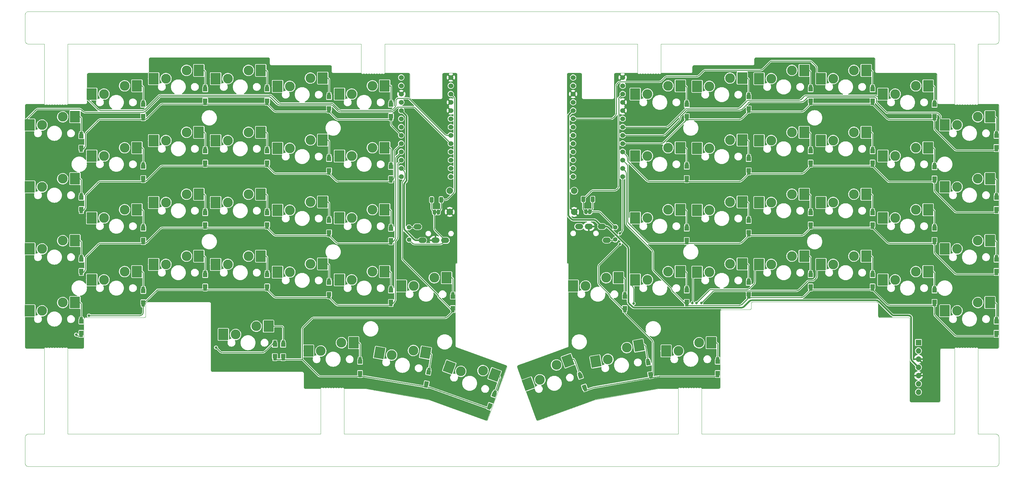
<source format=gbl>
G04 #@! TF.GenerationSoftware,KiCad,Pcbnew,7.0.2*
G04 #@! TF.CreationDate,2023-09-16T21:04:49+09:00*
G04 #@! TF.ProjectId,SumNight57,53756d4e-6967-4687-9435-372e6b696361,rev?*
G04 #@! TF.SameCoordinates,Original*
G04 #@! TF.FileFunction,Copper,L2,Bot*
G04 #@! TF.FilePolarity,Positive*
%FSLAX46Y46*%
G04 Gerber Fmt 4.6, Leading zero omitted, Abs format (unit mm)*
G04 Created by KiCad (PCBNEW 7.0.2) date 2023-09-16 21:04:49*
%MOMM*%
%LPD*%
G01*
G04 APERTURE LIST*
G04 Aperture macros list*
%AMRoundRect*
0 Rectangle with rounded corners*
0 $1 Rounding radius*
0 $2 $3 $4 $5 $6 $7 $8 $9 X,Y pos of 4 corners*
0 Add a 4 corners polygon primitive as box body*
4,1,4,$2,$3,$4,$5,$6,$7,$8,$9,$2,$3,0*
0 Add four circle primitives for the rounded corners*
1,1,$1+$1,$2,$3*
1,1,$1+$1,$4,$5*
1,1,$1+$1,$6,$7*
1,1,$1+$1,$8,$9*
0 Add four rect primitives between the rounded corners*
20,1,$1+$1,$2,$3,$4,$5,0*
20,1,$1+$1,$4,$5,$6,$7,0*
20,1,$1+$1,$6,$7,$8,$9,0*
20,1,$1+$1,$8,$9,$2,$3,0*%
%AMFreePoly0*
4,1,5,0.300000,-0.500000,-0.300000,-0.500000,-0.300000,0.500000,0.300000,0.500000,0.300000,-0.500000,0.300000,-0.500000,$1*%
%AMFreePoly1*
4,1,5,0.700000,-0.650000,-0.700000,-0.650000,-0.700000,0.650000,0.700000,0.650000,0.700000,-0.650000,0.700000,-0.650000,$1*%
%AMFreePoly2*
4,1,19,0.500000,-0.750000,0.000000,-0.750000,0.000000,-0.744911,-0.071157,-0.744911,-0.207708,-0.704816,-0.327430,-0.627875,-0.420627,-0.520320,-0.479746,-0.390866,-0.500000,-0.250000,-0.500000,0.250000,-0.479746,0.390866,-0.420627,0.520320,-0.327430,0.627875,-0.207708,0.704816,-0.071157,0.744911,0.000000,0.744911,0.000000,0.750000,0.500000,0.750000,0.500000,-0.750000,0.500000,-0.750000,
$1*%
%AMFreePoly3*
4,1,19,0.000000,0.744911,0.071157,0.744911,0.207708,0.704816,0.327430,0.627875,0.420627,0.520320,0.479746,0.390866,0.500000,0.250000,0.500000,-0.250000,0.479746,-0.390866,0.420627,-0.520320,0.327430,-0.627875,0.207708,-0.704816,0.071157,-0.744911,0.000000,-0.744911,0.000000,-0.750000,-0.500000,-0.750000,-0.500000,0.750000,0.000000,0.750000,0.000000,0.744911,0.000000,0.744911,
$1*%
G04 Aperture macros list end*
G04 #@! TA.AperFunction,ComponentPad*
%ADD10R,1.700000X1.700000*%
G04 #@! TD*
G04 #@! TA.AperFunction,ComponentPad*
%ADD11O,1.700000X1.700000*%
G04 #@! TD*
G04 #@! TA.AperFunction,ComponentPad*
%ADD12C,1.397000*%
G04 #@! TD*
G04 #@! TA.AperFunction,ComponentPad*
%ADD13O,2.500000X1.700000*%
G04 #@! TD*
G04 #@! TA.AperFunction,ComponentPad*
%ADD14C,1.524000*%
G04 #@! TD*
G04 #@! TA.AperFunction,ComponentPad*
%ADD15C,2.000000*%
G04 #@! TD*
G04 #@! TA.AperFunction,WasherPad*
%ADD16C,3.000000*%
G04 #@! TD*
G04 #@! TA.AperFunction,ComponentPad*
%ADD17C,0.500000*%
G04 #@! TD*
G04 #@! TA.AperFunction,SMDPad,CuDef*
%ADD18C,1.000000*%
G04 #@! TD*
G04 #@! TA.AperFunction,SMDPad,CuDef*
%ADD19RoundRect,0.087143X1.437857X1.662857X-1.437857X1.662857X-1.437857X-1.662857X1.437857X-1.662857X0*%
G04 #@! TD*
G04 #@! TA.AperFunction,SMDPad,CuDef*
%ADD20RoundRect,0.250000X1.025000X1.000000X-1.025000X1.000000X-1.025000X-1.000000X1.025000X-1.000000X0*%
G04 #@! TD*
G04 #@! TA.AperFunction,SMDPad,CuDef*
%ADD21RoundRect,0.250000X-1.025000X-1.000000X1.025000X-1.000000X1.025000X1.000000X-1.025000X1.000000X0*%
G04 #@! TD*
G04 #@! TA.AperFunction,SMDPad,CuDef*
%ADD22RoundRect,0.087143X-1.437857X-1.662857X1.437857X-1.662857X1.437857X1.662857X-1.437857X1.662857X0*%
G04 #@! TD*
G04 #@! TA.AperFunction,SMDPad,CuDef*
%ADD23FreePoly0,90.000000*%
G04 #@! TD*
G04 #@! TA.AperFunction,SMDPad,CuDef*
%ADD24FreePoly1,270.000000*%
G04 #@! TD*
G04 #@! TA.AperFunction,SMDPad,CuDef*
%ADD25RoundRect,0.250000X0.312500X0.625000X-0.312500X0.625000X-0.312500X-0.625000X0.312500X-0.625000X0*%
G04 #@! TD*
G04 #@! TA.AperFunction,SMDPad,CuDef*
%ADD26FreePoly0,80.000000*%
G04 #@! TD*
G04 #@! TA.AperFunction,SMDPad,CuDef*
%ADD27FreePoly1,260.000000*%
G04 #@! TD*
G04 #@! TA.AperFunction,SMDPad,CuDef*
%ADD28FreePoly2,180.000000*%
G04 #@! TD*
G04 #@! TA.AperFunction,SMDPad,CuDef*
%ADD29FreePoly3,180.000000*%
G04 #@! TD*
G04 #@! TA.AperFunction,SMDPad,CuDef*
%ADD30FreePoly0,70.000000*%
G04 #@! TD*
G04 #@! TA.AperFunction,SMDPad,CuDef*
%ADD31FreePoly1,250.000000*%
G04 #@! TD*
G04 #@! TA.AperFunction,SMDPad,CuDef*
%ADD32RoundRect,0.250000X-0.312500X-0.625000X0.312500X-0.625000X0.312500X0.625000X-0.312500X0.625000X0*%
G04 #@! TD*
G04 #@! TA.AperFunction,SMDPad,CuDef*
%ADD33FreePoly0,110.000000*%
G04 #@! TD*
G04 #@! TA.AperFunction,SMDPad,CuDef*
%ADD34FreePoly1,290.000000*%
G04 #@! TD*
G04 #@! TA.AperFunction,SMDPad,CuDef*
%ADD35RoundRect,0.087143X1.704765X1.387913X-1.127261X1.887276X-1.704765X-1.387913X1.127261X-1.887276X0*%
G04 #@! TD*
G04 #@! TA.AperFunction,SMDPad,CuDef*
%ADD36RoundRect,0.250000X1.183076X0.806818X-0.835780X1.162797X-1.183076X-0.806818X0.835780X-1.162797X0*%
G04 #@! TD*
G04 #@! TA.AperFunction,SMDPad,CuDef*
%ADD37RoundRect,0.250000X-1.183076X-0.806818X0.835780X-1.162797X1.183076X0.806818X-0.835780X1.162797X0*%
G04 #@! TD*
G04 #@! TA.AperFunction,SMDPad,CuDef*
%ADD38RoundRect,0.087143X-1.704765X-1.387913X1.127261X-1.887276X1.704765X1.387913X-1.127261X1.887276X0*%
G04 #@! TD*
G04 #@! TA.AperFunction,SMDPad,CuDef*
%ADD39FreePoly0,100.000000*%
G04 #@! TD*
G04 #@! TA.AperFunction,SMDPad,CuDef*
%ADD40FreePoly1,280.000000*%
G04 #@! TD*
G04 #@! TA.AperFunction,SMDPad,CuDef*
%ADD41FreePoly2,0.000000*%
G04 #@! TD*
G04 #@! TA.AperFunction,SMDPad,CuDef*
%ADD42FreePoly3,0.000000*%
G04 #@! TD*
G04 #@! TA.AperFunction,SMDPad,CuDef*
%ADD43RoundRect,0.087143X0.782413X2.054351X-1.919874X1.070798X-0.782413X-2.054351X1.919874X-1.070798X0*%
G04 #@! TD*
G04 #@! TA.AperFunction,SMDPad,CuDef*
%ADD44RoundRect,0.250000X0.621165X1.290263X-1.305205X0.589122X-0.621165X-1.290263X1.305205X-0.589122X0*%
G04 #@! TD*
G04 #@! TA.AperFunction,SMDPad,CuDef*
%ADD45RoundRect,0.250000X-0.621165X-1.290263X1.305205X-0.589122X0.621165X1.290263X-1.305205X0.589122X0*%
G04 #@! TD*
G04 #@! TA.AperFunction,SMDPad,CuDef*
%ADD46RoundRect,0.087143X-0.782413X-2.054351X1.919874X-1.070798X0.782413X2.054351X-1.919874X1.070798X0*%
G04 #@! TD*
G04 #@! TA.AperFunction,SMDPad,CuDef*
%ADD47RoundRect,0.087143X1.127261X1.887276X-1.704765X1.387913X-1.127261X-1.887276X1.704765X-1.387913X0*%
G04 #@! TD*
G04 #@! TA.AperFunction,SMDPad,CuDef*
%ADD48RoundRect,0.250000X0.835780X1.162797X-1.183076X0.806818X-0.835780X-1.162797X1.183076X-0.806818X0*%
G04 #@! TD*
G04 #@! TA.AperFunction,SMDPad,CuDef*
%ADD49RoundRect,0.250000X-0.835780X-1.162797X1.183076X-0.806818X0.835780X1.162797X-1.183076X0.806818X0*%
G04 #@! TD*
G04 #@! TA.AperFunction,SMDPad,CuDef*
%ADD50RoundRect,0.087143X-1.127261X-1.887276X1.704765X-1.387913X1.127261X1.887276X-1.704765X1.387913X0*%
G04 #@! TD*
G04 #@! TA.AperFunction,SMDPad,CuDef*
%ADD51RoundRect,0.087143X1.919874X1.070798X-0.782413X2.054351X-1.919874X-1.070798X0.782413X-2.054351X0*%
G04 #@! TD*
G04 #@! TA.AperFunction,SMDPad,CuDef*
%ADD52RoundRect,0.250000X1.305205X0.589122X-0.621165X1.290263X-1.305205X-0.589122X0.621165X-1.290263X0*%
G04 #@! TD*
G04 #@! TA.AperFunction,SMDPad,CuDef*
%ADD53RoundRect,0.250000X-1.305205X-0.589122X0.621165X-1.290263X1.305205X0.589122X-0.621165X1.290263X0*%
G04 #@! TD*
G04 #@! TA.AperFunction,SMDPad,CuDef*
%ADD54RoundRect,0.087143X-1.919874X-1.070798X0.782413X-2.054351X1.919874X1.070798X-0.782413X2.054351X0*%
G04 #@! TD*
G04 #@! TA.AperFunction,ViaPad*
%ADD55C,0.800000*%
G04 #@! TD*
G04 #@! TA.AperFunction,Conductor*
%ADD56C,0.250000*%
G04 #@! TD*
G04 #@! TA.AperFunction,Conductor*
%ADD57C,0.500000*%
G04 #@! TD*
G04 #@! TA.AperFunction,Profile*
%ADD58C,0.074083*%
G04 #@! TD*
G04 APERTURE END LIST*
G04 #@! TA.AperFunction,EtchedComponent*
G36*
X181187974Y-101969894D02*
G01*
X180687974Y-101969894D01*
X180687974Y-101369894D01*
X181187974Y-101369894D01*
X181187974Y-101969894D01*
G37*
G04 #@! TD.AperFunction*
G04 #@! TA.AperFunction,EtchedComponent*
G36*
X134578974Y-102096894D02*
G01*
X134078974Y-102096894D01*
X134078974Y-101496894D01*
X134578974Y-101496894D01*
X134578974Y-102096894D01*
G37*
G04 #@! TD.AperFunction*
D10*
X282615974Y-141913644D03*
D11*
X282615974Y-144453644D03*
X282615974Y-146993644D03*
X282615974Y-149533644D03*
X282615974Y-152073644D03*
X282615974Y-154613644D03*
X282615974Y-157153644D03*
D12*
X125894974Y-106479894D03*
X189355974Y-106429894D03*
D13*
X181215974Y-106229894D03*
X178215974Y-106229894D03*
X186715974Y-110429894D03*
X185215974Y-106229894D03*
D14*
X138774974Y-62919894D03*
X138774974Y-65459894D03*
X138774974Y-67999894D03*
X138774974Y-70539894D03*
X138774974Y-73079894D03*
X138784974Y-75619894D03*
X138774974Y-78159894D03*
X138774974Y-80699894D03*
X138784974Y-83239894D03*
X138784974Y-85779894D03*
X138784974Y-88319894D03*
X138774974Y-90859894D03*
X123534974Y-90859894D03*
X123524974Y-88319894D03*
X123524974Y-85779894D03*
X123524974Y-83239894D03*
X123524974Y-80699894D03*
X123534974Y-78159894D03*
X123524974Y-75619894D03*
X123534974Y-73079894D03*
X123534974Y-70539894D03*
X123534974Y-67999894D03*
X123534974Y-65459894D03*
X123534974Y-62919894D03*
X123534974Y-60379894D03*
X138774974Y-60379894D03*
D12*
X189355974Y-110229895D03*
D14*
X191624974Y-62919894D03*
X191624974Y-65459894D03*
X191624974Y-67999894D03*
X191624974Y-70539894D03*
X191624974Y-73079894D03*
X191634974Y-75619894D03*
X191624974Y-78159894D03*
X191624974Y-80699894D03*
X191634974Y-83239894D03*
X191634974Y-85779894D03*
X191634974Y-88319894D03*
X191624974Y-90859894D03*
X176384974Y-90859894D03*
X176374974Y-88319894D03*
X176374974Y-85779894D03*
X176374974Y-83239894D03*
X176374974Y-80699894D03*
X176384974Y-78159894D03*
X176374974Y-75619894D03*
X176384974Y-73079894D03*
X176384974Y-70539894D03*
X176384974Y-67999894D03*
X176384974Y-65459894D03*
X176384974Y-62919894D03*
X176384974Y-60379894D03*
X191624974Y-60379894D03*
D13*
X134034974Y-110479894D03*
X137034974Y-110479894D03*
X128534974Y-106279894D03*
X130034974Y-110479894D03*
D15*
X176715974Y-95229894D03*
X176715974Y-101729894D03*
D12*
X125894974Y-110279894D03*
D15*
X138434974Y-95229894D03*
X138434974Y-101729894D03*
D16*
X70194974Y-117871144D03*
X76544974Y-115331144D03*
D17*
X65144974Y-116371144D03*
X65144974Y-119371144D03*
D18*
X65369974Y-117871144D03*
D19*
X66419974Y-117871144D03*
D20*
X66619974Y-117871144D03*
D21*
X80119974Y-115331144D03*
D22*
X80319974Y-115331144D03*
D18*
X81394974Y-115331144D03*
D17*
X81594974Y-113831144D03*
X81594974Y-116831144D03*
D16*
X199244974Y-103583644D03*
X205594974Y-101043644D03*
D17*
X194194974Y-102083644D03*
X194194974Y-105083644D03*
D18*
X194419974Y-103583644D03*
D19*
X195469974Y-103583644D03*
D20*
X195669974Y-103583644D03*
D21*
X209169974Y-101043644D03*
D22*
X209369974Y-101043644D03*
D18*
X210444974Y-101043644D03*
D17*
X210644974Y-99543644D03*
X210644974Y-102543644D03*
D23*
X230367474Y-70892394D03*
D24*
X230367474Y-69917394D03*
X230367474Y-66367394D03*
D23*
X230367474Y-65392394D03*
X120367474Y-73273644D03*
D24*
X120367474Y-72298644D03*
X120367474Y-68748644D03*
D23*
X120367474Y-67773644D03*
D16*
X237344974Y-98821144D03*
X243694974Y-96281144D03*
D17*
X232294974Y-97321144D03*
X232294974Y-100321144D03*
D18*
X232519974Y-98821144D03*
D19*
X233569974Y-98821144D03*
D20*
X233769974Y-98821144D03*
D21*
X247269974Y-96281144D03*
D22*
X247469974Y-96281144D03*
D18*
X248544974Y-96281144D03*
D17*
X248744974Y-94781144D03*
X248744974Y-97781144D03*
D16*
X294494974Y-75008644D03*
X300844974Y-72468644D03*
D17*
X289444974Y-73508644D03*
X289444974Y-76508644D03*
D18*
X289669974Y-75008644D03*
D19*
X290719974Y-75008644D03*
D20*
X290919974Y-75008644D03*
D21*
X304419974Y-72468644D03*
D22*
X304619974Y-72468644D03*
D18*
X305694974Y-72468644D03*
D17*
X305894974Y-70968644D03*
X305894974Y-73968644D03*
D25*
X135791474Y-97986894D03*
X132866474Y-97986894D03*
D26*
X131111192Y-155527019D03*
D27*
X131280498Y-154566832D03*
X131896950Y-151070764D03*
D26*
X132066256Y-150110577D03*
D16*
X98769724Y-144517644D03*
X105119724Y-141977644D03*
D17*
X93719724Y-143017644D03*
X93719724Y-146017644D03*
D18*
X93944724Y-144517644D03*
D19*
X94994724Y-144517644D03*
D20*
X95194724Y-144517644D03*
D21*
X108694724Y-141977644D03*
D22*
X108894724Y-141977644D03*
D18*
X109969724Y-141977644D03*
D17*
X110169724Y-140477644D03*
X110169724Y-143477644D03*
D23*
X25117474Y-82928644D03*
D24*
X25117474Y-81953644D03*
X25117474Y-78403644D03*
D23*
X25117474Y-77428644D03*
X120367474Y-130423644D03*
D24*
X120367474Y-129448644D03*
X120367474Y-125898644D03*
D23*
X120367474Y-124923644D03*
X220842474Y-152307894D03*
D24*
X220842474Y-151332894D03*
X220842474Y-147782894D03*
D23*
X220842474Y-146807894D03*
D16*
X51144974Y-60721144D03*
X57494974Y-58181144D03*
D17*
X46094974Y-59221144D03*
X46094974Y-62221144D03*
D18*
X46319974Y-60721144D03*
D19*
X47369974Y-60721144D03*
D20*
X47569974Y-60721144D03*
D21*
X61069974Y-58181144D03*
D22*
X61269974Y-58181144D03*
D18*
X62344974Y-58181144D03*
D17*
X62544974Y-56681144D03*
X62544974Y-59681144D03*
D16*
X127344974Y-124514894D03*
X133694974Y-121974894D03*
D17*
X122294974Y-123014894D03*
X122294974Y-126014894D03*
D18*
X122519974Y-124514894D03*
D19*
X123569974Y-124514894D03*
D20*
X123769974Y-124514894D03*
D21*
X137269974Y-121974894D03*
D22*
X137469974Y-121974894D03*
D18*
X138544974Y-121974894D03*
D17*
X138744974Y-120474894D03*
X138744974Y-123474894D03*
D16*
X72575974Y-139437644D03*
X78925974Y-136897644D03*
D17*
X67525974Y-137937644D03*
X67525974Y-140937644D03*
D18*
X67750974Y-139437644D03*
D19*
X68800974Y-139437644D03*
D20*
X69000974Y-139437644D03*
D21*
X82500974Y-136897644D03*
D22*
X82700974Y-136897644D03*
D18*
X83775974Y-136897644D03*
D17*
X83975974Y-135397644D03*
X83975974Y-138397644D03*
D23*
X230367474Y-128042394D03*
D24*
X230367474Y-127067394D03*
X230367474Y-123517394D03*
D23*
X230367474Y-122542394D03*
X25117474Y-101848644D03*
D24*
X25117474Y-100873644D03*
X25117474Y-97323644D03*
D23*
X25117474Y-96348644D03*
X87188474Y-147092394D03*
D24*
X87188474Y-146117394D03*
X87188474Y-142567394D03*
D23*
X87188474Y-141592394D03*
D16*
X32094974Y-122633644D03*
X38444974Y-120093644D03*
D17*
X27044974Y-121133644D03*
X27044974Y-124133644D03*
D18*
X27269974Y-122633644D03*
D19*
X28319974Y-122633644D03*
D20*
X28519974Y-122633644D03*
D21*
X42019974Y-120093644D03*
D22*
X42219974Y-120093644D03*
D18*
X43294974Y-120093644D03*
D17*
X43494974Y-118593644D03*
X43494974Y-121593644D03*
D23*
X287517474Y-130423644D03*
D24*
X287517474Y-129448644D03*
X287517474Y-125898644D03*
D23*
X287517474Y-124923644D03*
D16*
X13044974Y-75008644D03*
X19394974Y-72468644D03*
D17*
X7994974Y-73508644D03*
X7994974Y-76508644D03*
D18*
X8219974Y-75008644D03*
D19*
X9269974Y-75008644D03*
D20*
X9469974Y-75008644D03*
D21*
X22969974Y-72468644D03*
D22*
X23169974Y-72468644D03*
D18*
X24244974Y-72468644D03*
D17*
X24444974Y-70968644D03*
X24444974Y-73968644D03*
D16*
X32094974Y-65483644D03*
X38444974Y-62943644D03*
D17*
X27044974Y-63983644D03*
X27044974Y-66983644D03*
D18*
X27269974Y-65483644D03*
D19*
X28319974Y-65483644D03*
D20*
X28519974Y-65483644D03*
D21*
X42019974Y-62943644D03*
D22*
X42219974Y-62943644D03*
D18*
X43294974Y-62943644D03*
D17*
X43494974Y-61443644D03*
X43494974Y-64443644D03*
D23*
X287517474Y-92453644D03*
D24*
X287517474Y-91478644D03*
X287517474Y-87928644D03*
D23*
X287517474Y-86953644D03*
X82267474Y-106611144D03*
D24*
X82267474Y-105636144D03*
X82267474Y-102086144D03*
D23*
X82267474Y-101111144D03*
X249417474Y-87561144D03*
D24*
X249417474Y-86586144D03*
X249417474Y-83036144D03*
D23*
X249417474Y-82061144D03*
D16*
X275444974Y-84533644D03*
X281794974Y-81993644D03*
D17*
X270394974Y-83033644D03*
X270394974Y-86033644D03*
D18*
X270619974Y-84533644D03*
D19*
X271669974Y-84533644D03*
D20*
X271869974Y-84533644D03*
D21*
X285369974Y-81993644D03*
D22*
X285569974Y-81993644D03*
D18*
X286644974Y-81993644D03*
D17*
X286844974Y-80493644D03*
X286844974Y-83493644D03*
D16*
X218294974Y-101202394D03*
X224644974Y-98662394D03*
D17*
X213244974Y-99702394D03*
X213244974Y-102702394D03*
D18*
X213469974Y-101202394D03*
D19*
X214519974Y-101202394D03*
D20*
X214719974Y-101202394D03*
D21*
X228219974Y-98662394D03*
D22*
X228419974Y-98662394D03*
D18*
X229494974Y-98662394D03*
D17*
X229694974Y-97162394D03*
X229694974Y-100162394D03*
D28*
X181587974Y-101669894D03*
D29*
X180287974Y-101669894D03*
D23*
X101317474Y-70892394D03*
D24*
X101317474Y-69917394D03*
X101317474Y-66367394D03*
D23*
X101317474Y-65392394D03*
X249417474Y-68511144D03*
D24*
X249417474Y-67536144D03*
X249417474Y-63986144D03*
D23*
X249417474Y-63011144D03*
D16*
X256394974Y-117871144D03*
X262744974Y-115331144D03*
D17*
X251344974Y-116371144D03*
X251344974Y-119371144D03*
D18*
X251569974Y-117871144D03*
D19*
X252619974Y-117871144D03*
D20*
X252819974Y-117871144D03*
D21*
X266319974Y-115331144D03*
D22*
X266519974Y-115331144D03*
D18*
X267594974Y-115331144D03*
D17*
X267794974Y-113831144D03*
X267794974Y-116831144D03*
D23*
X63217474Y-106611144D03*
D24*
X63217474Y-105636144D03*
X63217474Y-102086144D03*
D23*
X63217474Y-101111144D03*
X63217474Y-87561144D03*
D24*
X63217474Y-86586144D03*
X63217474Y-83036144D03*
D23*
X63217474Y-82061144D03*
X287517474Y-111373644D03*
D24*
X287517474Y-110398644D03*
X287517474Y-106848644D03*
D23*
X287517474Y-105873644D03*
D30*
X150513507Y-162216451D03*
D31*
X150846976Y-161300250D03*
X152061148Y-157964342D03*
D30*
X152394617Y-157048141D03*
D16*
X51144974Y-79771144D03*
X57494974Y-77231144D03*
D17*
X46094974Y-78271144D03*
X46094974Y-81271144D03*
D18*
X46319974Y-79771144D03*
D19*
X47369974Y-79771144D03*
D20*
X47569974Y-79771144D03*
D21*
X61069974Y-77231144D03*
D22*
X61269974Y-77231144D03*
D18*
X62344974Y-77231144D03*
D17*
X62544974Y-75731144D03*
X62544974Y-78731144D03*
D16*
X237344974Y-79771144D03*
X243694974Y-77231144D03*
D17*
X232294974Y-78271144D03*
X232294974Y-81271144D03*
D18*
X232519974Y-79771144D03*
D19*
X233569974Y-79771144D03*
D20*
X233769974Y-79771144D03*
D21*
X247269974Y-77231144D03*
D22*
X247469974Y-77231144D03*
D18*
X248544974Y-77231144D03*
D17*
X248744974Y-75731144D03*
X248744974Y-78731144D03*
D16*
X199244974Y-122633644D03*
X205594974Y-120093644D03*
D17*
X194194974Y-121133644D03*
X194194974Y-124133644D03*
D18*
X194419974Y-122633644D03*
D19*
X195469974Y-122633644D03*
D20*
X195669974Y-122633644D03*
D21*
X209169974Y-120093644D03*
D22*
X209369974Y-120093644D03*
D18*
X210444974Y-120093644D03*
D17*
X210644974Y-118593644D03*
X210644974Y-121593644D03*
D16*
X108294974Y-122633644D03*
X114644974Y-120093644D03*
D17*
X103244974Y-121133644D03*
X103244974Y-124133644D03*
D18*
X103469974Y-122633644D03*
D19*
X104519974Y-122633644D03*
D20*
X104719974Y-122633644D03*
D21*
X118219974Y-120093644D03*
D22*
X118419974Y-120093644D03*
D18*
X119494974Y-120093644D03*
D17*
X119694974Y-118593644D03*
X119694974Y-121593644D03*
D16*
X108294974Y-84533644D03*
X114644974Y-81993644D03*
D17*
X103244974Y-83033644D03*
X103244974Y-86033644D03*
D18*
X103469974Y-84533644D03*
D19*
X104519974Y-84533644D03*
D20*
X104719974Y-84533644D03*
D21*
X118219974Y-81993644D03*
D22*
X118419974Y-81993644D03*
D18*
X119494974Y-81993644D03*
D17*
X119694974Y-80493644D03*
X119694974Y-83493644D03*
D23*
X230367474Y-89942394D03*
D24*
X230367474Y-88967394D03*
X230367474Y-85417394D03*
D23*
X230367474Y-84442394D03*
X25117474Y-120898644D03*
D24*
X25117474Y-119923644D03*
X25117474Y-116373644D03*
D23*
X25117474Y-115398644D03*
X44167474Y-130553644D03*
D24*
X44167474Y-129578644D03*
X44167474Y-126028644D03*
D23*
X44167474Y-125053644D03*
D16*
X294494974Y-132158644D03*
X300844974Y-129618644D03*
D17*
X289444974Y-130658644D03*
X289444974Y-133658644D03*
D18*
X289669974Y-132158644D03*
D19*
X290719974Y-132158644D03*
D20*
X290919974Y-132158644D03*
D21*
X304419974Y-129618644D03*
D22*
X304619974Y-129618644D03*
D18*
X305694974Y-129618644D03*
D17*
X305894974Y-128118644D03*
X305894974Y-131118644D03*
D23*
X25117474Y-139948644D03*
D24*
X25117474Y-138973644D03*
X25117474Y-135423644D03*
D23*
X25117474Y-134448644D03*
D16*
X275444974Y-65483644D03*
X281794974Y-62943644D03*
D17*
X270394974Y-63983644D03*
X270394974Y-66983644D03*
D18*
X270619974Y-65483644D03*
D19*
X271669974Y-65483644D03*
D20*
X271869974Y-65483644D03*
D21*
X285369974Y-62943644D03*
D22*
X285569974Y-62943644D03*
D18*
X286644974Y-62943644D03*
D17*
X286844974Y-61443644D03*
X286844974Y-64443644D03*
D16*
X237344974Y-117871144D03*
X243694974Y-115331144D03*
D17*
X232294974Y-116371144D03*
X232294974Y-119371144D03*
D18*
X232519974Y-117871144D03*
D19*
X233569974Y-117871144D03*
D20*
X233769974Y-117871144D03*
D21*
X247269974Y-115331144D03*
D22*
X247469974Y-115331144D03*
D18*
X248544974Y-115331144D03*
D17*
X248744974Y-113831144D03*
X248744974Y-116831144D03*
D16*
X51144974Y-117871144D03*
X57494974Y-115331144D03*
D17*
X46094974Y-116371144D03*
X46094974Y-119371144D03*
D18*
X46319974Y-117871144D03*
D19*
X47369974Y-117871144D03*
D20*
X47569974Y-117871144D03*
D21*
X61069974Y-115331144D03*
D22*
X61269974Y-115331144D03*
D18*
X62344974Y-115331144D03*
D17*
X62544974Y-113831144D03*
X62544974Y-116831144D03*
D23*
X211317474Y-130423644D03*
D24*
X211317474Y-129448644D03*
X211317474Y-125898644D03*
D23*
X211317474Y-124923644D03*
D16*
X208769974Y-144517894D03*
X215119974Y-141977894D03*
D17*
X203719974Y-143017894D03*
X203719974Y-146017894D03*
D18*
X203944974Y-144517894D03*
D19*
X204994974Y-144517894D03*
D20*
X205194974Y-144517894D03*
D21*
X218694974Y-141977894D03*
D22*
X218894974Y-141977894D03*
D18*
X219969974Y-141977894D03*
D17*
X220169974Y-140477894D03*
X220169974Y-143477894D03*
D16*
X275444974Y-122633644D03*
X281794974Y-120093644D03*
D17*
X270394974Y-121133644D03*
X270394974Y-124133644D03*
D18*
X270619974Y-122633644D03*
D19*
X271669974Y-122633644D03*
D20*
X271869974Y-122633644D03*
D21*
X285369974Y-120093644D03*
D22*
X285569974Y-120093644D03*
D18*
X286644974Y-120093644D03*
D17*
X286844974Y-118593644D03*
X286844974Y-121593644D03*
D16*
X199244974Y-84533644D03*
X205594974Y-81993644D03*
D17*
X194194974Y-83033644D03*
X194194974Y-86033644D03*
D18*
X194419974Y-84533644D03*
D19*
X195469974Y-84533644D03*
D20*
X195669974Y-84533644D03*
D21*
X209169974Y-81993644D03*
D22*
X209369974Y-81993644D03*
D18*
X210444974Y-81993644D03*
D17*
X210644974Y-80493644D03*
X210644974Y-83493644D03*
D16*
X218294974Y-82152394D03*
X224644974Y-79612394D03*
D17*
X213244974Y-80652394D03*
X213244974Y-83652394D03*
D18*
X213469974Y-82152394D03*
D19*
X214519974Y-82152394D03*
D20*
X214719974Y-82152394D03*
D21*
X228219974Y-79612394D03*
D22*
X228419974Y-79612394D03*
D18*
X229494974Y-79612394D03*
D17*
X229694974Y-78112394D03*
X229694974Y-81112394D03*
D23*
X306567474Y-82798644D03*
D24*
X306567474Y-81823644D03*
X306567474Y-78273644D03*
D23*
X306567474Y-77298644D03*
X63217474Y-125661144D03*
D24*
X63217474Y-124686144D03*
X63217474Y-121136144D03*
D23*
X63217474Y-120161144D03*
D16*
X89244974Y-101202394D03*
X95594974Y-98662394D03*
D17*
X84194974Y-99702394D03*
X84194974Y-102702394D03*
D18*
X84419974Y-101202394D03*
D19*
X85469974Y-101202394D03*
D20*
X85669974Y-101202394D03*
D21*
X99169974Y-98662394D03*
D22*
X99369974Y-98662394D03*
D18*
X100444974Y-98662394D03*
D17*
X100644974Y-97162394D03*
X100644974Y-100162394D03*
D16*
X294494974Y-113108644D03*
X300844974Y-110568644D03*
D17*
X289444974Y-111608644D03*
X289444974Y-114608644D03*
D18*
X289669974Y-113108644D03*
D19*
X290719974Y-113108644D03*
D20*
X290919974Y-113108644D03*
D21*
X304419974Y-110568644D03*
D22*
X304619974Y-110568644D03*
D18*
X305694974Y-110568644D03*
D17*
X305894974Y-109068644D03*
X305894974Y-112068644D03*
D16*
X237344974Y-60721144D03*
X243694974Y-58181144D03*
D17*
X232294974Y-59221144D03*
X232294974Y-62221144D03*
D18*
X232519974Y-60721144D03*
D19*
X233569974Y-60721144D03*
D20*
X233769974Y-60721144D03*
D21*
X247269974Y-58181144D03*
D22*
X247469974Y-58181144D03*
D18*
X248544974Y-58181144D03*
D17*
X248744974Y-56681144D03*
X248744974Y-59681144D03*
D16*
X89244974Y-63102394D03*
X95594974Y-60562394D03*
D17*
X84194974Y-61602394D03*
X84194974Y-64602394D03*
D18*
X84419974Y-63102394D03*
D19*
X85469974Y-63102394D03*
D20*
X85669974Y-63102394D03*
D21*
X99169974Y-60562394D03*
D22*
X99369974Y-60562394D03*
D18*
X100444974Y-60562394D03*
D17*
X100644974Y-59062394D03*
X100644974Y-62062394D03*
D16*
X256394974Y-98821144D03*
X262744974Y-96281144D03*
D17*
X251344974Y-97321144D03*
X251344974Y-100321144D03*
D18*
X251569974Y-98821144D03*
D19*
X252619974Y-98821144D03*
D20*
X252819974Y-98821144D03*
D21*
X266319974Y-96281144D03*
D22*
X266519974Y-96281144D03*
D18*
X267594974Y-96281144D03*
D17*
X267794974Y-94781144D03*
X267794974Y-97781144D03*
D16*
X13044974Y-132158644D03*
X19394974Y-129618644D03*
D17*
X7994974Y-130658644D03*
X7994974Y-133658644D03*
D18*
X8219974Y-132158644D03*
D19*
X9269974Y-132158644D03*
D20*
X9469974Y-132158644D03*
D21*
X22969974Y-129618644D03*
D22*
X23169974Y-129618644D03*
D18*
X24244974Y-129618644D03*
D17*
X24444974Y-128118644D03*
X24444974Y-131118644D03*
D23*
X101317474Y-108992394D03*
D24*
X101317474Y-108017394D03*
X101317474Y-104467394D03*
D23*
X101317474Y-103492394D03*
X82267474Y-87561144D03*
D24*
X82267474Y-86586144D03*
X82267474Y-83036144D03*
D23*
X82267474Y-82061144D03*
D16*
X108294974Y-103583644D03*
X114644974Y-101043644D03*
D17*
X103244974Y-102083644D03*
X103244974Y-105083644D03*
D18*
X103469974Y-103583644D03*
D19*
X104519974Y-103583644D03*
D20*
X104719974Y-103583644D03*
D21*
X118219974Y-101043644D03*
D22*
X118419974Y-101043644D03*
D18*
X119494974Y-101043644D03*
D17*
X119694974Y-99543644D03*
X119694974Y-102543644D03*
D23*
X44167474Y-73273644D03*
D24*
X44167474Y-72298644D03*
X44167474Y-68748644D03*
D23*
X44167474Y-67773644D03*
D16*
X294494974Y-94058644D03*
X300844974Y-91518644D03*
D17*
X289444974Y-92558644D03*
X289444974Y-95558644D03*
D18*
X289669974Y-94058644D03*
D19*
X290719974Y-94058644D03*
D20*
X290919974Y-94058644D03*
D21*
X304419974Y-91518644D03*
D22*
X304619974Y-91518644D03*
D18*
X305694974Y-91518644D03*
D17*
X305894974Y-90018644D03*
X305894974Y-93018644D03*
D16*
X32094974Y-84533644D03*
X38444974Y-81993644D03*
D17*
X27044974Y-83033644D03*
X27044974Y-86033644D03*
D18*
X27269974Y-84533644D03*
D19*
X28319974Y-84533644D03*
D20*
X28519974Y-84533644D03*
D21*
X42019974Y-81993644D03*
D22*
X42219974Y-81993644D03*
D18*
X43294974Y-81993644D03*
D17*
X43494974Y-80493644D03*
X43494974Y-83493644D03*
D23*
X306567474Y-101848644D03*
D24*
X306567474Y-100873644D03*
X306567474Y-97323644D03*
D23*
X306567474Y-96348644D03*
X82267474Y-68511144D03*
D24*
X82267474Y-67536144D03*
X82267474Y-63986144D03*
D23*
X82267474Y-63011144D03*
D16*
X275444974Y-103583644D03*
X281794974Y-101043644D03*
D17*
X270394974Y-102083644D03*
X270394974Y-105083644D03*
D18*
X270619974Y-103583644D03*
D19*
X271669974Y-103583644D03*
D20*
X271869974Y-103583644D03*
D21*
X285369974Y-101043644D03*
D22*
X285569974Y-101043644D03*
D18*
X286644974Y-101043644D03*
D17*
X286844974Y-99543644D03*
X286844974Y-102543644D03*
D32*
X179475474Y-97859894D03*
X182400474Y-97859894D03*
D23*
X230367474Y-108992394D03*
D24*
X230367474Y-108017394D03*
X230367474Y-104467394D03*
D23*
X230367474Y-103492394D03*
X306567474Y-139948644D03*
D24*
X306567474Y-138973644D03*
X306567474Y-135423644D03*
D23*
X306567474Y-134448644D03*
D16*
X89244974Y-120252394D03*
X95594974Y-117712394D03*
D17*
X84194974Y-118752394D03*
X84194974Y-121752394D03*
D18*
X84419974Y-120252394D03*
D19*
X85469974Y-120252394D03*
D20*
X85669974Y-120252394D03*
D21*
X99169974Y-117712394D03*
D22*
X99369974Y-117712394D03*
D18*
X100444974Y-117712394D03*
D17*
X100644974Y-116212394D03*
X100644974Y-119212394D03*
D23*
X211317474Y-92323644D03*
D24*
X211317474Y-91348644D03*
X211317474Y-87798644D03*
D23*
X211317474Y-86823644D03*
X101317474Y-89942394D03*
D24*
X101317474Y-88967394D03*
X101317474Y-85417394D03*
D23*
X101317474Y-84442394D03*
X63217474Y-68511144D03*
D24*
X63217474Y-67536144D03*
X63217474Y-63986144D03*
D23*
X63217474Y-63011144D03*
X287517474Y-73273644D03*
D24*
X287517474Y-72298644D03*
X287517474Y-68748644D03*
D23*
X287517474Y-67773644D03*
D16*
X256394974Y-60721144D03*
X262744974Y-58181144D03*
D17*
X251344974Y-59221144D03*
X251344974Y-62221144D03*
D18*
X251569974Y-60721144D03*
D19*
X252619974Y-60721144D03*
D20*
X252819974Y-60721144D03*
D21*
X266319974Y-58181144D03*
D22*
X266519974Y-58181144D03*
D18*
X267594974Y-58181144D03*
D17*
X267794974Y-56681144D03*
X267794974Y-59681144D03*
D33*
X180173905Y-156564820D03*
D34*
X179840436Y-155648619D03*
X178626264Y-152312711D03*
D33*
X178292795Y-151396510D03*
D16*
X120574819Y-145759000D03*
X127269414Y-144360254D03*
D17*
X115862012Y-143404865D03*
X115341067Y-146359288D03*
D18*
X115823121Y-144921147D03*
D35*
X116857170Y-145103478D03*
D36*
X117054131Y-145138208D03*
D37*
X130790102Y-144981046D03*
D38*
X130987064Y-145015776D03*
D18*
X132045732Y-145202448D03*
D17*
X132503166Y-143759966D03*
X131982221Y-146714389D03*
D23*
X139417474Y-132304894D03*
D24*
X139417474Y-131329894D03*
X139417474Y-127779894D03*
D23*
X139417474Y-126804894D03*
D16*
X218294974Y-120252394D03*
X224644974Y-117712394D03*
D17*
X213244974Y-118752394D03*
X213244974Y-121752394D03*
D18*
X213469974Y-120252394D03*
D19*
X214519974Y-120252394D03*
D20*
X214719974Y-120252394D03*
D21*
X228219974Y-117712394D03*
D22*
X228419974Y-117712394D03*
D18*
X229494974Y-117712394D03*
D17*
X229694974Y-116212394D03*
X229694974Y-119212394D03*
D23*
X44167474Y-111373644D03*
D24*
X44167474Y-110398644D03*
X44167474Y-106848644D03*
D23*
X44167474Y-105873644D03*
X82267474Y-125661144D03*
D24*
X82267474Y-124686144D03*
X82267474Y-121136144D03*
D23*
X82267474Y-120161144D03*
D16*
X218294974Y-63102394D03*
X224644974Y-60562394D03*
D17*
X213244974Y-61602394D03*
X213244974Y-64602394D03*
D18*
X213469974Y-63102394D03*
D19*
X214519974Y-63102394D03*
D20*
X214719974Y-63102394D03*
D21*
X228219974Y-60562394D03*
D22*
X228419974Y-60562394D03*
D18*
X229494974Y-60562394D03*
D17*
X229694974Y-59062394D03*
X229694974Y-62062394D03*
D23*
X110842224Y-152307644D03*
D24*
X110842224Y-151332644D03*
X110842224Y-147782644D03*
D23*
X110842224Y-146807644D03*
D16*
X70194974Y-98821144D03*
X76544974Y-96281144D03*
D17*
X65144974Y-97321144D03*
X65144974Y-100321144D03*
D18*
X65369974Y-98821144D03*
D19*
X66419974Y-98821144D03*
D20*
X66619974Y-98821144D03*
D21*
X80119974Y-96281144D03*
D22*
X80319974Y-96281144D03*
D18*
X81394974Y-96281144D03*
D17*
X81594974Y-94781144D03*
X81594974Y-97781144D03*
D16*
X13044974Y-94058644D03*
X19394974Y-91518644D03*
D17*
X7994974Y-92558644D03*
X7994974Y-95558644D03*
D18*
X8219974Y-94058644D03*
D19*
X9269974Y-94058644D03*
D20*
X9469974Y-94058644D03*
D21*
X22969974Y-91518644D03*
D22*
X23169974Y-91518644D03*
D18*
X24244974Y-91518644D03*
D17*
X24444974Y-90018644D03*
X24444974Y-93018644D03*
D23*
X306567474Y-120898644D03*
D24*
X306567474Y-119923644D03*
X306567474Y-116373644D03*
D23*
X306567474Y-115398644D03*
X84648474Y-147092394D03*
D24*
X84648474Y-146117394D03*
X84648474Y-142567394D03*
D23*
X84648474Y-141592394D03*
D16*
X180194974Y-124514894D03*
X186544974Y-121974894D03*
D17*
X175144974Y-123014894D03*
X175144974Y-126014894D03*
D18*
X175369974Y-124514894D03*
D19*
X176419974Y-124514894D03*
D20*
X176619974Y-124514894D03*
D21*
X190119974Y-121974894D03*
D22*
X190319974Y-121974894D03*
D18*
X191394974Y-121974894D03*
D17*
X191594974Y-120474894D03*
X191594974Y-123474894D03*
D23*
X268467474Y-68511144D03*
D24*
X268467474Y-67536144D03*
X268467474Y-63986144D03*
D23*
X268467474Y-63011144D03*
D16*
X70194974Y-79771144D03*
X76544974Y-77231144D03*
D17*
X65144974Y-78271144D03*
X65144974Y-81271144D03*
D18*
X65369974Y-79771144D03*
D19*
X66419974Y-79771144D03*
D20*
X66619974Y-79771144D03*
D21*
X80119974Y-77231144D03*
D22*
X80319974Y-77231144D03*
D18*
X81394974Y-77231144D03*
D17*
X81594974Y-75731144D03*
X81594974Y-78731144D03*
D16*
X89244974Y-82152394D03*
X95594974Y-79612394D03*
D17*
X84194974Y-80652394D03*
X84194974Y-83652394D03*
D18*
X84419974Y-82152394D03*
D19*
X85469974Y-82152394D03*
D20*
X85669974Y-82152394D03*
D21*
X99169974Y-79612394D03*
D22*
X99369974Y-79612394D03*
D18*
X100444974Y-79612394D03*
D17*
X100644974Y-78112394D03*
X100644974Y-81112394D03*
D16*
X51144974Y-98821144D03*
X57494974Y-96281144D03*
D17*
X46094974Y-97321144D03*
X46094974Y-100321144D03*
D18*
X46319974Y-98821144D03*
D19*
X47369974Y-98821144D03*
D20*
X47569974Y-98821144D03*
D21*
X61069974Y-96281144D03*
D22*
X61269974Y-96281144D03*
D18*
X62344974Y-96281144D03*
D17*
X62544974Y-94781144D03*
X62544974Y-97781144D03*
D39*
X200321748Y-152657734D03*
D40*
X200152442Y-151697547D03*
X199535990Y-148201479D03*
D39*
X199366684Y-147241292D03*
D16*
X32094974Y-103583644D03*
X38444974Y-101043644D03*
D17*
X27044974Y-102083644D03*
X27044974Y-105083644D03*
D18*
X27269974Y-103583644D03*
D19*
X28319974Y-103583644D03*
D20*
X28519974Y-103583644D03*
D21*
X42019974Y-101043644D03*
D22*
X42219974Y-101043644D03*
D18*
X43294974Y-101043644D03*
D17*
X43494974Y-99543644D03*
X43494974Y-102543644D03*
D23*
X268467474Y-87561144D03*
D24*
X268467474Y-86586144D03*
X268467474Y-83036144D03*
D23*
X268467474Y-82061144D03*
D41*
X133678974Y-101796894D03*
D42*
X134978974Y-101796894D03*
D23*
X120367474Y-92377394D03*
D24*
X120367474Y-91402394D03*
X120367474Y-87852394D03*
D23*
X120367474Y-86877394D03*
X211317474Y-73273644D03*
D24*
X211317474Y-72298644D03*
X211317474Y-68748644D03*
D23*
X211317474Y-67773644D03*
D16*
X13044974Y-113108644D03*
X19394974Y-110568644D03*
D17*
X7994974Y-111608644D03*
X7994974Y-114608644D03*
D18*
X8219974Y-113108644D03*
D19*
X9269974Y-113108644D03*
D20*
X9469974Y-113108644D03*
D21*
X22969974Y-110568644D03*
D22*
X23169974Y-110568644D03*
D18*
X24244974Y-110568644D03*
D17*
X24444974Y-109068644D03*
X24444974Y-112068644D03*
D16*
X256394974Y-79771144D03*
X262744974Y-77231144D03*
D17*
X251344974Y-78271144D03*
X251344974Y-81271144D03*
D18*
X251569974Y-79771144D03*
D19*
X252619974Y-79771144D03*
D20*
X252819974Y-79771144D03*
D21*
X266319974Y-77231144D03*
D22*
X266519974Y-77231144D03*
D18*
X267594974Y-77231144D03*
D17*
X267794974Y-75731144D03*
X267794974Y-78731144D03*
D23*
X192267474Y-132304894D03*
D24*
X192267474Y-131329894D03*
X192267474Y-127779894D03*
D23*
X192267474Y-126804894D03*
X268467474Y-106611144D03*
D24*
X268467474Y-105636144D03*
X268467474Y-102086144D03*
D23*
X268467474Y-101111144D03*
X249417474Y-106611144D03*
D24*
X249417474Y-105636144D03*
X249417474Y-102086144D03*
D23*
X249417474Y-101111144D03*
X44167474Y-92323644D03*
D24*
X44167474Y-91348644D03*
X44167474Y-87798644D03*
D23*
X44167474Y-86823644D03*
X268467474Y-125661144D03*
D24*
X268467474Y-124686144D03*
X268467474Y-121136144D03*
D23*
X268467474Y-120161144D03*
X120367474Y-111427394D03*
D24*
X120367474Y-110452394D03*
X120367474Y-106902394D03*
D23*
X120367474Y-105927394D03*
D16*
X108294974Y-65483644D03*
X114644974Y-62943644D03*
D17*
X103244974Y-63983644D03*
X103244974Y-66983644D03*
D18*
X103469974Y-65483644D03*
D19*
X104519974Y-65483644D03*
D20*
X104719974Y-65483644D03*
D21*
X118219974Y-62943644D03*
D22*
X118419974Y-62943644D03*
D18*
X119494974Y-62943644D03*
D17*
X119694974Y-61443644D03*
X119694974Y-64443644D03*
D16*
X166165130Y-153373651D03*
X171263447Y-148815004D03*
D17*
X160906652Y-153691314D03*
X161932712Y-156510392D03*
D18*
X161631113Y-155023899D03*
D43*
X162617790Y-154664778D03*
D44*
X162805729Y-154596374D03*
D45*
X174622848Y-147592282D03*
D46*
X174810787Y-147523878D03*
D18*
X175820956Y-147156207D03*
D17*
X175495864Y-145678264D03*
X176521925Y-148497342D03*
D16*
X70194974Y-60721144D03*
X76544974Y-58181144D03*
D17*
X65144974Y-59221144D03*
X65144974Y-62221144D03*
D18*
X65369974Y-60721144D03*
D19*
X66419974Y-60721144D03*
D20*
X66619974Y-60721144D03*
D21*
X80119974Y-58181144D03*
D22*
X80319974Y-58181144D03*
D18*
X81394974Y-58181144D03*
D17*
X81594974Y-56681144D03*
X81594974Y-59681144D03*
D16*
X187079938Y-147082450D03*
X192892401Y-143478372D03*
D17*
X181846187Y-146482162D03*
X182367131Y-149436585D03*
D18*
X182328241Y-147920302D03*
D47*
X183362289Y-147737972D03*
D48*
X183559250Y-147703242D03*
D49*
X196413089Y-142857580D03*
D50*
X196610050Y-142822850D03*
D18*
X197668719Y-142636179D03*
D17*
X197605208Y-141124237D03*
X198126152Y-144078661D03*
D23*
X101317474Y-128042394D03*
D24*
X101317474Y-127067394D03*
X101317474Y-123517394D03*
D23*
X101317474Y-122542394D03*
X211317474Y-111373644D03*
D24*
X211317474Y-110398644D03*
X211317474Y-106848644D03*
D23*
X211317474Y-105873644D03*
D16*
X141833404Y-150767207D03*
X148669184Y-150552216D03*
D17*
X137600987Y-147630466D03*
X136574926Y-150449544D03*
D18*
X137299387Y-149116960D03*
D51*
X138286065Y-149476081D03*
D52*
X138474003Y-149544485D03*
D53*
X152028585Y-151774938D03*
D54*
X152216523Y-151843342D03*
D18*
X153226693Y-152211013D03*
D17*
X153927662Y-150869878D03*
X152901601Y-153688956D03*
D23*
X249417474Y-125661144D03*
D24*
X249417474Y-124686144D03*
X249417474Y-121136144D03*
D23*
X249417474Y-120161144D03*
D16*
X199244974Y-65483644D03*
X205594974Y-62943644D03*
D17*
X194194974Y-63983644D03*
X194194974Y-66983644D03*
D18*
X194419974Y-65483644D03*
D19*
X195469974Y-65483644D03*
D20*
X195669974Y-65483644D03*
D21*
X209169974Y-62943644D03*
D22*
X209369974Y-62943644D03*
D18*
X210444974Y-62943644D03*
D17*
X210644974Y-61443644D03*
X210644974Y-64443644D03*
D55*
X27459474Y-133619144D03*
X23522474Y-139461144D03*
X66537422Y-143436196D03*
X119089974Y-115648644D03*
X105119974Y-96598644D03*
X65749974Y-148287644D03*
X23839974Y-106123644D03*
X28445603Y-127721406D03*
X125185974Y-67769644D03*
X177654974Y-61649894D03*
X171304974Y-145469894D03*
X206229974Y-151208644D03*
X234169974Y-72786144D03*
X42889974Y-96598644D03*
X305924974Y-87049894D03*
X27903974Y-74881644D03*
X67527974Y-150065644D03*
X186974974Y-79453644D03*
X220834974Y-132793644D03*
X65544412Y-131105202D03*
X176384974Y-112449894D03*
X126201974Y-68531644D03*
X61304974Y-91836144D03*
X251617974Y-67388644D03*
X47969974Y-72786144D03*
X80989974Y-129936144D03*
X272269974Y-115648644D03*
X106389974Y-77548644D03*
X229089974Y-113267394D03*
X75909974Y-131682394D03*
X100039974Y-94217394D03*
X286239974Y-77548644D03*
X119089974Y-96598644D03*
X60669974Y-110886144D03*
X86069974Y-94217394D03*
X42889974Y-77548644D03*
X148807974Y-164289644D03*
X195737974Y-76913644D03*
X99404974Y-75167394D03*
X65749974Y-56752394D03*
X253219974Y-91836144D03*
X196069974Y-96598644D03*
X195737974Y-79453644D03*
X21299974Y-125173644D03*
X191624974Y-109298644D03*
X136869974Y-86057644D03*
X305338974Y-142953644D03*
X257664974Y-64848644D03*
X228122974Y-71198644D03*
X229089974Y-75167394D03*
X27175603Y-126451406D03*
X305924974Y-125149894D03*
X286034974Y-59895644D03*
X285780974Y-72341644D03*
X84164974Y-59292394D03*
X161144974Y-149279894D03*
X295764974Y-125149894D03*
X177654974Y-64189894D03*
X208769974Y-115648644D03*
X177322974Y-92915644D03*
X43524974Y-115648644D03*
X149315974Y-163019644D03*
X216389974Y-113267394D03*
X139409974Y-134857394D03*
X166224974Y-162638644D03*
X272269974Y-77548644D03*
X61431974Y-67515644D03*
X246869974Y-110886144D03*
X229089974Y-94217394D03*
X179559974Y-158193644D03*
X178924974Y-109909894D03*
X218929974Y-151208644D03*
X136869974Y-88343644D03*
X190784974Y-101551644D03*
X126709974Y-86057644D03*
X177654974Y-98479894D03*
X8599974Y-71833644D03*
X291368974Y-70563644D03*
X210039974Y-77548644D03*
X272269974Y-96598644D03*
X234169974Y-91836144D03*
X262744974Y-64848644D03*
X80989974Y-72786144D03*
X294494974Y-87049894D03*
X94959974Y-147557394D03*
X246869974Y-72786144D03*
X216389974Y-75167394D03*
X47969974Y-110886144D03*
X266222974Y-67388644D03*
X67019974Y-91836144D03*
X80989974Y-110886144D03*
X154649974Y-150097394D03*
X193070974Y-66245644D03*
X203357974Y-79453644D03*
X177830974Y-76913644D03*
X178084974Y-86057644D03*
X306608974Y-141937644D03*
X136869974Y-83517644D03*
X254489974Y-110886144D03*
X286239974Y-96598644D03*
X196069974Y-115648644D03*
X189514974Y-80215644D03*
X8345974Y-141937644D03*
X217708974Y-129745644D03*
X94451974Y-154129644D03*
X177830974Y-81993644D03*
X68924974Y-72786144D03*
X191624974Y-113108644D03*
X117819974Y-136762394D03*
X85053974Y-69547644D03*
X275620974Y-131269644D03*
X47969974Y-91836144D03*
X176052974Y-92915644D03*
X27899675Y-70059943D03*
X10504974Y-87073644D03*
X270794974Y-131015644D03*
X184639974Y-153748644D03*
X126709974Y-88343644D03*
X177830974Y-79453644D03*
X234169974Y-110886144D03*
X80989974Y-91836144D03*
X273334974Y-133555644D03*
X126455974Y-83517644D03*
X294494974Y-106099894D03*
X177654974Y-66729894D03*
X226852974Y-129745644D03*
X176384974Y-128959894D03*
X28919974Y-115648644D03*
X195434974Y-73738644D03*
X110199974Y-136762394D03*
X213517974Y-71833644D03*
X176384974Y-121339894D03*
X9869974Y-125173644D03*
X9869974Y-106123644D03*
X86069974Y-113267394D03*
X267189974Y-91836144D03*
X210039974Y-96598644D03*
X21299974Y-87073644D03*
X216389974Y-94217394D03*
X247807974Y-68658644D03*
X272064974Y-60149644D03*
X187814974Y-119458644D03*
X26125974Y-76151644D03*
X187814974Y-124538644D03*
X102833974Y-71071644D03*
X86069974Y-75167394D03*
X197974974Y-151208644D03*
X209326974Y-130253644D03*
X273588974Y-72341644D03*
X9361974Y-143207644D03*
X99785974Y-69801644D03*
X183369974Y-100408644D03*
X64733974Y-67515644D03*
X28919974Y-96598644D03*
X92419974Y-131047394D03*
X188244974Y-76913644D03*
X233202974Y-69293644D03*
X267189974Y-110886144D03*
X28919974Y-77548644D03*
X305924974Y-106099894D03*
X248139974Y-91836144D03*
X61304974Y-72786144D03*
X176052974Y-106123644D03*
X47207974Y-69801644D03*
X305338974Y-69547644D03*
X286239974Y-115648644D03*
X176384974Y-136579894D03*
X275620974Y-132539644D03*
X190530974Y-95963644D03*
X118454974Y-77548644D03*
X192816974Y-71833644D03*
X267189974Y-72786144D03*
X190784974Y-98757644D03*
X203992974Y-76913644D03*
X95721974Y-155145644D03*
X68289974Y-110886144D03*
X80735974Y-67515644D03*
X209072974Y-132285644D03*
X254489974Y-72786144D03*
X25617974Y-69293644D03*
X118835974Y-72087644D03*
X99404974Y-113267394D03*
X178084974Y-88597644D03*
X190784724Y-111624644D03*
X190784724Y-108322644D03*
X214279724Y-129785644D03*
X215803724Y-129785644D03*
X194975724Y-129912644D03*
X213009724Y-129785644D03*
D56*
X103405831Y-72980751D02*
X101317474Y-70892394D01*
X101317474Y-70892394D02*
X85062938Y-70892394D01*
X44167474Y-73273644D02*
X44528260Y-73273644D01*
X63217474Y-68511144D02*
X82267474Y-68511144D01*
X120367474Y-73273644D02*
X104112938Y-73273644D01*
X120660367Y-75285287D02*
X123534974Y-78159894D01*
X25117474Y-82928644D02*
X26087081Y-81959037D01*
X84355831Y-70599501D02*
X82267474Y-68511144D01*
X45235367Y-72980751D02*
X49412081Y-68804037D01*
X31069188Y-73273644D02*
X44167474Y-73273644D01*
X26379974Y-81251930D02*
X26379974Y-77962858D01*
X50119188Y-68511144D02*
X63217474Y-68511144D01*
X120367474Y-73273644D02*
X120367474Y-74578180D01*
X26672867Y-77255751D02*
X30362081Y-73566537D01*
X120367496Y-74578180D02*
G75*
G03*
X120660367Y-75285287I1000004J-20D01*
G01*
X84355813Y-70599519D02*
G75*
G03*
X85062938Y-70892394I707087J707119D01*
G01*
X26672883Y-77255767D02*
G75*
G03*
X26379974Y-77962858I707117J-707133D01*
G01*
X31069188Y-73273623D02*
G75*
G03*
X30362081Y-73566537I12J-999977D01*
G01*
X44528260Y-73273603D02*
G75*
G03*
X45235367Y-72980751I40J1000003D01*
G01*
X103405803Y-72980779D02*
G75*
G03*
X104112938Y-73273644I707097J707179D01*
G01*
X50119188Y-68511123D02*
G75*
G03*
X49412081Y-68804037I12J-999977D01*
G01*
X26087060Y-81959016D02*
G75*
G03*
X26379974Y-81251930I-707060J707116D01*
G01*
X24244974Y-72468644D02*
X24617474Y-72468644D01*
X25117474Y-72968644D02*
X25117474Y-77428644D01*
X25117456Y-72968644D02*
G75*
G03*
X24617474Y-72468644I-499956J44D01*
G01*
X43294974Y-62943644D02*
X43667474Y-62943644D01*
X44167474Y-63443644D02*
X44167474Y-67773644D01*
X44167456Y-63443644D02*
G75*
G03*
X43667474Y-62943644I-499956J44D01*
G01*
X62344974Y-58181144D02*
X62717474Y-58181144D01*
X63217474Y-58681144D02*
X63217474Y-63011144D01*
X63217456Y-58681144D02*
G75*
G03*
X62717474Y-58181144I-499956J44D01*
G01*
X82267474Y-58681144D02*
X82267474Y-63011144D01*
X81394974Y-58181144D02*
X81767474Y-58181144D01*
X82267456Y-58681144D02*
G75*
G03*
X81767474Y-58181144I-499956J44D01*
G01*
X100444974Y-60562394D02*
X100817474Y-60562394D01*
X101317474Y-61062394D02*
X101317474Y-65392394D01*
X101317506Y-61062394D02*
G75*
G03*
X100817474Y-60562394I-500006J-6D01*
G01*
X120367474Y-62951144D02*
X120367474Y-67773644D01*
X120359974Y-62943644D02*
X120367474Y-62951144D01*
X119494974Y-62943644D02*
X120359974Y-62943644D01*
X24617474Y-91518644D02*
X24244974Y-91518644D01*
X25117474Y-96348644D02*
X25117474Y-92018644D01*
X25117456Y-92018644D02*
G75*
G03*
X24617474Y-91518644I-499956J44D01*
G01*
X43667474Y-81993644D02*
X43294974Y-81993644D01*
X44167474Y-86823644D02*
X44167474Y-82493644D01*
X44167456Y-82493644D02*
G75*
G03*
X43667474Y-81993644I-499956J44D01*
G01*
X62717474Y-77231144D02*
X62344974Y-77231144D01*
X63217474Y-82061144D02*
X63217474Y-77731144D01*
X63217456Y-77731144D02*
G75*
G03*
X62717474Y-77231144I-499956J44D01*
G01*
X81767474Y-77231144D02*
X81394974Y-77231144D01*
X82267474Y-82061144D02*
X82267474Y-77731144D01*
X82267456Y-77731144D02*
G75*
G03*
X81767474Y-77231144I-499956J44D01*
G01*
X101317474Y-80112394D02*
X101317474Y-84442394D01*
X100444974Y-79612394D02*
X100817474Y-79612394D01*
X101317506Y-80112394D02*
G75*
G03*
X100817474Y-79612394I-500006J-6D01*
G01*
X119494974Y-81993644D02*
X119867474Y-81993644D01*
X120367474Y-82493644D02*
X120367474Y-86877394D01*
X120367456Y-82493644D02*
G75*
G03*
X119867474Y-81993644I-499956J44D01*
G01*
X25117474Y-115398644D02*
X25117474Y-111068644D01*
X24617474Y-110568644D02*
X24244974Y-110568644D01*
X25117456Y-111068644D02*
G75*
G03*
X24617474Y-110568644I-499956J44D01*
G01*
X43667474Y-101043644D02*
X43294974Y-101043644D01*
X44167474Y-105873644D02*
X44167474Y-101543644D01*
X44167456Y-101543644D02*
G75*
G03*
X43667474Y-101043644I-499956J44D01*
G01*
X62717474Y-96281144D02*
X62344974Y-96281144D01*
X63217474Y-101111144D02*
X63217474Y-96781144D01*
X63217456Y-96781144D02*
G75*
G03*
X62717474Y-96281144I-499956J44D01*
G01*
X82267474Y-101111144D02*
X82267474Y-96781144D01*
X81767474Y-96281144D02*
X81394974Y-96281144D01*
X82267456Y-96781144D02*
G75*
G03*
X81767474Y-96281144I-499956J44D01*
G01*
X101317474Y-103492394D02*
X101317474Y-99162394D01*
X100817474Y-98662394D02*
X100444974Y-98662394D01*
X101317506Y-99162394D02*
G75*
G03*
X100817474Y-98662394I-500006J-6D01*
G01*
X120367474Y-105927394D02*
X120367474Y-101543644D01*
X119867474Y-101043644D02*
X119494974Y-101043644D01*
X120367456Y-101543644D02*
G75*
G03*
X119867474Y-101043644I-499956J44D01*
G01*
X101317474Y-128042394D02*
X85062938Y-128042394D01*
X63217474Y-125661144D02*
X82267474Y-125661144D01*
X44167474Y-132619144D02*
X44167474Y-130553644D01*
X120367474Y-130423644D02*
X121402081Y-129389037D01*
X122730867Y-86574001D02*
X123524974Y-85779894D01*
X121694974Y-128681930D02*
X121694974Y-111149798D01*
X27459474Y-133619144D02*
X43167474Y-133619144D01*
X84355831Y-127749501D02*
X82267474Y-125661144D01*
X103405831Y-130130751D02*
X101317474Y-128042394D01*
X23863527Y-139802197D02*
X23522474Y-139461144D01*
X122437974Y-109578370D02*
X122437974Y-87281108D01*
X121987867Y-110442691D02*
X122145081Y-110285477D01*
X25117474Y-139948644D02*
X24217081Y-139948644D01*
X120367474Y-130423644D02*
X104112938Y-130423644D01*
X44167474Y-130003644D02*
X44167474Y-130553644D01*
X63217474Y-125661144D02*
X48509974Y-125661144D01*
X48509974Y-125661144D02*
X44167474Y-130003644D01*
X23863527Y-139802197D02*
G75*
G03*
X24217081Y-139948644I353573J353597D01*
G01*
X84355813Y-127749519D02*
G75*
G03*
X85062938Y-128042394I707087J707119D01*
G01*
X103405803Y-130130779D02*
G75*
G03*
X104112938Y-130423644I707097J707179D01*
G01*
X121402060Y-129389016D02*
G75*
G03*
X121694974Y-128681930I-707060J707116D01*
G01*
X121987863Y-110442687D02*
G75*
G03*
X121694974Y-111149798I707137J-707113D01*
G01*
X122145090Y-110285486D02*
G75*
G03*
X122437974Y-109578370I-707090J707086D01*
G01*
X122730858Y-86573992D02*
G75*
G03*
X122437974Y-87281108I707142J-707108D01*
G01*
X43167474Y-133619074D02*
G75*
G03*
X44167474Y-132619144I26J999974D01*
G01*
X24617474Y-129618644D02*
X24244974Y-129618644D01*
X25117474Y-134448644D02*
X25117474Y-130118644D01*
X25117456Y-130118644D02*
G75*
G03*
X24617474Y-129618644I-499956J44D01*
G01*
X44167474Y-125053644D02*
X44167474Y-120593644D01*
X43667474Y-120093644D02*
X43294974Y-120093644D01*
X44167456Y-120593644D02*
G75*
G03*
X43667474Y-120093644I-499956J44D01*
G01*
X63217474Y-120161144D02*
X63217474Y-115831144D01*
X62717474Y-115331144D02*
X62344974Y-115331144D01*
X63217456Y-115831144D02*
G75*
G03*
X62717474Y-115331144I-499956J44D01*
G01*
X81767474Y-115331144D02*
X81394974Y-115331144D01*
X82267474Y-120161144D02*
X82267474Y-115831144D01*
X82267456Y-115831144D02*
G75*
G03*
X81767474Y-115331144I-499956J44D01*
G01*
X204184117Y-80407001D02*
X211317474Y-73273644D01*
X247329117Y-70599501D02*
X249417474Y-68511144D01*
X228279117Y-72980751D02*
X230367474Y-70892394D01*
X294444188Y-82798644D02*
X306567474Y-82798644D01*
X211317474Y-73273644D02*
X227572010Y-73273644D01*
X191624974Y-80699894D02*
X203477010Y-80699894D01*
X287517474Y-73273644D02*
X287517474Y-75871930D01*
X249417474Y-68511144D02*
X268467474Y-68511144D01*
X287810367Y-76579037D02*
X293737081Y-82505751D01*
X230367474Y-70892394D02*
X246622010Y-70892394D01*
X273644188Y-73273644D02*
X287517474Y-73273644D01*
X268467474Y-68511144D02*
X272937081Y-72980751D01*
X287517461Y-75871930D02*
G75*
G03*
X287810368Y-76579036I1000039J30D01*
G01*
X246622010Y-70892403D02*
G75*
G03*
X247329117Y-70599501I-10J1000003D01*
G01*
X227572010Y-73273638D02*
G75*
G03*
X228279117Y-72980751I-10J1000038D01*
G01*
X203477010Y-80699903D02*
G75*
G03*
X204184117Y-80407001I-10J1000003D01*
G01*
X272937078Y-72980754D02*
G75*
G03*
X273644188Y-73273644I707122J707154D01*
G01*
X293737078Y-82505754D02*
G75*
G03*
X294444188Y-82798644I707122J707154D01*
G01*
X100817474Y-117712394D02*
X100444974Y-117712394D01*
X101317474Y-122542394D02*
X101317474Y-118212394D01*
X101317506Y-118212394D02*
G75*
G03*
X100817474Y-117712394I-500006J-6D01*
G01*
X120367474Y-124923644D02*
X120367474Y-120593644D01*
X119867474Y-120093644D02*
X119494974Y-120093644D01*
X120367456Y-120593644D02*
G75*
G03*
X119867474Y-120093644I-499956J44D01*
G01*
X93054724Y-147092394D02*
X97977081Y-152014751D01*
X135202867Y-128090287D02*
X139417474Y-132304894D01*
X134909974Y-127380426D02*
X134909974Y-127383180D01*
X131111192Y-155527019D02*
X132271697Y-155731648D01*
X98684188Y-152307644D02*
X110842224Y-152307644D01*
X110842224Y-152307644D02*
X112020631Y-152307644D01*
X93054724Y-147092394D02*
X93054724Y-146930644D01*
X124329081Y-91994537D02*
X124142366Y-92181252D01*
X92927724Y-147092394D02*
X93054724Y-147092394D01*
X92927724Y-147092394D02*
X92927724Y-147057644D01*
X112187635Y-152321688D02*
X131111192Y-155527019D01*
X123524974Y-88319894D02*
X124329081Y-89124001D01*
X93347617Y-137239751D02*
X95976831Y-134610537D01*
X124621974Y-89831108D02*
X124621974Y-91287430D01*
X132433726Y-155774478D02*
X150513190Y-162217154D01*
X123849473Y-92888359D02*
X123849473Y-115905711D01*
X139417474Y-132304894D02*
X137697617Y-134024751D01*
X87188474Y-147092394D02*
X92927724Y-147092394D01*
X92927724Y-147057644D02*
X93054724Y-146930644D01*
X93054724Y-146930644D02*
X93054724Y-137946858D01*
X96683938Y-134317644D02*
X136990510Y-134317644D01*
X84648474Y-147092394D02*
X87188474Y-147092394D01*
X124142366Y-116612818D02*
X134909974Y-127380426D01*
X132433725Y-155774481D02*
G75*
G03*
X132271697Y-155731649I-335725J-942119D01*
G01*
X134909996Y-127383180D02*
G75*
G03*
X135202867Y-128090287I1000004J-20D01*
G01*
X112187634Y-152321694D02*
G75*
G03*
X112020631Y-152307644I-167034J-985906D01*
G01*
X97977078Y-152014754D02*
G75*
G03*
X98684188Y-152307644I707122J707154D01*
G01*
X124621976Y-89831108D02*
G75*
G03*
X124329081Y-89124001I-999976J8D01*
G01*
X123849473Y-115905711D02*
G75*
G03*
X124142366Y-116612818I1000027J11D01*
G01*
X93347643Y-137239777D02*
G75*
G03*
X93054724Y-137946858I707057J-707123D01*
G01*
X136990510Y-134317638D02*
G75*
G03*
X137697617Y-134024751I-10J1000038D01*
G01*
X124329060Y-91994516D02*
G75*
G03*
X124621974Y-91287430I-707060J707116D01*
G01*
X124142381Y-92181267D02*
G75*
G03*
X123849473Y-92888359I707119J-707133D01*
G01*
X96683938Y-134317658D02*
G75*
G03*
X95976831Y-134610537I-38J-999942D01*
G01*
X139417474Y-126804894D02*
X139417474Y-122474894D01*
X138917474Y-121974894D02*
X138544974Y-121974894D01*
X139417506Y-122474894D02*
G75*
G03*
X138917474Y-121974894I-500006J-6D01*
G01*
X86688474Y-136897644D02*
X83775974Y-136897644D01*
X87188474Y-141592394D02*
X87188474Y-137397644D01*
X87188456Y-137397644D02*
G75*
G03*
X86688474Y-136897644I-499956J44D01*
G01*
X110842224Y-146807644D02*
X110842224Y-142477644D01*
X110342224Y-141977644D02*
X109969724Y-141977644D01*
X110842156Y-142477644D02*
G75*
G03*
X110342224Y-141977644I-499956J44D01*
G01*
X247329117Y-89649501D02*
X249417474Y-87561144D01*
X191634974Y-83239894D02*
X192777831Y-84382751D01*
X249417474Y-87561144D02*
X268467474Y-87561144D01*
X287810367Y-95629037D02*
X293737081Y-101555751D01*
X273774188Y-92453644D02*
X287517474Y-92453644D01*
X228279117Y-92030751D02*
X230367474Y-89942394D01*
X268467474Y-87561144D02*
X273067081Y-92160751D01*
X294444188Y-101848644D02*
X306567474Y-101848644D01*
X193070724Y-85089858D02*
X193070724Y-85683430D01*
X199710938Y-92323644D02*
X211317474Y-92323644D01*
X230367474Y-89942394D02*
X246622010Y-89942394D01*
X211317474Y-92323644D02*
X227572010Y-92323644D01*
X287517474Y-92453644D02*
X287517474Y-94921930D01*
X193363617Y-86390537D02*
X199003831Y-92030751D01*
X193070696Y-85683430D02*
G75*
G03*
X193363617Y-86390537I1000004J30D01*
G01*
X273067078Y-92160754D02*
G75*
G03*
X273774188Y-92453644I707122J707154D01*
G01*
X199003803Y-92030779D02*
G75*
G03*
X199710938Y-92323644I707097J707179D01*
G01*
X287517461Y-94921930D02*
G75*
G03*
X287810368Y-95629036I1000039J30D01*
G01*
X293737078Y-101555754D02*
G75*
G03*
X294444188Y-101848644I707122J707154D01*
G01*
X193070746Y-85089858D02*
G75*
G03*
X192777830Y-84382752I-1000046J-42D01*
G01*
X246622010Y-89942403D02*
G75*
G03*
X247329117Y-89649501I-10J1000003D01*
G01*
X227572010Y-92323638D02*
G75*
G03*
X228279117Y-92030751I-10J1000038D01*
G01*
X132066256Y-150110577D02*
X132818152Y-145846360D01*
X132412573Y-145267132D02*
X132045732Y-145202448D01*
X132818073Y-145846346D02*
G75*
G03*
X132412573Y-145267132I-492373J86846D01*
G01*
X152394617Y-157048141D02*
X153875564Y-152979272D01*
X153576728Y-152338416D02*
X153226693Y-152211013D01*
X153875599Y-152979285D02*
G75*
G03*
X153576728Y-152338417I-469899J170985D01*
G01*
X211317474Y-67773644D02*
X211317474Y-63443644D01*
X210817474Y-62943644D02*
X210444974Y-62943644D01*
X211317456Y-63443644D02*
G75*
G03*
X210817474Y-62943644I-499956J44D01*
G01*
X230367474Y-65392394D02*
X230367474Y-61062394D01*
X229867474Y-60562394D02*
X229494974Y-60562394D01*
X230367506Y-61062394D02*
G75*
G03*
X229867474Y-60562394I-500006J-6D01*
G01*
X248917474Y-58181144D02*
X248544974Y-58181144D01*
X249417474Y-63011144D02*
X249417474Y-58681144D01*
X249417456Y-58681144D02*
G75*
G03*
X248917474Y-58181144I-499956J44D01*
G01*
X267967474Y-58181144D02*
X267594974Y-58181144D01*
X268467474Y-63011144D02*
X268467474Y-58681144D01*
X268467456Y-58681144D02*
G75*
G03*
X267967474Y-58181144I-499956J44D01*
G01*
X228279117Y-111080751D02*
X230367474Y-108992394D01*
X273644188Y-111373644D02*
X287517474Y-111373644D01*
X230367474Y-108992394D02*
X246622010Y-108992394D01*
X287517474Y-111373644D02*
X287517474Y-113971930D01*
X193454368Y-105251610D02*
X199283509Y-111080751D01*
X199990616Y-111373644D02*
X211317474Y-111373644D01*
X287810367Y-114679037D02*
X293737081Y-120605751D01*
X249417474Y-106611144D02*
X268467474Y-106611144D01*
X211317474Y-111373644D02*
X227572010Y-111373644D01*
X268467474Y-106611144D02*
X272937081Y-111080751D01*
X247329117Y-108699501D02*
X249417474Y-106611144D01*
X306567474Y-120898644D02*
X294444188Y-120898644D01*
X193161475Y-87720609D02*
X193161475Y-104544503D01*
X191634974Y-85779894D02*
X192868582Y-87013502D01*
X193161476Y-87720609D02*
G75*
G03*
X192868582Y-87013502I-999976J9D01*
G01*
X287517461Y-113971930D02*
G75*
G03*
X287810368Y-114679036I1000039J30D01*
G01*
X246622010Y-108992403D02*
G75*
G03*
X247329117Y-108699501I-10J1000003D01*
G01*
X272937078Y-111080754D02*
G75*
G03*
X273644188Y-111373644I707122J707154D01*
G01*
X199283492Y-111080768D02*
G75*
G03*
X199990616Y-111373644I707108J707168D01*
G01*
X227572010Y-111373638D02*
G75*
G03*
X228279117Y-111080751I-10J1000038D01*
G01*
X293737078Y-120605754D02*
G75*
G03*
X294444188Y-120898644I707122J707154D01*
G01*
X193161480Y-104544503D02*
G75*
G03*
X193454368Y-105251610I1000020J3D01*
G01*
X287017474Y-62943644D02*
X286644974Y-62943644D01*
X287517474Y-67773644D02*
X287517474Y-63443644D01*
X287517456Y-63443644D02*
G75*
G03*
X287017474Y-62943644I-499956J44D01*
G01*
X306067474Y-72468644D02*
X305694974Y-72468644D01*
X306567474Y-77298644D02*
X306567474Y-72968644D01*
X306567456Y-72968644D02*
G75*
G03*
X306067474Y-72468644I-499956J44D01*
G01*
X210817474Y-81993644D02*
X210444974Y-81993644D01*
X211317474Y-86823644D02*
X211317474Y-82493644D01*
X211317456Y-82493644D02*
G75*
G03*
X210817474Y-81993644I-499956J44D01*
G01*
X229867474Y-79612394D02*
X229494974Y-79612394D01*
X230367474Y-84442394D02*
X230367474Y-80112394D01*
X230367506Y-80112394D02*
G75*
G03*
X229867474Y-79612394I-500006J-6D01*
G01*
X249417474Y-82061144D02*
X249417474Y-77731144D01*
X248917474Y-77231144D02*
X248544974Y-77231144D01*
X249417456Y-77731144D02*
G75*
G03*
X248917474Y-77231144I-499956J44D01*
G01*
X267967474Y-77231144D02*
X267594974Y-77231144D01*
X268467474Y-82061144D02*
X268467474Y-77731144D01*
X268467456Y-77731144D02*
G75*
G03*
X267967474Y-77231144I-499956J44D01*
G01*
X193004867Y-105843787D02*
X200651831Y-113490751D01*
X287517474Y-130423644D02*
X287517474Y-133021930D01*
X294444188Y-139948644D02*
X306567474Y-139948644D01*
X249417474Y-125661144D02*
X268467474Y-125661144D01*
X272937081Y-130130751D02*
X268467474Y-125661144D01*
X201237617Y-119926819D02*
X206517081Y-125206283D01*
X247329117Y-127749501D02*
X249417474Y-125661144D01*
X206809974Y-125913390D02*
X206809974Y-125916144D01*
X192711974Y-89811108D02*
X192711974Y-105136680D01*
X211317474Y-130423644D02*
X211403974Y-130510144D01*
X287517474Y-130423644D02*
X273644188Y-130423644D01*
X200944724Y-114197858D02*
X200944724Y-119219712D01*
X211403974Y-130510144D02*
X227485510Y-130510144D01*
X287810367Y-133729037D02*
X293737081Y-139655751D01*
X228192617Y-130217251D02*
X230367474Y-128042394D01*
X206809974Y-125916144D02*
X211317474Y-130423644D01*
X191634974Y-88319894D02*
X192419081Y-89104001D01*
X230367474Y-128042394D02*
X246622010Y-128042394D01*
X192711976Y-89811108D02*
G75*
G03*
X192419081Y-89104001I-999976J8D01*
G01*
X293737078Y-139655754D02*
G75*
G03*
X294444188Y-139948644I707122J707154D01*
G01*
X227485510Y-130510138D02*
G75*
G03*
X228192617Y-130217251I-10J1000038D01*
G01*
X246622010Y-128042403D02*
G75*
G03*
X247329117Y-127749501I-10J1000003D01*
G01*
X200944709Y-119219712D02*
G75*
G03*
X201237618Y-119926818I999991J12D01*
G01*
X272937078Y-130130754D02*
G75*
G03*
X273644188Y-130423644I707122J707154D01*
G01*
X192711996Y-105136680D02*
G75*
G03*
X193004867Y-105843787I1000004J-20D01*
G01*
X200944746Y-114197858D02*
G75*
G03*
X200651830Y-113490752I-1000046J-42D01*
G01*
X206809988Y-125913390D02*
G75*
G03*
X206517080Y-125206284I-999988J-10D01*
G01*
X287517461Y-133021930D02*
G75*
G03*
X287810368Y-133729036I1000039J30D01*
G01*
X287517474Y-86953644D02*
X287517474Y-82493644D01*
X287017474Y-81993644D02*
X286644974Y-81993644D01*
X287517456Y-82493644D02*
G75*
G03*
X287017474Y-81993644I-499956J44D01*
G01*
X306567474Y-96348644D02*
X306567474Y-92018644D01*
X306067474Y-91518644D02*
X305694974Y-91518644D01*
X306567456Y-92018644D02*
G75*
G03*
X306067474Y-91518644I-499956J44D01*
G01*
X211317474Y-105873644D02*
X211317474Y-101543644D01*
X210817474Y-101043644D02*
X210444974Y-101043644D01*
X211317456Y-101543644D02*
G75*
G03*
X210817474Y-101043644I-499956J44D01*
G01*
X11155081Y-70348537D02*
X7994974Y-73508644D01*
X122006021Y-69745787D02*
X121146556Y-70605252D01*
X84648474Y-141592394D02*
X81556117Y-144684751D01*
X138774974Y-80699894D02*
X127820867Y-69745787D01*
X104005332Y-70605252D02*
X102478617Y-69078537D01*
X44065950Y-71071644D02*
X26286188Y-71071644D01*
X67785976Y-144684751D02*
X66537422Y-143436196D01*
X25579081Y-70778751D02*
X25148867Y-70348537D01*
X82651635Y-66245644D02*
X49720378Y-66245644D01*
X24441760Y-70055644D02*
X11862188Y-70055644D01*
X49013271Y-66538537D02*
X44773057Y-70778751D01*
X127113760Y-69452894D02*
X122713128Y-69452894D01*
X80849010Y-144977644D02*
X68493083Y-144977644D01*
X85312956Y-68492751D02*
X83358742Y-66538537D01*
X101771510Y-68785644D02*
X86020063Y-68785644D01*
X120439449Y-70898145D02*
X104712439Y-70898145D01*
X25579078Y-70778754D02*
G75*
G03*
X26286188Y-71071644I707122J707154D01*
G01*
X120439449Y-70898166D02*
G75*
G03*
X121146555Y-70605251I-49J1000066D01*
G01*
X44065950Y-71071596D02*
G75*
G03*
X44773057Y-70778751I50J999996D01*
G01*
X11862188Y-70055623D02*
G75*
G03*
X11155081Y-70348537I12J-999977D01*
G01*
X67785976Y-144684751D02*
G75*
G03*
X68493083Y-144977644I707124J707151D01*
G01*
X85312966Y-68492741D02*
G75*
G03*
X86020063Y-68785644I707134J707141D01*
G01*
X104005324Y-70605260D02*
G75*
G03*
X104712439Y-70898145I707076J707060D01*
G01*
X127820888Y-69745766D02*
G75*
G03*
X127113760Y-69452894I-707088J-707134D01*
G01*
X49720378Y-66245616D02*
G75*
G03*
X49013272Y-66538538I22J-999984D01*
G01*
X122713128Y-69452916D02*
G75*
G03*
X122006022Y-69745788I-28J-999984D01*
G01*
X102478603Y-69078551D02*
G75*
G03*
X101771510Y-68785644I-707103J-707049D01*
G01*
X80849010Y-144977638D02*
G75*
G03*
X81556117Y-144684751I-10J1000038D01*
G01*
X83358715Y-66538564D02*
G75*
G03*
X82651635Y-66245644I-707115J-707036D01*
G01*
X25148878Y-70348526D02*
G75*
G03*
X24441760Y-70055644I-707078J-707074D01*
G01*
D57*
X282615974Y-146993644D02*
X283623081Y-148000751D01*
X283623081Y-151066537D02*
X282615974Y-152073644D01*
X283915974Y-148707858D02*
X283915974Y-150359430D01*
X283623060Y-151066516D02*
G75*
G03*
X283915974Y-150359430I-707060J707116D01*
G01*
X283916011Y-148707858D02*
G75*
G03*
X283623081Y-148000751I-1000011J-42D01*
G01*
D56*
X31069188Y-92323644D02*
X44167474Y-92323644D01*
X84355831Y-89649501D02*
X82267474Y-87561144D01*
X63217474Y-87561144D02*
X82267474Y-87561144D01*
X121635367Y-82589501D02*
X123524974Y-80699894D01*
X25117474Y-101848644D02*
X26087081Y-100879037D01*
X120367474Y-92377394D02*
X104166688Y-92377394D01*
X45235367Y-92030751D02*
X49412081Y-87854037D01*
X26379974Y-100171930D02*
X26379974Y-97012858D01*
X101317474Y-89942394D02*
X85062938Y-89942394D01*
X120367474Y-92377394D02*
X121049581Y-91695287D01*
X44167474Y-92323644D02*
X44528260Y-92323644D01*
X26672867Y-96305751D02*
X30362081Y-92616537D01*
X50119188Y-87561144D02*
X63217474Y-87561144D01*
X121342474Y-90988180D02*
X121342474Y-83296608D01*
X103459581Y-92084501D02*
X101317474Y-89942394D01*
X26087060Y-100879016D02*
G75*
G03*
X26379974Y-100171930I-707060J707116D01*
G01*
X121635358Y-82589492D02*
G75*
G03*
X121342474Y-83296608I707142J-707108D01*
G01*
X50119188Y-87561123D02*
G75*
G03*
X49412081Y-87854037I12J-999977D01*
G01*
X84355813Y-89649519D02*
G75*
G03*
X85062938Y-89942394I707087J707119D01*
G01*
X26672883Y-96305767D02*
G75*
G03*
X26379974Y-97012858I707117J-707133D01*
G01*
X44528260Y-92323603D02*
G75*
G03*
X45235367Y-92030751I40J1000003D01*
G01*
X103459588Y-92084494D02*
G75*
G03*
X104166688Y-92377394I707112J707094D01*
G01*
X121049585Y-91695291D02*
G75*
G03*
X121342474Y-90988180I-707085J707091D01*
G01*
X31069188Y-92323623D02*
G75*
G03*
X30362081Y-92616537I12J-999977D01*
G01*
X230367474Y-103492394D02*
X230367474Y-99162394D01*
X229867474Y-98662394D02*
X229494974Y-98662394D01*
X230367506Y-99162394D02*
G75*
G03*
X229867474Y-98662394I-500006J-6D01*
G01*
X248917474Y-96281144D02*
X248544974Y-96281144D01*
X249417474Y-101111144D02*
X249417474Y-96781144D01*
X249417456Y-96781144D02*
G75*
G03*
X248917474Y-96281144I-499956J44D01*
G01*
X125894974Y-106479894D02*
X128127867Y-106479894D01*
X128481421Y-106333447D02*
X128534974Y-106279894D01*
X128127867Y-106479872D02*
G75*
G03*
X128481421Y-106333447I33J499972D01*
G01*
X127684188Y-111654894D02*
X135445760Y-111654894D01*
X133159367Y-101277287D02*
X133678974Y-101796894D01*
X132866474Y-97986894D02*
X132866474Y-100570180D01*
X125894974Y-110279894D02*
X126977081Y-111362001D01*
X136152867Y-111362001D02*
X137034974Y-110479894D01*
X133678974Y-101796894D02*
X133678974Y-106709680D01*
X133971867Y-107416787D02*
X137034974Y-110479894D01*
X126977088Y-111361994D02*
G75*
G03*
X127684188Y-111654894I707112J707094D01*
G01*
X133678996Y-106709680D02*
G75*
G03*
X133971867Y-107416787I1000004J-20D01*
G01*
X135445760Y-111654867D02*
G75*
G03*
X136152866Y-111362000I40J999967D01*
G01*
X132866496Y-100570180D02*
G75*
G03*
X133159367Y-101277287I1000004J-20D01*
G01*
X135791474Y-97986894D02*
X137137593Y-97986894D01*
X135791474Y-97986894D02*
X135791474Y-100570180D01*
X139625081Y-66310001D02*
X138774974Y-65459894D01*
X137844700Y-97694001D02*
X139625081Y-95913620D01*
X135498581Y-101277287D02*
X134978974Y-101796894D01*
X139917974Y-95206513D02*
X139917974Y-67017108D01*
X137137593Y-97986891D02*
G75*
G03*
X137844700Y-97694001I7J999991D01*
G01*
X139625069Y-95913608D02*
G75*
G03*
X139917974Y-95206513I-707069J707108D01*
G01*
X139917976Y-67017108D02*
G75*
G03*
X139625081Y-66310001I-999976J8D01*
G01*
X135498585Y-101277291D02*
G75*
G03*
X135791474Y-100570180I-707085J707091D01*
G01*
X267967474Y-96281144D02*
X267594974Y-96281144D01*
X268467474Y-101111144D02*
X268467474Y-96781144D01*
X268467456Y-96781144D02*
G75*
G03*
X267967474Y-96281144I-499956J44D01*
G01*
X122085367Y-84679501D02*
X123524974Y-83239894D01*
X103459581Y-111134501D02*
X101317474Y-108992394D01*
X25117474Y-120898644D02*
X26087081Y-119929037D01*
X26379974Y-119221930D02*
X26379974Y-116062858D01*
X45235367Y-111080751D02*
X49412081Y-106904037D01*
X26672867Y-115355751D02*
X30362081Y-111666537D01*
X50119188Y-106611144D02*
X63217474Y-106611144D01*
X31069188Y-111373644D02*
X44167474Y-111373644D01*
X121792474Y-109588180D02*
X121792474Y-85386608D01*
X120367474Y-111427394D02*
X121499581Y-110295287D01*
X120367474Y-111427394D02*
X104166688Y-111427394D01*
X63217474Y-106611144D02*
X82267474Y-106611144D01*
X101317474Y-108992394D02*
X85062938Y-108992394D01*
X84355831Y-108699501D02*
X82267474Y-106611144D01*
X44167474Y-111373644D02*
X44528260Y-111373644D01*
X122085358Y-84679492D02*
G75*
G03*
X121792474Y-85386608I707142J-707108D01*
G01*
X26672883Y-115355767D02*
G75*
G03*
X26379974Y-116062858I707117J-707133D01*
G01*
X84355813Y-108699519D02*
G75*
G03*
X85062938Y-108992394I707087J707119D01*
G01*
X31069188Y-111373623D02*
G75*
G03*
X30362081Y-111666537I12J-999977D01*
G01*
X26087060Y-119929016D02*
G75*
G03*
X26379974Y-119221930I-707060J707116D01*
G01*
X44528260Y-111373603D02*
G75*
G03*
X45235367Y-111080751I40J1000003D01*
G01*
X50119188Y-106611123D02*
G75*
G03*
X49412081Y-106904037I12J-999977D01*
G01*
X121499585Y-110295291D02*
G75*
G03*
X121792474Y-109588180I-707085J707091D01*
G01*
X103459588Y-111134494D02*
G75*
G03*
X104166688Y-111427394I707112J707094D01*
G01*
X186715974Y-110429894D02*
X188948868Y-110429894D01*
X189302422Y-110283447D02*
X189355974Y-110229895D01*
X188948868Y-110429873D02*
G75*
G03*
X189302422Y-110283447I32J499973D01*
G01*
X189355974Y-106429894D02*
X184888867Y-101962787D01*
X182400474Y-100443180D02*
X182400474Y-97859894D01*
X184181760Y-101669894D02*
X181587974Y-101669894D01*
X181587974Y-101669894D02*
X182107581Y-101150287D01*
X182107585Y-101150291D02*
G75*
G03*
X182400474Y-100443180I-707085J707091D01*
G01*
X184888888Y-101962766D02*
G75*
G03*
X184181760Y-101669894I-707088J-707134D01*
G01*
X189807617Y-94821751D02*
X190110831Y-94518537D01*
X179475474Y-97859894D02*
X179475474Y-100443180D01*
X179475474Y-97859894D02*
X181927831Y-95407537D01*
X179768367Y-101150287D02*
X180287974Y-101669894D01*
X182634938Y-95114644D02*
X189100510Y-95114644D01*
X190403724Y-93811430D02*
X190403724Y-67095358D01*
X190696617Y-66388251D02*
X191624974Y-65459894D01*
X182634938Y-95114658D02*
G75*
G03*
X181927831Y-95407537I-38J-999942D01*
G01*
X190110821Y-94518527D02*
G75*
G03*
X190403724Y-93811430I-707121J707127D01*
G01*
X179475496Y-100443180D02*
G75*
G03*
X179768367Y-101150287I1000004J-20D01*
G01*
X190696643Y-66388277D02*
G75*
G03*
X190403724Y-67095358I707057J-707123D01*
G01*
X189100510Y-95114638D02*
G75*
G03*
X189807617Y-94821751I-10J1000038D01*
G01*
X287017474Y-101043644D02*
X286644974Y-101043644D01*
X287517474Y-105873644D02*
X287517474Y-101543644D01*
X287517456Y-101543644D02*
G75*
G03*
X287017474Y-101043644I-499956J44D01*
G01*
X306567474Y-115398644D02*
X306567474Y-111068644D01*
X306067474Y-110568644D02*
X305694974Y-110568644D01*
X306567456Y-111068644D02*
G75*
G03*
X306067474Y-110568644I-499956J44D01*
G01*
X211317474Y-124923644D02*
X211317474Y-120593644D01*
X210817474Y-120093644D02*
X210444974Y-120093644D01*
X211317456Y-120593644D02*
G75*
G03*
X210817474Y-120093644I-499956J44D01*
G01*
X230367474Y-122542394D02*
X230367474Y-118212394D01*
X229867474Y-117712394D02*
X229494974Y-117712394D01*
X230367506Y-118212394D02*
G75*
G03*
X229867474Y-117712394I-500006J-6D01*
G01*
X249417474Y-120161144D02*
X249417474Y-115831144D01*
X248917474Y-115331144D02*
X248544974Y-115331144D01*
X249417456Y-115831144D02*
G75*
G03*
X248917474Y-115331144I-499956J44D01*
G01*
X267967474Y-115331144D02*
X267594974Y-115331144D01*
X268467474Y-120161144D02*
X268467474Y-115831144D01*
X268467456Y-115831144D02*
G75*
G03*
X267967474Y-115331144I-499956J44D01*
G01*
X287517474Y-124923644D02*
X287517474Y-120593644D01*
X287017474Y-120093644D02*
X286644974Y-120093644D01*
X287517456Y-120593644D02*
G75*
G03*
X287017474Y-120093644I-499956J44D01*
G01*
X306567474Y-134448644D02*
X306567474Y-130118644D01*
X306067474Y-129618644D02*
X305694974Y-129618644D01*
X306567456Y-130118644D02*
G75*
G03*
X306067474Y-129618644I-499956J44D01*
G01*
X187759974Y-127797394D02*
X187759974Y-127794640D01*
X200651831Y-152327651D02*
X200321748Y-152657734D01*
X184180724Y-123386962D02*
X184180724Y-118642858D01*
X200944724Y-141946358D02*
X200944724Y-151620544D01*
X220842474Y-152307894D02*
X203118712Y-152307894D01*
X182743625Y-155765448D02*
X180173528Y-156565646D01*
X200321748Y-152657734D02*
X182867251Y-155735433D01*
X192560367Y-133147787D02*
X200651831Y-141239251D01*
X192267474Y-132304894D02*
X192267474Y-132440680D01*
X187467081Y-127087533D02*
X184473617Y-124094069D01*
X191332081Y-107775287D02*
X190784724Y-108322644D01*
X191624974Y-90859894D02*
X191624974Y-107068180D01*
X184473617Y-117935751D02*
X190784724Y-111624644D01*
X202991752Y-152315986D02*
X200321748Y-152657734D01*
X192267474Y-132304894D02*
X187759974Y-127797394D01*
X187759953Y-127794640D02*
G75*
G03*
X187467081Y-127087533I-999953J40D01*
G01*
X200944746Y-141946358D02*
G75*
G03*
X200651830Y-141239252I-1000046J-42D01*
G01*
X200651814Y-152327634D02*
G75*
G03*
X200944724Y-151620544I-707114J707134D01*
G01*
X192267496Y-132440680D02*
G75*
G03*
X192560367Y-133147787I1000004J-20D01*
G01*
X203118712Y-152307896D02*
G75*
G03*
X202991752Y-152315987I-12J-1000004D01*
G01*
X184473643Y-117935777D02*
G75*
G03*
X184180724Y-118642858I707057J-707123D01*
G01*
X191332085Y-107775291D02*
G75*
G03*
X191624974Y-107068180I-707085J707091D01*
G01*
X184180744Y-123386962D02*
G75*
G03*
X184473617Y-124094069I999956J-38D01*
G01*
X182867251Y-155735435D02*
G75*
G03*
X182743625Y-155765449I173549J-984465D01*
G01*
X191767474Y-121974894D02*
X191394974Y-121974894D01*
X192267474Y-126804894D02*
X192267474Y-122474894D01*
X192267506Y-122474894D02*
G75*
G03*
X191767474Y-121974894I-500006J-6D01*
G01*
X178292796Y-151396510D02*
X176811848Y-147327641D01*
X176170992Y-147028804D02*
X175820956Y-147156207D01*
X176811873Y-147327632D02*
G75*
G03*
X176170992Y-147028805I-469873J-171068D01*
G01*
X199366685Y-147241293D02*
X198614788Y-142977075D01*
X198035560Y-142571495D02*
X197668719Y-142636179D01*
X198614806Y-142977072D02*
G75*
G03*
X198035560Y-142571496I-492406J-86828D01*
G01*
X220342474Y-141977894D02*
X219969974Y-141977894D01*
X220842474Y-146807894D02*
X220842474Y-142477894D01*
X220842506Y-142477894D02*
G75*
G03*
X220342474Y-141977894I-500006J-6D01*
G01*
X232294974Y-119371144D02*
X232294974Y-123175680D01*
X232002081Y-123882787D02*
X230584868Y-125300000D01*
X218179582Y-125885786D02*
X214279724Y-129785644D01*
X229877761Y-125592893D02*
X218886689Y-125592893D01*
X232002085Y-123882791D02*
G75*
G03*
X232294974Y-123175680I-707085J707091D01*
G01*
X229877761Y-125592867D02*
G75*
G03*
X230584867Y-125299999I39J999967D01*
G01*
X218886689Y-125592887D02*
G75*
G03*
X218179582Y-125885786I11J-1000013D01*
G01*
X205295938Y-60062644D02*
X214373510Y-60062644D01*
X189641724Y-71459430D02*
X189641724Y-62977108D01*
X245040760Y-126042394D02*
X219961188Y-126042394D01*
X251344974Y-119371144D02*
X251344974Y-121389180D01*
X176384974Y-73079894D02*
X188021260Y-73079894D01*
X203523617Y-61420751D02*
X204588831Y-60355537D01*
X237593938Y-55323644D02*
X249131510Y-55323644D01*
X251052081Y-122096287D02*
X250513617Y-122634751D01*
X248276831Y-123220537D02*
X245747867Y-125749501D01*
X249838617Y-55616537D02*
X251052081Y-56830001D01*
X249806510Y-122927644D02*
X248983938Y-122927644D01*
X251344974Y-57537108D02*
X251344974Y-59221144D01*
X217146938Y-58117644D02*
X233971510Y-58117644D01*
X219254081Y-126335287D02*
X215803724Y-129785644D01*
X189934617Y-62270001D02*
X190198081Y-62006537D01*
X190905188Y-61713644D02*
X202816510Y-61713644D01*
X234678617Y-57824751D02*
X236886831Y-55616537D01*
X188728367Y-72787001D02*
X189348831Y-72166537D01*
X215080617Y-59769751D02*
X216439831Y-58410537D01*
X214373510Y-60062638D02*
G75*
G03*
X215080617Y-59769751I-10J1000038D01*
G01*
X205295938Y-60062658D02*
G75*
G03*
X204588831Y-60355537I-38J-999942D01*
G01*
X189348821Y-72166527D02*
G75*
G03*
X189641724Y-71459430I-707121J707127D01*
G01*
X233971510Y-58117638D02*
G75*
G03*
X234678617Y-57824751I-10J1000038D01*
G01*
X188021260Y-73079867D02*
G75*
G03*
X188728366Y-72787000I40J999967D01*
G01*
X245040760Y-126042367D02*
G75*
G03*
X245747866Y-125749500I40J999967D01*
G01*
X202816510Y-61713638D02*
G75*
G03*
X203523617Y-61420751I-10J1000038D01*
G01*
X190905188Y-61713623D02*
G75*
G03*
X190198081Y-62006537I12J-999977D01*
G01*
X251344976Y-57537108D02*
G75*
G03*
X251052081Y-56830001I-999976J8D01*
G01*
X248983938Y-122927658D02*
G75*
G03*
X248276831Y-123220537I-38J-999942D01*
G01*
X237593938Y-55323658D02*
G75*
G03*
X236886831Y-55616537I-38J-999942D01*
G01*
X251052085Y-122096291D02*
G75*
G03*
X251344974Y-121389180I-707085J707091D01*
G01*
X189934618Y-62270002D02*
G75*
G03*
X189641724Y-62977108I707082J-707098D01*
G01*
X249806510Y-122927638D02*
G75*
G03*
X250513617Y-122634751I-10J1000038D01*
G01*
X249838603Y-55616551D02*
G75*
G03*
X249131510Y-55323644I-707103J-707049D01*
G01*
X217146938Y-58117658D02*
G75*
G03*
X216439831Y-58410537I-38J-999942D01*
G01*
X219961188Y-126042387D02*
G75*
G03*
X219254081Y-126335287I12J-1000013D01*
G01*
X246485867Y-67099501D02*
X247329332Y-66256036D01*
X230351188Y-67392394D02*
X245778760Y-67392394D01*
X227653617Y-69675751D02*
X229644081Y-67685287D01*
X211425998Y-69968644D02*
X226946510Y-69968644D01*
X191634974Y-75619894D02*
X204946320Y-75619894D01*
X270394974Y-66837198D02*
X270394974Y-66983644D01*
X205653427Y-75327001D02*
X210718891Y-70261537D01*
X270020919Y-66256036D02*
X270248528Y-66483645D01*
X248036439Y-65963143D02*
X269313812Y-65963143D01*
X226946510Y-69968638D02*
G75*
G03*
X227653617Y-69675751I-10J1000038D01*
G01*
X230351188Y-67392387D02*
G75*
G03*
X229644081Y-67685287I12J-1000013D01*
G01*
X270020904Y-66256051D02*
G75*
G03*
X269313812Y-65963143I-707104J-707049D01*
G01*
X248036439Y-65963158D02*
G75*
G03*
X247329332Y-66256036I-39J-999942D01*
G01*
X270394983Y-66837198D02*
G75*
G03*
X270248528Y-66483645I-499983J-2D01*
G01*
X245778760Y-67392367D02*
G75*
G03*
X246485866Y-67099500I40J999967D01*
G01*
X204946320Y-75619910D02*
G75*
G03*
X205653427Y-75327001I-20J1000010D01*
G01*
X211425998Y-69968630D02*
G75*
G03*
X210718891Y-70261537I2J-999970D01*
G01*
X30924188Y-70448644D02*
X44053260Y-70448644D01*
X120960367Y-70155751D02*
X121591081Y-69525037D01*
X137602188Y-78159894D02*
X138774974Y-78159894D01*
X102664806Y-68629036D02*
X104191521Y-70155751D01*
X49534189Y-65796143D02*
X83047259Y-65796143D01*
X44760367Y-70155751D02*
X48827082Y-66089036D01*
X86415687Y-68336143D02*
X101957699Y-68336143D01*
X27044974Y-66983644D02*
X30217081Y-70155751D01*
X122176867Y-66968751D02*
X122245528Y-66900090D01*
X121883974Y-68817930D02*
X121883974Y-67675858D01*
X104898628Y-70448644D02*
X120253260Y-70448644D01*
X83754366Y-66089036D02*
X85708580Y-68043250D01*
X122599081Y-66753644D02*
X125367510Y-66753644D01*
X126074617Y-67046537D02*
X136895081Y-77867001D01*
X136895088Y-77866994D02*
G75*
G03*
X137602188Y-78159894I707112J707094D01*
G01*
X120253260Y-70448603D02*
G75*
G03*
X120960367Y-70155751I40J1000003D01*
G01*
X85708578Y-68043252D02*
G75*
G03*
X86415687Y-68336143I707122J707152D01*
G01*
X104191498Y-70155774D02*
G75*
G03*
X104898628Y-70448644I707102J707174D01*
G01*
X83754377Y-66089025D02*
G75*
G03*
X83047259Y-65796143I-707077J-707075D01*
G01*
X49534189Y-65796123D02*
G75*
G03*
X48827082Y-66089036I11J-999977D01*
G01*
X126074603Y-67046551D02*
G75*
G03*
X125367510Y-66753644I-707103J-707049D01*
G01*
X121591060Y-69525016D02*
G75*
G03*
X121883974Y-68817930I-707060J707116D01*
G01*
X102664797Y-68629045D02*
G75*
G03*
X101957699Y-68336143I-707097J-707055D01*
G01*
X44053260Y-70448603D02*
G75*
G03*
X44760367Y-70155751I40J1000003D01*
G01*
X30217078Y-70155754D02*
G75*
G03*
X30924188Y-70448644I707122J707154D01*
G01*
X122176883Y-66968767D02*
G75*
G03*
X121883974Y-67675858I707117J-707133D01*
G01*
X122599081Y-66753618D02*
G75*
G03*
X122245528Y-66900090I19J-499982D01*
G01*
X194194974Y-124133644D02*
X194682831Y-124621501D01*
X194975724Y-125328608D02*
X194975724Y-129912644D01*
X194975711Y-125328608D02*
G75*
G03*
X194682831Y-124621501I-1000011J8D01*
G01*
X213244974Y-121752394D02*
X213244974Y-129343287D01*
X213098527Y-129696841D02*
X213009724Y-129785644D01*
X213098528Y-129696842D02*
G75*
G03*
X213244974Y-129343287I-353528J353542D01*
G01*
X211705127Y-70418145D02*
X227640699Y-70418145D01*
X231045377Y-67841895D02*
X246697509Y-67841895D01*
X289444974Y-72640358D02*
X289444974Y-73508644D01*
X204730367Y-77867001D02*
X209033831Y-73563537D01*
X247404616Y-67549002D02*
X248248081Y-66705537D01*
X269651724Y-66793644D02*
X269651724Y-67649430D01*
X269563617Y-66705537D02*
X269651724Y-66793644D01*
X209619617Y-72089441D02*
X210998020Y-70711038D01*
X228347806Y-70125252D02*
X230338270Y-68134788D01*
X269944617Y-68356537D02*
X272568831Y-70980751D01*
X273275938Y-71273644D02*
X288078260Y-71273644D01*
X248955188Y-66412644D02*
X268856510Y-66412644D01*
X191624974Y-78159894D02*
X204023260Y-78159894D01*
X209326724Y-72856430D02*
X209326724Y-72796548D01*
X288785367Y-71566537D02*
X289152081Y-71933251D01*
X227640699Y-70418131D02*
G75*
G03*
X228347806Y-70125252I1J1000031D01*
G01*
X269651696Y-67649430D02*
G75*
G03*
X269944617Y-68356537I1000004J30D01*
G01*
X204023260Y-78159867D02*
G75*
G03*
X204730366Y-77867000I40J999967D01*
G01*
X289445011Y-72640358D02*
G75*
G03*
X289152081Y-71933251I-1000011J-42D01*
G01*
X288785378Y-71566526D02*
G75*
G03*
X288078260Y-71273644I-707078J-707074D01*
G01*
X231045377Y-67841880D02*
G75*
G03*
X230338270Y-68134788I23J-1000020D01*
G01*
X248955188Y-66412623D02*
G75*
G03*
X248248081Y-66705537I12J-999977D01*
G01*
X209033821Y-73563527D02*
G75*
G03*
X209326724Y-72856430I-707121J707127D01*
G01*
X209619598Y-72089422D02*
G75*
G03*
X209326724Y-72796548I707102J-707078D01*
G01*
X246697509Y-67841903D02*
G75*
G03*
X247404616Y-67549002I-9J1000003D01*
G01*
X269563603Y-66705551D02*
G75*
G03*
X268856510Y-66412644I-707103J-707049D01*
G01*
X272568803Y-70980779D02*
G75*
G03*
X273275938Y-71273644I707097J707179D01*
G01*
X211705127Y-70418151D02*
G75*
G03*
X210998020Y-70711038I-27J-999949D01*
G01*
D57*
X195297188Y-131186144D02*
X228218760Y-131186144D01*
X193367474Y-113031384D02*
X193367474Y-129256430D01*
X130034974Y-110479894D02*
X128178438Y-110479894D01*
X182781760Y-104209894D02*
X176605883Y-104209894D01*
X270333992Y-129229037D02*
X274407706Y-133302751D01*
X124716867Y-92633252D02*
X124903582Y-92446537D01*
X174921669Y-102525680D02*
X174921669Y-72417413D01*
X185215974Y-106229894D02*
X186565984Y-106229894D01*
X280382974Y-134247001D02*
X280382974Y-146886430D01*
X275114813Y-133595644D02*
X279524510Y-133595644D01*
X185215974Y-106229894D02*
X183488867Y-104502787D01*
X127471331Y-110187001D02*
X124716867Y-107432537D01*
X175898776Y-103917001D02*
X175214562Y-103232787D01*
X228925867Y-130893251D02*
X230590081Y-129229037D01*
X124903582Y-71908502D02*
X123534974Y-70539894D01*
X231297188Y-128936144D02*
X269626885Y-128936144D01*
X124423974Y-106725430D02*
X124423974Y-93340359D01*
X187273091Y-106522787D02*
X193074581Y-112324277D01*
X175214562Y-71710306D02*
X176384974Y-70539894D01*
X193660367Y-129963537D02*
X194590081Y-130893251D01*
X280675867Y-147593537D02*
X282615974Y-149533644D01*
X280231617Y-133888537D02*
X280236528Y-133893448D01*
X125196475Y-91739430D02*
X125196475Y-72615609D01*
X280382981Y-134247001D02*
G75*
G03*
X280236528Y-133893448I-499981J1D01*
G01*
X127471313Y-110187019D02*
G75*
G03*
X128178438Y-110479894I707087J707119D01*
G01*
X183488888Y-104502766D02*
G75*
G03*
X182781760Y-104209894I-707088J-707134D01*
G01*
X194590078Y-130893254D02*
G75*
G03*
X195297188Y-131186144I707122J707154D01*
G01*
X124423961Y-106725430D02*
G75*
G03*
X124716868Y-107432536I1000039J30D01*
G01*
X280231603Y-133888551D02*
G75*
G03*
X279524510Y-133595644I-707103J-707049D01*
G01*
X270333990Y-129229039D02*
G75*
G03*
X269626885Y-128936144I-707090J-707061D01*
G01*
X193367493Y-113031384D02*
G75*
G03*
X193074581Y-112324277I-999993J-16D01*
G01*
X125196476Y-72615609D02*
G75*
G03*
X124903582Y-71908502I-999976J9D01*
G01*
X228218760Y-131186103D02*
G75*
G03*
X228925867Y-130893251I40J1000003D01*
G01*
X124903562Y-92446517D02*
G75*
G03*
X125196475Y-91739430I-707062J707117D01*
G01*
X193367461Y-129256430D02*
G75*
G03*
X193660368Y-129963536I1000039J30D01*
G01*
X187273100Y-106522778D02*
G75*
G03*
X186565984Y-106229894I-707100J-707122D01*
G01*
X274407691Y-133302766D02*
G75*
G03*
X275114813Y-133595644I707109J707166D01*
G01*
X231297188Y-128936123D02*
G75*
G03*
X230590081Y-129229037I12J-999977D01*
G01*
X124716882Y-92633267D02*
G75*
G03*
X124423974Y-93340359I707118J-707133D01*
G01*
X175214549Y-71710293D02*
G75*
G03*
X174921669Y-72417413I707151J-707107D01*
G01*
X175898786Y-103916991D02*
G75*
G03*
X176605883Y-104209894I707114J707091D01*
G01*
X174921692Y-102525680D02*
G75*
G03*
X175214562Y-103232787I1000008J-20D01*
G01*
X280382961Y-146886430D02*
G75*
G03*
X280675868Y-147593536I1000039J30D01*
G01*
G04 #@! TA.AperFunction,Conductor*
G36*
X174710697Y-103334358D02*
G01*
X174727863Y-103352578D01*
X174828777Y-103484100D01*
X174831638Y-103486962D01*
X174831651Y-103486976D01*
X174837200Y-103492525D01*
X174837216Y-103492545D01*
X174847996Y-103503325D01*
X174907637Y-103562966D01*
X174928314Y-103583644D01*
X174952162Y-103607492D01*
X174952166Y-103607495D01*
X175610554Y-104265883D01*
X175610695Y-104266005D01*
X175647453Y-104302763D01*
X175650670Y-104305232D01*
X175650674Y-104305235D01*
X175784728Y-104408101D01*
X175798300Y-104418516D01*
X175962965Y-104513589D01*
X176138631Y-104586356D01*
X176322292Y-104635571D01*
X176510805Y-104660392D01*
X176514856Y-104660392D01*
X176514887Y-104660394D01*
X176605875Y-104660394D01*
X176665185Y-104660395D01*
X176665189Y-104660394D01*
X180515552Y-104660394D01*
X180582591Y-104680079D01*
X180628346Y-104732883D01*
X180638290Y-104802041D01*
X180609265Y-104865597D01*
X180550487Y-104903371D01*
X180547646Y-104904169D01*
X180352481Y-104956463D01*
X180138395Y-105056294D01*
X179944895Y-105191784D01*
X179777867Y-105358812D01*
X179636152Y-105561202D01*
X179633909Y-105559632D01*
X179598475Y-105599874D01*
X179531280Y-105619023D01*
X179464400Y-105598805D01*
X179436415Y-105573691D01*
X179362384Y-105483483D01*
X179254328Y-105394805D01*
X179202424Y-105352209D01*
X179078323Y-105285875D01*
X179019930Y-105254663D01*
X179019929Y-105254662D01*
X179019928Y-105254662D01*
X178903993Y-105219494D01*
X178821906Y-105194593D01*
X178670615Y-105179692D01*
X178670600Y-105179691D01*
X178667582Y-105179394D01*
X177764366Y-105179394D01*
X177761348Y-105179691D01*
X177761332Y-105179692D01*
X177610041Y-105194593D01*
X177412017Y-105254663D01*
X177229525Y-105352208D01*
X177069563Y-105483483D01*
X176938288Y-105643445D01*
X176840743Y-105825937D01*
X176840742Y-105825939D01*
X176840742Y-105825940D01*
X176833872Y-105848586D01*
X176780673Y-106023961D01*
X176760391Y-106229894D01*
X176780673Y-106435826D01*
X176794041Y-106479894D01*
X176840742Y-106633848D01*
X176938289Y-106816344D01*
X176966079Y-106850206D01*
X177069563Y-106976304D01*
X177118699Y-107016628D01*
X177229524Y-107107579D01*
X177412020Y-107205126D01*
X177610040Y-107265194D01*
X177764366Y-107280394D01*
X177767416Y-107280394D01*
X178664532Y-107280394D01*
X178667582Y-107280394D01*
X178821908Y-107265194D01*
X179019928Y-107205126D01*
X179202424Y-107107579D01*
X179362384Y-106976304D01*
X179436415Y-106886095D01*
X179494160Y-106846761D01*
X179564005Y-106844890D01*
X179623774Y-106881077D01*
X179635681Y-106898915D01*
X179636152Y-106898586D01*
X179777864Y-107100972D01*
X179944895Y-107268003D01*
X180138395Y-107403493D01*
X180352481Y-107503324D01*
X180580655Y-107564463D01*
X180754328Y-107579657D01*
X180759738Y-107579894D01*
X180965974Y-107579894D01*
X180965974Y-106629894D01*
X181465974Y-106629894D01*
X181465974Y-107579894D01*
X181672210Y-107579894D01*
X181677619Y-107579657D01*
X181851292Y-107564463D01*
X182079466Y-107503324D01*
X182293552Y-107403493D01*
X182487052Y-107268003D01*
X182654080Y-107100975D01*
X182789574Y-106907470D01*
X182889404Y-106693386D01*
X182946610Y-106479894D01*
X181881660Y-106479894D01*
X181893615Y-106467939D01*
X181951139Y-106355042D01*
X181970960Y-106229894D01*
X181951139Y-106104746D01*
X181893615Y-105991849D01*
X181881660Y-105979894D01*
X182946610Y-105979894D01*
X182946609Y-105979893D01*
X182889404Y-105766401D01*
X182789573Y-105552315D01*
X182654083Y-105358815D01*
X182487052Y-105191784D01*
X182293552Y-105056294D01*
X182079466Y-104956463D01*
X181884302Y-104904169D01*
X181824642Y-104867804D01*
X181794113Y-104804957D01*
X181802408Y-104735581D01*
X181846893Y-104681703D01*
X181913445Y-104660429D01*
X181916396Y-104660394D01*
X182705094Y-104660394D01*
X182705114Y-104660396D01*
X182722467Y-104660395D01*
X182722469Y-104660396D01*
X182775693Y-104660394D01*
X182787839Y-104660990D01*
X182876828Y-104669752D01*
X182900667Y-104674492D01*
X182919085Y-104680079D01*
X182980383Y-104698671D01*
X183002837Y-104707971D01*
X183076308Y-104747238D01*
X183096504Y-104760731D01*
X183165407Y-104817274D01*
X183174416Y-104825440D01*
X183927605Y-105578629D01*
X183961090Y-105639952D01*
X183956106Y-105709644D01*
X183951252Y-105720918D01*
X183872915Y-105880619D01*
X183872913Y-105880623D01*
X183872914Y-105880623D01*
X183822861Y-106073942D01*
X183821911Y-106077610D01*
X183811604Y-106280831D01*
X183842417Y-106481965D01*
X183913087Y-106672780D01*
X184020719Y-106845462D01*
X184020722Y-106845465D01*
X184160915Y-106992947D01*
X184327925Y-107109189D01*
X184514916Y-107189434D01*
X184714233Y-107230394D01*
X184714235Y-107230394D01*
X185663574Y-107230394D01*
X185666716Y-107230394D01*
X185818412Y-107214968D01*
X186012562Y-107154053D01*
X186190476Y-107055303D01*
X186344869Y-106922760D01*
X186469422Y-106761852D01*
X186474106Y-106752301D01*
X186521301Y-106700781D01*
X186588858Y-106682955D01*
X186597572Y-106683504D01*
X186661044Y-106689754D01*
X186684882Y-106694496D01*
X186756933Y-106716351D01*
X186764589Y-106718673D01*
X186787047Y-106727974D01*
X186860517Y-106767244D01*
X186880717Y-106780741D01*
X186949751Y-106837394D01*
X186958758Y-106845558D01*
X189250595Y-109137395D01*
X189284080Y-109198718D01*
X189279096Y-109268410D01*
X189237224Y-109324343D01*
X189188696Y-109346366D01*
X189076638Y-109370185D01*
X188903995Y-109447050D01*
X188751115Y-109558124D01*
X188624657Y-109698569D01*
X188530172Y-109862223D01*
X188479328Y-110018711D01*
X188439891Y-110076387D01*
X188375533Y-110103586D01*
X188361397Y-110104394D01*
X188148642Y-110104394D01*
X188081603Y-110084709D01*
X188035848Y-110031905D01*
X188032361Y-110023460D01*
X188018860Y-109987007D01*
X187911228Y-109814325D01*
X187904777Y-109807538D01*
X187771033Y-109666841D01*
X187604023Y-109550599D01*
X187417032Y-109470354D01*
X187217715Y-109429394D01*
X186265232Y-109429394D01*
X186262121Y-109429710D01*
X186262108Y-109429711D01*
X186113533Y-109444820D01*
X185919386Y-109505735D01*
X185741474Y-109604483D01*
X185587078Y-109737029D01*
X185462525Y-109897936D01*
X185372914Y-110080621D01*
X185321911Y-110277610D01*
X185311604Y-110480831D01*
X185342417Y-110681965D01*
X185413087Y-110872780D01*
X185520719Y-111045462D01*
X185530395Y-111055641D01*
X185660915Y-111192947D01*
X185827925Y-111309189D01*
X186014916Y-111389434D01*
X186214233Y-111430394D01*
X186214235Y-111430394D01*
X187163574Y-111430394D01*
X187166716Y-111430394D01*
X187318412Y-111414968D01*
X187512562Y-111354053D01*
X187690476Y-111255303D01*
X187844869Y-111122760D01*
X187969422Y-110961852D01*
X188036655Y-110824786D01*
X188083852Y-110773266D01*
X188147984Y-110755394D01*
X188564203Y-110755394D01*
X188631242Y-110775079D01*
X188656353Y-110796422D01*
X188751112Y-110901663D01*
X188903995Y-111012739D01*
X189076639Y-111089605D01*
X189261483Y-111128895D01*
X189261485Y-111128895D01*
X189450465Y-111128895D01*
X189635308Y-111089605D01*
X189635309Y-111089604D01*
X189635311Y-111089604D01*
X189807950Y-111012740D01*
X189807950Y-111012739D01*
X189807952Y-111012739D01*
X189960832Y-110901665D01*
X189960832Y-110901664D01*
X189960836Y-110901662D01*
X190087287Y-110761225D01*
X190087290Y-110761220D01*
X190181774Y-110597568D01*
X190189203Y-110574704D01*
X190240172Y-110417837D01*
X190240661Y-110413183D01*
X190267242Y-110348570D01*
X190324538Y-110308583D01*
X190394357Y-110305921D01*
X190451662Y-110338462D01*
X190926538Y-110813338D01*
X190960023Y-110874660D01*
X190955039Y-110944351D01*
X190913168Y-111000285D01*
X190847703Y-111024702D01*
X190822673Y-111023957D01*
X190784725Y-111018961D01*
X190627961Y-111039600D01*
X190481883Y-111100107D01*
X190356441Y-111196361D01*
X190260187Y-111321803D01*
X190199680Y-111467881D01*
X190179041Y-111624644D01*
X190187970Y-111692462D01*
X190177204Y-111761497D01*
X190152712Y-111796328D01*
X184253983Y-117695059D01*
X184243464Y-117705577D01*
X184215972Y-117733069D01*
X184215717Y-117733372D01*
X184184935Y-117764153D01*
X184184926Y-117764162D01*
X184182057Y-117767032D01*
X184179584Y-117770253D01*
X184179580Y-117770259D01*
X184078751Y-117901648D01*
X184078741Y-117901662D01*
X184076276Y-117904875D01*
X184074248Y-117908385D01*
X184074242Y-117908396D01*
X183991422Y-118051828D01*
X183991414Y-118051843D01*
X183989392Y-118055346D01*
X183987841Y-118059089D01*
X183987837Y-118059098D01*
X183933870Y-118189372D01*
X183922893Y-118215870D01*
X183921841Y-118219793D01*
X183921840Y-118219798D01*
X183878964Y-118379781D01*
X183878962Y-118379789D01*
X183877914Y-118383701D01*
X183877386Y-118387703D01*
X183877384Y-118387718D01*
X183855756Y-118551954D01*
X183855755Y-118551963D01*
X183855228Y-118555968D01*
X183855227Y-118560006D01*
X183855227Y-118560019D01*
X183855226Y-118592906D01*
X183855225Y-118614375D01*
X183855224Y-118614383D01*
X183855224Y-118614403D01*
X183855224Y-118642844D01*
X183855221Y-118714508D01*
X183855224Y-118714527D01*
X183855224Y-123426258D01*
X183855242Y-123426468D01*
X183855241Y-123459694D01*
X183855241Y-123473828D01*
X183855769Y-123477844D01*
X183855770Y-123477850D01*
X183877385Y-123642077D01*
X183877387Y-123642088D01*
X183877915Y-123646098D01*
X183878962Y-123650008D01*
X183878964Y-123650015D01*
X183921832Y-123810022D01*
X183921835Y-123810031D01*
X183922881Y-123813935D01*
X183924432Y-123817679D01*
X183987816Y-123970713D01*
X183987819Y-123970720D01*
X183989371Y-123974466D01*
X183991398Y-123977977D01*
X183991401Y-123977983D01*
X184069324Y-124112956D01*
X184076246Y-124124945D01*
X184078718Y-124128167D01*
X184078719Y-124128168D01*
X184121174Y-124183499D01*
X184182020Y-124262797D01*
X184184898Y-124265675D01*
X184184934Y-124265716D01*
X184262894Y-124343672D01*
X184494335Y-124575113D01*
X184527820Y-124636436D01*
X184522836Y-124706128D01*
X184480964Y-124762061D01*
X184415500Y-124786478D01*
X184382465Y-124784412D01*
X184305894Y-124769181D01*
X184301851Y-124768916D01*
X184082302Y-124754526D01*
X184082293Y-124754525D01*
X184080284Y-124754394D01*
X183929664Y-124754394D01*
X183927655Y-124754525D01*
X183927645Y-124754526D01*
X183708096Y-124768916D01*
X183708094Y-124768916D01*
X183704054Y-124769181D01*
X183700084Y-124769970D01*
X183700074Y-124769972D01*
X183412266Y-124827221D01*
X183412255Y-124827223D01*
X183408283Y-124828014D01*
X183404440Y-124829318D01*
X183404438Y-124829319D01*
X183126568Y-124923643D01*
X183126566Y-124923644D01*
X183122722Y-124924949D01*
X183119085Y-124926742D01*
X183119079Y-124926745D01*
X182855896Y-125056532D01*
X182855884Y-125056538D01*
X182852256Y-125058328D01*
X182848893Y-125060575D01*
X182848881Y-125060582D01*
X182604894Y-125223609D01*
X182604885Y-125223615D01*
X182601513Y-125225869D01*
X182598462Y-125228544D01*
X182598455Y-125228550D01*
X182377833Y-125422031D01*
X182377825Y-125422038D01*
X182374785Y-125424705D01*
X182372118Y-125427745D01*
X182372111Y-125427753D01*
X182178630Y-125648375D01*
X182178624Y-125648382D01*
X182175949Y-125651433D01*
X182173695Y-125654805D01*
X182173689Y-125654814D01*
X182010662Y-125898801D01*
X182010655Y-125898813D01*
X182008408Y-125902176D01*
X182006618Y-125905804D01*
X182006612Y-125905816D01*
X181876825Y-126168999D01*
X181876822Y-126169005D01*
X181875029Y-126172642D01*
X181873725Y-126176481D01*
X181873723Y-126176488D01*
X181789414Y-126424855D01*
X181778094Y-126458203D01*
X181777303Y-126462175D01*
X181777301Y-126462186D01*
X181720052Y-126749994D01*
X181720052Y-126749997D01*
X181719261Y-126753974D01*
X181718996Y-126758014D01*
X181718996Y-126758016D01*
X181711164Y-126877509D01*
X181699538Y-127054894D01*
X181719261Y-127355814D01*
X181720051Y-127359785D01*
X181720052Y-127359793D01*
X181777301Y-127647601D01*
X181777303Y-127647608D01*
X181778094Y-127651585D01*
X181817406Y-127767394D01*
X181870237Y-127923031D01*
X181875029Y-127937146D01*
X181876824Y-127940787D01*
X181876825Y-127940788D01*
X182002163Y-128194950D01*
X182008408Y-128207612D01*
X182010659Y-128210981D01*
X182010662Y-128210986D01*
X182173689Y-128454973D01*
X182175949Y-128458355D01*
X182178630Y-128461412D01*
X182330397Y-128634469D01*
X182374785Y-128685083D01*
X182601513Y-128883919D01*
X182852256Y-129051460D01*
X183122722Y-129184839D01*
X183408283Y-129281774D01*
X183704054Y-129340607D01*
X183929664Y-129355394D01*
X183931694Y-129355394D01*
X184078254Y-129355394D01*
X184080284Y-129355394D01*
X184305894Y-129340607D01*
X184601665Y-129281774D01*
X184887226Y-129184839D01*
X185157692Y-129051460D01*
X185408435Y-128883919D01*
X185635163Y-128685083D01*
X185833999Y-128458355D01*
X186001540Y-128207612D01*
X186134919Y-127937146D01*
X186231854Y-127651585D01*
X186290687Y-127355814D01*
X186310410Y-127054894D01*
X186290687Y-126753974D01*
X186275456Y-126677403D01*
X186281683Y-126607813D01*
X186324546Y-126552636D01*
X186390436Y-126529391D01*
X186458433Y-126545459D01*
X186484752Y-126565531D01*
X186862872Y-126943651D01*
X187228543Y-127309322D01*
X187232608Y-127313387D01*
X187240781Y-127322405D01*
X187313042Y-127410458D01*
X187326547Y-127430670D01*
X187377362Y-127525743D01*
X187386664Y-127548202D01*
X187417953Y-127651357D01*
X187422694Y-127675191D01*
X187432804Y-127777882D01*
X187432929Y-127800833D01*
X187430616Y-127827278D01*
X187432173Y-127839105D01*
X187439631Y-127862061D01*
X187443814Y-127878840D01*
X187449573Y-127911501D01*
X187459803Y-127936197D01*
X187460420Y-127937078D01*
X187482086Y-127968021D01*
X187487889Y-127977130D01*
X187506779Y-128009848D01*
X187513591Y-128015564D01*
X187520546Y-128023023D01*
X187529949Y-128029854D01*
X187544746Y-128042492D01*
X191376728Y-131874474D01*
X191410212Y-131935795D01*
X191413046Y-131962153D01*
X191413046Y-132029896D01*
X191428606Y-132108124D01*
X191472922Y-132174446D01*
X191507936Y-132197842D01*
X191552742Y-132251454D01*
X191563046Y-132300944D01*
X191563046Y-132604896D01*
X191578606Y-132683124D01*
X191622921Y-132749446D01*
X191689243Y-132793761D01*
X191767472Y-132809322D01*
X191767474Y-132809322D01*
X191902620Y-132809322D01*
X191969659Y-132829007D01*
X192015414Y-132881811D01*
X192017182Y-132885872D01*
X192060379Y-132990166D01*
X192076125Y-133028181D01*
X192090187Y-133052539D01*
X192160966Y-133175141D01*
X192160970Y-133175147D01*
X192162997Y-133178658D01*
X192268768Y-133316509D01*
X192271647Y-133319388D01*
X192303830Y-133351574D01*
X192303853Y-133351600D01*
X192312754Y-133360501D01*
X192380877Y-133428625D01*
X192380883Y-133428629D01*
X200376530Y-141424276D01*
X200376539Y-141424287D01*
X200417351Y-141465097D01*
X200425515Y-141474103D01*
X200497812Y-141562194D01*
X200511312Y-141582398D01*
X200529628Y-141616663D01*
X200562134Y-141677473D01*
X200571437Y-141699931D01*
X200602735Y-141803099D01*
X200607477Y-141826938D01*
X200618625Y-141940078D01*
X200619223Y-141952237D01*
X200619223Y-148007021D01*
X200599538Y-148074060D01*
X200546734Y-148119815D01*
X200477576Y-148129759D01*
X200414020Y-148100734D01*
X200376246Y-148041956D01*
X200373107Y-148028553D01*
X200255883Y-147363743D01*
X200236371Y-147313567D01*
X200226974Y-147289402D01*
X200171817Y-147231784D01*
X200133271Y-147214824D01*
X200079837Y-147169807D01*
X200061095Y-147122857D01*
X200008315Y-146823527D01*
X199982434Y-146756974D01*
X199979406Y-146749186D01*
X199924249Y-146691568D01*
X199851238Y-146659443D01*
X199771493Y-146657703D01*
X199721760Y-146666472D01*
X199652320Y-146658727D01*
X199598092Y-146614670D01*
X199578113Y-146565888D01*
X198944323Y-142971481D01*
X198944330Y-142971413D01*
X198935360Y-142920547D01*
X198935361Y-142920547D01*
X198921241Y-142840476D01*
X198862303Y-142688921D01*
X198821000Y-142624091D01*
X198774930Y-142551777D01*
X198704196Y-142477890D01*
X198662479Y-142434313D01*
X198529273Y-142341045D01*
X198380431Y-142275556D01*
X198380429Y-142275555D01*
X198380428Y-142275555D01*
X198341889Y-142267012D01*
X198280699Y-142233285D01*
X198247456Y-142171830D01*
X198246610Y-142167483D01*
X198050449Y-141055004D01*
X198049827Y-141051117D01*
X198047043Y-141031753D01*
X198041905Y-140996011D01*
X198041904Y-140996010D01*
X198040931Y-140989238D01*
X198036132Y-140973802D01*
X198013750Y-140846869D01*
X198013126Y-140843329D01*
X198006202Y-140820131D01*
X197946342Y-140730791D01*
X197946340Y-140730790D01*
X197946340Y-140730789D01*
X197858252Y-140669109D01*
X197753825Y-140643414D01*
X197733227Y-140644632D01*
X197733224Y-140644632D01*
X197729658Y-140644843D01*
X197726140Y-140645463D01*
X197726134Y-140645464D01*
X197576477Y-140671853D01*
X197554945Y-140673737D01*
X197540436Y-140673737D01*
X197508922Y-140682989D01*
X197495524Y-140686126D01*
X194816565Y-141158500D01*
X194816557Y-141158501D01*
X194813040Y-141159122D01*
X194809620Y-141160142D01*
X194809614Y-141160144D01*
X194789840Y-141166045D01*
X194700503Y-141225903D01*
X194638819Y-141313999D01*
X194613125Y-141418419D01*
X194613985Y-141432960D01*
X194614554Y-141442589D01*
X194615174Y-141446108D01*
X194615175Y-141446112D01*
X195206349Y-144798830D01*
X195206351Y-144798840D01*
X195206974Y-144802371D01*
X195207998Y-144805803D01*
X195208001Y-144805814D01*
X195212603Y-144821231D01*
X195213898Y-144825569D01*
X195235360Y-144857600D01*
X195273759Y-144914910D01*
X195361847Y-144976590D01*
X195361849Y-144976591D01*
X195466274Y-145002285D01*
X195490442Y-145000857D01*
X198154875Y-144531044D01*
X198176407Y-144529161D01*
X198190925Y-144529161D01*
X198212107Y-144522941D01*
X198222444Y-144519905D01*
X198235831Y-144516770D01*
X198407060Y-144486578D01*
X198410489Y-144485554D01*
X198413981Y-144484729D01*
X198410189Y-144485742D01*
X198479725Y-144485430D01*
X198538672Y-144522941D01*
X198567440Y-144583031D01*
X198937004Y-146678934D01*
X198929260Y-146748373D01*
X198885203Y-146802602D01*
X198836422Y-146822582D01*
X198786684Y-146831352D01*
X198712346Y-146860260D01*
X198654728Y-146915417D01*
X198622603Y-146988428D01*
X198620863Y-147068172D01*
X198673643Y-147367502D01*
X198665899Y-147436941D01*
X198637275Y-147478607D01*
X198606852Y-147507730D01*
X198574728Y-147580739D01*
X198572988Y-147660482D01*
X198816097Y-149039216D01*
X198845005Y-149113555D01*
X198900162Y-149171173D01*
X198900163Y-149171173D01*
X198900164Y-149171174D01*
X198940596Y-149188964D01*
X198973173Y-149203298D01*
X199052917Y-149205038D01*
X199052917Y-149205037D01*
X199052918Y-149205038D01*
X200333168Y-148979295D01*
X200407508Y-148950386D01*
X200409475Y-148948502D01*
X200471511Y-148916363D01*
X200541078Y-148922865D01*
X200596086Y-148965945D01*
X200619070Y-149031926D01*
X200619223Y-149038075D01*
X200619223Y-150592811D01*
X200599538Y-150659850D01*
X200546734Y-150705605D01*
X200516756Y-150714927D01*
X199355261Y-150919731D01*
X199280923Y-150948639D01*
X199223305Y-151003796D01*
X199191180Y-151076807D01*
X199189440Y-151156551D01*
X199402246Y-152363432D01*
X199394502Y-152432871D01*
X199350445Y-152487100D01*
X199301662Y-152507080D01*
X183670249Y-155263321D01*
X182813942Y-155414311D01*
X182810741Y-155414876D01*
X182794594Y-155417723D01*
X182778111Y-155420629D01*
X182774900Y-155421554D01*
X182739144Y-155429436D01*
X182728097Y-155431871D01*
X182726830Y-155432207D01*
X182726802Y-155432214D01*
X182681571Y-155444216D01*
X182678331Y-155444865D01*
X180992326Y-155969801D01*
X180922465Y-155970936D01*
X180863082Y-155934121D01*
X180838943Y-155893819D01*
X180403921Y-154698603D01*
X180362542Y-154630411D01*
X180362540Y-154630409D01*
X180298218Y-154583246D01*
X180259478Y-154573766D01*
X180220739Y-154564288D01*
X180220738Y-154564288D01*
X180141904Y-154576422D01*
X178920304Y-155021048D01*
X178852110Y-155062428D01*
X178804947Y-155126750D01*
X178785989Y-155204230D01*
X178798123Y-155283066D01*
X179124002Y-156178412D01*
X179276951Y-156598635D01*
X179317546Y-156665535D01*
X179318331Y-156666828D01*
X179382653Y-156713991D01*
X179382655Y-156713992D01*
X179423559Y-156724000D01*
X179483998Y-156759055D01*
X179510608Y-156802037D01*
X179616532Y-157093062D01*
X179622321Y-157100438D01*
X179655944Y-157155848D01*
X179720268Y-157203012D01*
X179720270Y-157203013D01*
X179797748Y-157221971D01*
X179876584Y-157209837D01*
X180816276Y-156867817D01*
X180884466Y-156826438D01*
X180931632Y-156762113D01*
X180939231Y-156731053D01*
X180974285Y-156670615D01*
X181022816Y-156642132D01*
X182839111Y-156076629D01*
X182841561Y-156075895D01*
X182865365Y-156069034D01*
X182870433Y-156067689D01*
X182893136Y-156062177D01*
X182898274Y-156061046D01*
X182922585Y-156056226D01*
X182925168Y-156055742D01*
X182945369Y-156052180D01*
X182973346Y-156047248D01*
X182974532Y-156047039D01*
X182974532Y-156047038D01*
X182993313Y-156043728D01*
X182993331Y-156043722D01*
X199599899Y-153115536D01*
X199669337Y-153123280D01*
X199711003Y-153151905D01*
X199764182Y-153207457D01*
X199837193Y-153239582D01*
X199916937Y-153241322D01*
X199916937Y-153241321D01*
X199916938Y-153241322D01*
X200901745Y-153067674D01*
X200976085Y-153038765D01*
X201033704Y-152983607D01*
X201046899Y-152953617D01*
X201091915Y-152900183D01*
X201144653Y-152880560D01*
X203022618Y-152640190D01*
X203031817Y-152639013D01*
X203034296Y-152638722D01*
X203058964Y-152636096D01*
X203064123Y-152635657D01*
X203087474Y-152634169D01*
X203092719Y-152633947D01*
X203113251Y-152633511D01*
X203117484Y-152633422D01*
X203120113Y-152633394D01*
X203170262Y-152633394D01*
X220052094Y-152633394D01*
X220119133Y-152653079D01*
X220155196Y-152688503D01*
X220197921Y-152752446D01*
X220264243Y-152796761D01*
X220342472Y-152812322D01*
X220342474Y-152812322D01*
X221342475Y-152812322D01*
X221368115Y-152807221D01*
X221420705Y-152796761D01*
X221420705Y-152796760D01*
X221431255Y-152794662D01*
X221500847Y-152800889D01*
X221556024Y-152843752D01*
X221579269Y-152909641D01*
X221579447Y-152916279D01*
X221579447Y-155580943D01*
X221579409Y-155584016D01*
X221578931Y-155603297D01*
X221578628Y-155609417D01*
X221577346Y-155626645D01*
X221576743Y-155632723D01*
X221574617Y-155649829D01*
X221573719Y-155655845D01*
X221570767Y-155672767D01*
X221569572Y-155678744D01*
X221565799Y-155695469D01*
X221564324Y-155701339D01*
X221559753Y-155717811D01*
X221557991Y-155723605D01*
X221552615Y-155739853D01*
X221550576Y-155745548D01*
X221544432Y-155761468D01*
X221542123Y-155767042D01*
X221535189Y-155782696D01*
X221532614Y-155788148D01*
X221524945Y-155803411D01*
X221522089Y-155808764D01*
X221513661Y-155823672D01*
X221510567Y-155828848D01*
X221501386Y-155843389D01*
X221498022Y-155848438D01*
X221488134Y-155862522D01*
X221484526Y-155867403D01*
X221473922Y-155881036D01*
X221470062Y-155885754D01*
X221458759Y-155898898D01*
X221454673Y-155903420D01*
X221442808Y-155915919D01*
X221438248Y-155920480D01*
X221425744Y-155932350D01*
X221421213Y-155936443D01*
X221408055Y-155947756D01*
X221403337Y-155951615D01*
X221389712Y-155962211D01*
X221384834Y-155965817D01*
X221370747Y-155975706D01*
X221365699Y-155979068D01*
X221351190Y-155988228D01*
X221345992Y-155991335D01*
X221331074Y-155999764D01*
X221325738Y-156002610D01*
X221310436Y-156010297D01*
X221304972Y-156012877D01*
X221289335Y-156019800D01*
X221283757Y-156022108D01*
X221274851Y-156025543D01*
X221267813Y-156028257D01*
X221262117Y-156030295D01*
X221245869Y-156035666D01*
X221240087Y-156037422D01*
X221231824Y-156039713D01*
X221223575Y-156042000D01*
X221217700Y-156043475D01*
X221200951Y-156047248D01*
X221194998Y-156048436D01*
X221178043Y-156051392D01*
X221172007Y-156052292D01*
X221154880Y-156054416D01*
X221148817Y-156055017D01*
X221131515Y-156056302D01*
X221125415Y-156056604D01*
X221109069Y-156057009D01*
X221106093Y-156057083D01*
X221103027Y-156057121D01*
X216017977Y-156057121D01*
X215950938Y-156037436D01*
X215913661Y-156000159D01*
X215893030Y-155968056D01*
X215886284Y-155962211D01*
X215789692Y-155878514D01*
X215789691Y-155878513D01*
X215665316Y-155821712D01*
X215563985Y-155807144D01*
X215495963Y-155807144D01*
X215394631Y-155821712D01*
X215270256Y-155878513D01*
X215211176Y-155929706D01*
X215147620Y-155958730D01*
X215078461Y-155948786D01*
X215048772Y-155929706D01*
X214989691Y-155878513D01*
X214865316Y-155821712D01*
X214763985Y-155807144D01*
X214695963Y-155807144D01*
X214594631Y-155821712D01*
X214470256Y-155878513D01*
X214411176Y-155929706D01*
X214347620Y-155958730D01*
X214278461Y-155948786D01*
X214248772Y-155929706D01*
X214189691Y-155878513D01*
X214065316Y-155821712D01*
X213963985Y-155807144D01*
X213895963Y-155807144D01*
X213794631Y-155821712D01*
X213670256Y-155878513D01*
X213611176Y-155929706D01*
X213547620Y-155958730D01*
X213478461Y-155948786D01*
X213448772Y-155929706D01*
X213389691Y-155878513D01*
X213265316Y-155821712D01*
X213163985Y-155807144D01*
X213095963Y-155807144D01*
X212994631Y-155821712D01*
X212870256Y-155878513D01*
X212811176Y-155929706D01*
X212747620Y-155958730D01*
X212678461Y-155948786D01*
X212648772Y-155929706D01*
X212589691Y-155878513D01*
X212465316Y-155821712D01*
X212363985Y-155807144D01*
X212295963Y-155807144D01*
X212194631Y-155821712D01*
X212070256Y-155878513D01*
X212011176Y-155929706D01*
X211947620Y-155958730D01*
X211878461Y-155948786D01*
X211848772Y-155929706D01*
X211789691Y-155878513D01*
X211665316Y-155821712D01*
X211563985Y-155807144D01*
X211495963Y-155807144D01*
X211394631Y-155821712D01*
X211270256Y-155878513D01*
X211211176Y-155929706D01*
X211147620Y-155958730D01*
X211078461Y-155948786D01*
X211048772Y-155929706D01*
X210989691Y-155878513D01*
X210865316Y-155821712D01*
X210763985Y-155807144D01*
X210695963Y-155807144D01*
X210594631Y-155821712D01*
X210470256Y-155878513D01*
X210411176Y-155929706D01*
X210347620Y-155958730D01*
X210278461Y-155948786D01*
X210248772Y-155929706D01*
X210189691Y-155878513D01*
X210065316Y-155821712D01*
X209963985Y-155807144D01*
X209895963Y-155807144D01*
X209794631Y-155821712D01*
X209670256Y-155878513D01*
X209611176Y-155929706D01*
X209547620Y-155958730D01*
X209478461Y-155948786D01*
X209448772Y-155929706D01*
X209389691Y-155878513D01*
X209265316Y-155821712D01*
X209163985Y-155807144D01*
X209095963Y-155807144D01*
X208994631Y-155821712D01*
X208870256Y-155878513D01*
X208766917Y-155968056D01*
X208746287Y-156000159D01*
X208693484Y-156045915D01*
X208641971Y-156057121D01*
X202708884Y-156057121D01*
X202707272Y-156056810D01*
X202696888Y-156056928D01*
X202693869Y-156056397D01*
X202685319Y-156056685D01*
X202682310Y-156056227D01*
X202673877Y-156056699D01*
X202670904Y-156056313D01*
X202665318Y-156056748D01*
X202655665Y-156057122D01*
X202652998Y-156057121D01*
X202646049Y-156057508D01*
X202645871Y-156057510D01*
X202645436Y-156057563D01*
X202634684Y-156058398D01*
X202634414Y-156058407D01*
X202633906Y-156058480D01*
X202623305Y-156059536D01*
X202622957Y-156059555D01*
X202622488Y-156059633D01*
X202615684Y-156060458D01*
X202612763Y-156060973D01*
X202603622Y-156062235D01*
X202597778Y-156062820D01*
X202594955Y-156063709D01*
X202586364Y-156064757D01*
X202583588Y-156065698D01*
X202575151Y-156066909D01*
X202572392Y-156067908D01*
X202562299Y-156069572D01*
X202560833Y-156070128D01*
X183110697Y-159499787D01*
X183109300Y-159499767D01*
X183098955Y-159501693D01*
X183096036Y-159501692D01*
X183087653Y-159503439D01*
X183084708Y-159503501D01*
X183076280Y-159505445D01*
X183073256Y-159505575D01*
X183067170Y-159507121D01*
X183058217Y-159509046D01*
X183055556Y-159509516D01*
X183055365Y-159509521D01*
X183048841Y-159511033D01*
X183048288Y-159511136D01*
X183048153Y-159511177D01*
X183037561Y-159513879D01*
X183037067Y-159513981D01*
X183026363Y-159516969D01*
X183025913Y-159517072D01*
X183020571Y-159518697D01*
X183020238Y-159518877D01*
X183017826Y-159519754D01*
X183008694Y-159522680D01*
X183002613Y-159524371D01*
X182999840Y-159525807D01*
X182991847Y-159528228D01*
X182989052Y-159529759D01*
X182981238Y-159532327D01*
X182978399Y-159533969D01*
X182967896Y-159537702D01*
X182966955Y-159538265D01*
X165683075Y-165829075D01*
X165680112Y-165830110D01*
X165661078Y-165836496D01*
X165655095Y-165838337D01*
X165637839Y-165843170D01*
X165631775Y-165844705D01*
X165614517Y-165848612D01*
X165608394Y-165849837D01*
X165591152Y-165852837D01*
X165585005Y-165853748D01*
X165567777Y-165855863D01*
X165561636Y-165856462D01*
X165544439Y-165857709D01*
X165538286Y-165858002D01*
X165521155Y-165858391D01*
X165515051Y-165858379D01*
X165498014Y-165857927D01*
X165491938Y-165857617D01*
X165487376Y-165857271D01*
X165474987Y-165856333D01*
X165468975Y-165855730D01*
X165452150Y-165853627D01*
X165446209Y-165852737D01*
X165429553Y-165849830D01*
X165423683Y-165848659D01*
X165415940Y-165846919D01*
X165407177Y-165844949D01*
X165401401Y-165843504D01*
X165387727Y-165839732D01*
X165385123Y-165839014D01*
X165379444Y-165837300D01*
X165363418Y-165832042D01*
X165357860Y-165830070D01*
X165342099Y-165824050D01*
X165336645Y-165821817D01*
X165321159Y-165815039D01*
X165315807Y-165812543D01*
X165302438Y-165805916D01*
X165300704Y-165805056D01*
X165295481Y-165802310D01*
X165280734Y-165794102D01*
X165275635Y-165791102D01*
X165261272Y-165782182D01*
X165256354Y-165778961D01*
X165242454Y-165769379D01*
X165237640Y-165765888D01*
X165224179Y-165755620D01*
X165219524Y-165751888D01*
X165206592Y-165740998D01*
X165202093Y-165737020D01*
X165189651Y-165725468D01*
X165185331Y-165721256D01*
X165182626Y-165718487D01*
X165173459Y-165709104D01*
X165169339Y-165704675D01*
X165163664Y-165698267D01*
X165158023Y-165691896D01*
X165154094Y-165687233D01*
X165143381Y-165673863D01*
X165139657Y-165668971D01*
X165129577Y-165655027D01*
X165126080Y-165649926D01*
X165116617Y-165635357D01*
X165113378Y-165630089D01*
X165104578Y-165614931D01*
X165101589Y-165609468D01*
X165093508Y-165593782D01*
X165090781Y-165588144D01*
X165083386Y-165571813D01*
X165080951Y-165566053D01*
X165073616Y-165547398D01*
X165072504Y-165544456D01*
X163151451Y-160266597D01*
X161998177Y-157098118D01*
X161993745Y-157028391D01*
X162027715Y-156967335D01*
X162079767Y-156936730D01*
X162121781Y-156924396D01*
X162122372Y-156924015D01*
X162146997Y-156911810D01*
X164395562Y-156093400D01*
X164473541Y-156065018D01*
X164543270Y-156060587D01*
X164604325Y-156094557D01*
X164637323Y-156156144D01*
X164639951Y-156181540D01*
X164639951Y-156306079D01*
X164680833Y-156524776D01*
X164705568Y-156588624D01*
X164761205Y-156732240D01*
X164878326Y-156921398D01*
X165028213Y-157085816D01*
X165205762Y-157219894D01*
X165404924Y-157319066D01*
X165538472Y-157357063D01*
X165618915Y-157379951D01*
X165784948Y-157395336D01*
X165787820Y-157395336D01*
X165893082Y-157395336D01*
X165895954Y-157395336D01*
X166061987Y-157379951D01*
X166195536Y-157341952D01*
X166275977Y-157319066D01*
X166277608Y-157318253D01*
X166475140Y-157219894D01*
X166652687Y-157085817D01*
X166778588Y-156947711D01*
X166802575Y-156921398D01*
X166903907Y-156757741D01*
X166919698Y-156732237D01*
X167000069Y-156524776D01*
X167040951Y-156306079D01*
X167040951Y-156083593D01*
X167000069Y-155864896D01*
X166919698Y-155657435D01*
X166918714Y-155655845D01*
X166802575Y-155468273D01*
X166652689Y-155303857D01*
X166652688Y-155303856D01*
X166652687Y-155303855D01*
X166599008Y-155263318D01*
X166557374Y-155207212D01*
X166552681Y-155137500D01*
X166586423Y-155076318D01*
X166645482Y-155043628D01*
X166690307Y-155033139D01*
X166757083Y-155006226D01*
X166937468Y-154933525D01*
X166937470Y-154933523D01*
X166937472Y-154933523D01*
X167166534Y-154797345D01*
X167372123Y-154627796D01*
X167524002Y-154457374D01*
X168308654Y-154457374D01*
X168328377Y-154758294D01*
X168329167Y-154762265D01*
X168329168Y-154762273D01*
X168386417Y-155050081D01*
X168386419Y-155050088D01*
X168387210Y-155054065D01*
X168484145Y-155339626D01*
X168485940Y-155343267D01*
X168485941Y-155343268D01*
X168615679Y-155606352D01*
X168617524Y-155610092D01*
X168619775Y-155613461D01*
X168619778Y-155613466D01*
X168782805Y-155857453D01*
X168785065Y-155860835D01*
X168845464Y-155929706D01*
X168962981Y-156063709D01*
X168983901Y-156087563D01*
X169210629Y-156286399D01*
X169461372Y-156453940D01*
X169731838Y-156587319D01*
X170017399Y-156684254D01*
X170313170Y-156743087D01*
X170538780Y-156757874D01*
X170540810Y-156757874D01*
X170687370Y-156757874D01*
X170689400Y-156757874D01*
X170915010Y-156743087D01*
X171210781Y-156684254D01*
X171496342Y-156587319D01*
X171766808Y-156453940D01*
X172017551Y-156286399D01*
X172244279Y-156087563D01*
X172443115Y-155860835D01*
X172610656Y-155610092D01*
X172744035Y-155339626D01*
X172840970Y-155054065D01*
X172899803Y-154758294D01*
X172919526Y-154457374D01*
X172899803Y-154156454D01*
X172840970Y-153860683D01*
X172744035Y-153575122D01*
X172610656Y-153304656D01*
X172579024Y-153257316D01*
X172507211Y-153149839D01*
X172443115Y-153053913D01*
X172247761Y-152831155D01*
X174187229Y-152831155D01*
X174228111Y-153049852D01*
X174253557Y-153115536D01*
X174308483Y-153257316D01*
X174425604Y-153446474D01*
X174575491Y-153610892D01*
X174753040Y-153744970D01*
X174952202Y-153844142D01*
X175085750Y-153882139D01*
X175166193Y-153905027D01*
X175332226Y-153920412D01*
X175335098Y-153920412D01*
X175440360Y-153920412D01*
X175443232Y-153920412D01*
X175609265Y-153905027D01*
X175751119Y-153864666D01*
X175823255Y-153844142D01*
X175908730Y-153801580D01*
X176022418Y-153744970D01*
X176199965Y-153610893D01*
X176228183Y-153579940D01*
X176349853Y-153446474D01*
X176436223Y-153306981D01*
X176466976Y-153257313D01*
X176547347Y-153049852D01*
X176588229Y-152831155D01*
X176588229Y-152608669D01*
X176547347Y-152389972D01*
X176466976Y-152182511D01*
X176466974Y-152182507D01*
X176349853Y-151993349D01*
X176199966Y-151828931D01*
X176022417Y-151694853D01*
X175823255Y-151595681D01*
X175609266Y-151534797D01*
X175446092Y-151519677D01*
X175446091Y-151519676D01*
X175443232Y-151519412D01*
X175332226Y-151519412D01*
X175329367Y-151519676D01*
X175329365Y-151519677D01*
X175166191Y-151534797D01*
X174952202Y-151595681D01*
X174753040Y-151694853D01*
X174575491Y-151828931D01*
X174425604Y-151993349D01*
X174308483Y-152182507D01*
X174238393Y-152363432D01*
X174228111Y-152389972D01*
X174187229Y-152608669D01*
X174187229Y-152831155D01*
X172247761Y-152831155D01*
X172244279Y-152827185D01*
X172017551Y-152628349D01*
X171986938Y-152607894D01*
X171770182Y-152463062D01*
X171770177Y-152463059D01*
X171766808Y-152460808D01*
X171763172Y-152459015D01*
X171763167Y-152459012D01*
X171499984Y-152329225D01*
X171499983Y-152329224D01*
X171496342Y-152327429D01*
X171490488Y-152325442D01*
X171214625Y-152231799D01*
X171214626Y-152231799D01*
X171210781Y-152230494D01*
X171206804Y-152229703D01*
X171206797Y-152229701D01*
X170918989Y-152172452D01*
X170918981Y-152172451D01*
X170915010Y-152171661D01*
X170910967Y-152171396D01*
X170691418Y-152157006D01*
X170691409Y-152157005D01*
X170689400Y-152156874D01*
X170538780Y-152156874D01*
X170536771Y-152157005D01*
X170536761Y-152157006D01*
X170317212Y-152171396D01*
X170317210Y-152171396D01*
X170313170Y-152171661D01*
X170309200Y-152172450D01*
X170309190Y-152172452D01*
X170021382Y-152229701D01*
X170021371Y-152229703D01*
X170017399Y-152230494D01*
X170013556Y-152231798D01*
X170013554Y-152231799D01*
X169735684Y-152326123D01*
X169735677Y-152326125D01*
X169731838Y-152327429D01*
X169728201Y-152329222D01*
X169728195Y-152329225D01*
X169465012Y-152459012D01*
X169465000Y-152459018D01*
X169461372Y-152460808D01*
X169458009Y-152463055D01*
X169457997Y-152463062D01*
X169214010Y-152626089D01*
X169214001Y-152626095D01*
X169210629Y-152628349D01*
X169207578Y-152631024D01*
X169207571Y-152631030D01*
X168986949Y-152824511D01*
X168986941Y-152824518D01*
X168983901Y-152827185D01*
X168981234Y-152830225D01*
X168981227Y-152830233D01*
X168787746Y-153050855D01*
X168787740Y-153050862D01*
X168785065Y-153053913D01*
X168782811Y-153057285D01*
X168782805Y-153057294D01*
X168619778Y-153301281D01*
X168619771Y-153301293D01*
X168617524Y-153304656D01*
X168615734Y-153308284D01*
X168615728Y-153308296D01*
X168485941Y-153571479D01*
X168485938Y-153571485D01*
X168484145Y-153575122D01*
X168482841Y-153578961D01*
X168482839Y-153578968D01*
X168392825Y-153844141D01*
X168387210Y-153860683D01*
X168386419Y-153864655D01*
X168386417Y-153864666D01*
X168329168Y-154152474D01*
X168329166Y-154152484D01*
X168328377Y-154156454D01*
X168328112Y-154160494D01*
X168328112Y-154160496D01*
X168310523Y-154428851D01*
X168308654Y-154457374D01*
X167524002Y-154457374D01*
X167549422Y-154428851D01*
X167694275Y-154205173D01*
X167694277Y-154205169D01*
X167803283Y-153962011D01*
X167803283Y-153962009D01*
X167803285Y-153962006D01*
X167873898Y-153705047D01*
X167904460Y-153440321D01*
X167894253Y-153174032D01*
X167843516Y-152912422D01*
X167753440Y-152661623D01*
X167648418Y-152468492D01*
X167626133Y-152427510D01*
X167464586Y-152215580D01*
X167272579Y-152030793D01*
X167219345Y-151993349D01*
X167054613Y-151877478D01*
X167054609Y-151877475D01*
X166815801Y-151759234D01*
X166561735Y-151678830D01*
X166317781Y-151641149D01*
X166298372Y-151638151D01*
X166098610Y-151638151D01*
X166096243Y-151638332D01*
X166096235Y-151638333D01*
X165899428Y-151653443D01*
X165639951Y-151714163D01*
X165392791Y-151813776D01*
X165163725Y-151949956D01*
X164958136Y-152119506D01*
X164780838Y-152318451D01*
X164635982Y-152542132D01*
X164526976Y-152785290D01*
X164456362Y-153042256D01*
X164425799Y-153306981D01*
X164431169Y-153447060D01*
X164436007Y-153573270D01*
X164448641Y-153638411D01*
X164486745Y-153834884D01*
X164576818Y-154085675D01*
X164704126Y-154319791D01*
X164809001Y-154457374D01*
X164865674Y-154531722D01*
X165057682Y-154716510D01*
X165275647Y-154869824D01*
X165318852Y-154891216D01*
X165370195Y-154938603D01*
X165387769Y-155006226D01*
X165365993Y-155072616D01*
X165319102Y-155113340D01*
X165205763Y-155169777D01*
X165028216Y-155303853D01*
X164922164Y-155420187D01*
X164862452Y-155456468D01*
X164792605Y-155454707D01*
X164734797Y-155415463D01*
X164714005Y-155379058D01*
X164704094Y-155351829D01*
X163655810Y-152471689D01*
X163644963Y-152450045D01*
X163644962Y-152450043D01*
X163570500Y-152372458D01*
X163473033Y-152327008D01*
X163365734Y-152319838D01*
X163345670Y-152324612D01*
X163345666Y-152324613D01*
X163342182Y-152325442D01*
X163338831Y-152326661D01*
X163338813Y-152326667D01*
X160769725Y-153261738D01*
X160762251Y-153264193D01*
X160729755Y-153273735D01*
X160659885Y-153273735D01*
X160601107Y-153235962D01*
X160578298Y-153197170D01*
X159879277Y-151276695D01*
X159242135Y-149526225D01*
X159241091Y-149523238D01*
X159234979Y-149504999D01*
X159233176Y-149499141D01*
X159228497Y-149482488D01*
X159226992Y-149476577D01*
X159223145Y-149459747D01*
X159221936Y-149453790D01*
X159220646Y-149446522D01*
X159218928Y-149436845D01*
X159218016Y-149430854D01*
X159215846Y-149413809D01*
X159215232Y-149407834D01*
X159213890Y-149390653D01*
X159213570Y-149384693D01*
X159213069Y-149367543D01*
X159213039Y-149361530D01*
X159213062Y-149360344D01*
X159213369Y-149344409D01*
X159213630Y-149338427D01*
X159214799Y-149321258D01*
X159215350Y-149315312D01*
X159217349Y-149298245D01*
X159218182Y-149292367D01*
X159221024Y-149275328D01*
X159222151Y-149269462D01*
X159225797Y-149252686D01*
X159227226Y-149246808D01*
X159231701Y-149230177D01*
X159233421Y-149224356D01*
X159233799Y-149223182D01*
X159238723Y-149207906D01*
X159240714Y-149202213D01*
X159246853Y-149185953D01*
X159249135Y-149180332D01*
X159256054Y-149164432D01*
X159258678Y-149158793D01*
X159266418Y-149143207D01*
X159269279Y-149137790D01*
X159277750Y-149122667D01*
X159280850Y-149117436D01*
X159290071Y-149102727D01*
X159293380Y-149097726D01*
X159303262Y-149083564D01*
X159306841Y-149078696D01*
X159314896Y-149068282D01*
X159317340Y-149065120D01*
X159321173Y-149060410D01*
X159332320Y-149047372D01*
X159336367Y-149042868D01*
X159344826Y-149033903D01*
X159348109Y-149030422D01*
X159352346Y-149026145D01*
X159364687Y-149014283D01*
X159369113Y-149010233D01*
X159382061Y-148998951D01*
X159386688Y-148995114D01*
X159400111Y-148984525D01*
X159404945Y-148980900D01*
X159413855Y-148974553D01*
X159418920Y-148970945D01*
X159423934Y-148967554D01*
X159438381Y-148958293D01*
X159443570Y-148955145D01*
X159444541Y-148954588D01*
X159458495Y-148946580D01*
X159463842Y-148943685D01*
X159472876Y-148939075D01*
X159479178Y-148935859D01*
X159484654Y-148933232D01*
X159500512Y-148926102D01*
X159506124Y-148923745D01*
X159524101Y-148916710D01*
X159526865Y-148915667D01*
X159986597Y-148748334D01*
X169524116Y-148748334D01*
X169532970Y-148979294D01*
X169534324Y-149014623D01*
X169584895Y-149275377D01*
X169585062Y-149276237D01*
X169675135Y-149527028D01*
X169802443Y-149761144D01*
X169963990Y-149973074D01*
X169963991Y-149973075D01*
X170155999Y-150157863D01*
X170329717Y-150280054D01*
X170373967Y-150311179D01*
X170612775Y-150429420D01*
X170612777Y-150429420D01*
X170612778Y-150429421D01*
X170866844Y-150509825D01*
X171130205Y-150550504D01*
X171130206Y-150550504D01*
X171327588Y-150550504D01*
X171329967Y-150550504D01*
X171529149Y-150535212D01*
X171788624Y-150474492D01*
X171945343Y-150411329D01*
X172035785Y-150374878D01*
X172035787Y-150374876D01*
X172035789Y-150374876D01*
X172264851Y-150238698D01*
X172470440Y-150069149D01*
X172647739Y-149870204D01*
X172792592Y-149646526D01*
X172820589Y-149584073D01*
X172901600Y-149403364D01*
X172901600Y-149403362D01*
X172901602Y-149403359D01*
X172972215Y-149146400D01*
X173002777Y-148881674D01*
X172992570Y-148615385D01*
X172941833Y-148353775D01*
X172851757Y-148102976D01*
X172724452Y-147868867D01*
X172724450Y-147868863D01*
X172562903Y-147656933D01*
X172370896Y-147472146D01*
X172349556Y-147457136D01*
X172215430Y-147362793D01*
X172152926Y-147318828D01*
X171914118Y-147200587D01*
X171660052Y-147120183D01*
X171418636Y-147082894D01*
X171396689Y-147079504D01*
X171196927Y-147079504D01*
X171194560Y-147079685D01*
X171194552Y-147079686D01*
X170997745Y-147094796D01*
X170738268Y-147155516D01*
X170491108Y-147255129D01*
X170262042Y-147391309D01*
X170056453Y-147560859D01*
X169879155Y-147759804D01*
X169734299Y-147983485D01*
X169625293Y-148226643D01*
X169590359Y-148353770D01*
X169556204Y-148478061D01*
X169554679Y-148483609D01*
X169524116Y-148748334D01*
X159986597Y-148748334D01*
X166197897Y-146487548D01*
X172600323Y-146487548D01*
X172604957Y-146507026D01*
X172605927Y-146511100D01*
X172607148Y-146514454D01*
X172607152Y-146514468D01*
X173771542Y-149713603D01*
X173771545Y-149713612D01*
X173772767Y-149716967D01*
X173774363Y-149720153D01*
X173774368Y-149720163D01*
X173783614Y-149738612D01*
X173858076Y-149816197D01*
X173858077Y-149816197D01*
X173858078Y-149816198D01*
X173955542Y-149861647D01*
X173978993Y-149863214D01*
X174062842Y-149868817D01*
X174062842Y-149868816D01*
X174062843Y-149868817D01*
X174086395Y-149863214D01*
X176658880Y-148926905D01*
X176666308Y-148924466D01*
X176710994Y-148911346D01*
X176711585Y-148910965D01*
X176736211Y-148898759D01*
X176869400Y-148850283D01*
X176872605Y-148848676D01*
X176875896Y-148847259D01*
X176872321Y-148848923D01*
X176940746Y-148836534D01*
X177005314Y-148863232D01*
X177044090Y-148917421D01*
X177771990Y-150917307D01*
X177776421Y-150987036D01*
X177742451Y-151048092D01*
X177697880Y-151076239D01*
X177650426Y-151093511D01*
X177582234Y-151134891D01*
X177535068Y-151199217D01*
X177516110Y-151276695D01*
X177528243Y-151355530D01*
X177632199Y-151641149D01*
X177636630Y-151710878D01*
X177615677Y-151756880D01*
X177590775Y-151790841D01*
X177571817Y-151868322D01*
X177583951Y-151947158D01*
X177904255Y-152827185D01*
X178062779Y-153262727D01*
X178094929Y-153315709D01*
X178104159Y-153330920D01*
X178168481Y-153378083D01*
X178168483Y-153378084D01*
X178245961Y-153397042D01*
X178324796Y-153384908D01*
X179546396Y-152940282D01*
X179614588Y-152898903D01*
X179661753Y-152834578D01*
X179680711Y-152757100D01*
X179668577Y-152678265D01*
X179189749Y-151362695D01*
X179148370Y-151294503D01*
X179148368Y-151294501D01*
X179084044Y-151247337D01*
X179043140Y-151237328D01*
X178982700Y-151202273D01*
X178956091Y-151159292D01*
X178899495Y-151003796D01*
X178852135Y-150873674D01*
X178852134Y-150873673D01*
X178850167Y-150868268D01*
X178844378Y-150860891D01*
X178810754Y-150805481D01*
X178746431Y-150758317D01*
X178706739Y-150748605D01*
X178668952Y-150739359D01*
X178668951Y-150739359D01*
X178590112Y-150751493D01*
X178542661Y-150768764D01*
X178472932Y-150773195D01*
X178411877Y-150739224D01*
X178383730Y-150694652D01*
X178371063Y-150659850D01*
X177828076Y-149168004D01*
X177142822Y-147285285D01*
X177142816Y-147285255D01*
X177135332Y-147264697D01*
X177135325Y-147264599D01*
X177117732Y-147216277D01*
X177117733Y-147216277D01*
X177089919Y-147139880D01*
X177005554Y-147000873D01*
X176955864Y-146946653D01*
X176895691Y-146880993D01*
X176764559Y-146784851D01*
X176617186Y-146716135D01*
X176537703Y-146696687D01*
X176459239Y-146677488D01*
X176446537Y-146676933D01*
X176419794Y-146675765D01*
X176353678Y-146653173D01*
X176310271Y-146598423D01*
X176308684Y-146594293D01*
X176298345Y-146565888D01*
X176213778Y-146333541D01*
X181365364Y-146333541D01*
X181366582Y-146354141D01*
X181366793Y-146357711D01*
X181367413Y-146361230D01*
X181367414Y-146361234D01*
X181400944Y-146551394D01*
X181401566Y-146555278D01*
X181410464Y-146617165D01*
X181415261Y-146632594D01*
X181627435Y-147835892D01*
X181628415Y-147872369D01*
X181622595Y-147920300D01*
X181643101Y-148089174D01*
X181693147Y-148221136D01*
X181699321Y-148243575D01*
X181921887Y-149505808D01*
X181922509Y-149509692D01*
X181931408Y-149571583D01*
X181936204Y-149587011D01*
X181946698Y-149646522D01*
X181959213Y-149717493D01*
X181966137Y-149740691D01*
X182016728Y-149816197D01*
X182025998Y-149830032D01*
X182114086Y-149891712D01*
X182114088Y-149891713D01*
X182218513Y-149917407D01*
X182242681Y-149915979D01*
X182395862Y-149888968D01*
X182417394Y-149887085D01*
X182431902Y-149887085D01*
X182431903Y-149887085D01*
X182463414Y-149877831D01*
X182476810Y-149874694D01*
X184946771Y-149439173D01*
X185016207Y-149446917D01*
X185070436Y-149490974D01*
X185092238Y-149557355D01*
X185090189Y-149584073D01*
X185078515Y-149646526D01*
X185069799Y-149693152D01*
X185069799Y-149915638D01*
X185108019Y-150120094D01*
X185110681Y-150134334D01*
X185191053Y-150341799D01*
X185308174Y-150530957D01*
X185458061Y-150695375D01*
X185635610Y-150829453D01*
X185834772Y-150928625D01*
X185968320Y-150966622D01*
X186048763Y-150989510D01*
X186214796Y-151004895D01*
X186217668Y-151004895D01*
X186322930Y-151004895D01*
X186325802Y-151004895D01*
X186491835Y-150989510D01*
X186635482Y-150948639D01*
X186705825Y-150928625D01*
X186728554Y-150917307D01*
X186904988Y-150829453D01*
X187082535Y-150695376D01*
X187232423Y-150530957D01*
X187349546Y-150341796D01*
X187429917Y-150134335D01*
X187470799Y-149915638D01*
X187470799Y-149693152D01*
X187429917Y-149474455D01*
X187349546Y-149266994D01*
X187349544Y-149266990D01*
X187232423Y-149077832D01*
X187176519Y-149016509D01*
X187145902Y-148953705D01*
X187149617Y-148922262D01*
X188967686Y-148922262D01*
X188967951Y-148926305D01*
X188983792Y-149168004D01*
X188987409Y-149223182D01*
X188988199Y-149227153D01*
X188988200Y-149227161D01*
X189045449Y-149514969D01*
X189045451Y-149514976D01*
X189046242Y-149518953D01*
X189143177Y-149804514D01*
X189144972Y-149808155D01*
X189144973Y-149808156D01*
X189226301Y-149973074D01*
X189276556Y-150074980D01*
X189278807Y-150078349D01*
X189278810Y-150078354D01*
X189434379Y-150311179D01*
X189444097Y-150325723D01*
X189642933Y-150552451D01*
X189869661Y-150751287D01*
X190120404Y-150918828D01*
X190390870Y-151052207D01*
X190676431Y-151149142D01*
X190972202Y-151207975D01*
X191197812Y-151222762D01*
X191199842Y-151222762D01*
X191346402Y-151222762D01*
X191348432Y-151222762D01*
X191574042Y-151207975D01*
X191869813Y-151149142D01*
X192155374Y-151052207D01*
X192425840Y-150918828D01*
X192676583Y-150751287D01*
X192903311Y-150552451D01*
X193102147Y-150325723D01*
X193269688Y-150074980D01*
X193403067Y-149804514D01*
X193500002Y-149518953D01*
X193558835Y-149223182D01*
X193578558Y-148922262D01*
X193577842Y-148911345D01*
X193576343Y-148888464D01*
X193558835Y-148621342D01*
X193500002Y-148325571D01*
X193440869Y-148151372D01*
X195075445Y-148151372D01*
X195116327Y-148370069D01*
X195160036Y-148482894D01*
X195196699Y-148577533D01*
X195313820Y-148766691D01*
X195463707Y-148931109D01*
X195641256Y-149065187D01*
X195840418Y-149164359D01*
X195973333Y-149202176D01*
X196054409Y-149225244D01*
X196220442Y-149240629D01*
X196223314Y-149240629D01*
X196328576Y-149240629D01*
X196331448Y-149240629D01*
X196497481Y-149225244D01*
X196635262Y-149186042D01*
X196711471Y-149164359D01*
X196747541Y-149146398D01*
X196910634Y-149065187D01*
X197088181Y-148931110D01*
X197093881Y-148924858D01*
X197238069Y-148766691D01*
X197331753Y-148615385D01*
X197355192Y-148577530D01*
X197435563Y-148370069D01*
X197476445Y-148151372D01*
X197476445Y-147928886D01*
X197435563Y-147710189D01*
X197355192Y-147502728D01*
X197355190Y-147502724D01*
X197238069Y-147313566D01*
X197088182Y-147149148D01*
X196910633Y-147015070D01*
X196711471Y-146915898D01*
X196497482Y-146855014D01*
X196334308Y-146839894D01*
X196334307Y-146839893D01*
X196331448Y-146839629D01*
X196220442Y-146839629D01*
X196217583Y-146839893D01*
X196217581Y-146839894D01*
X196054407Y-146855014D01*
X195840418Y-146915898D01*
X195641256Y-147015070D01*
X195463707Y-147149148D01*
X195313820Y-147313566D01*
X195196699Y-147502724D01*
X195131424Y-147671220D01*
X195116327Y-147710189D01*
X195075445Y-147928886D01*
X195075445Y-148151372D01*
X193440869Y-148151372D01*
X193403067Y-148040010D01*
X193269688Y-147769544D01*
X193102147Y-147518801D01*
X192903311Y-147292073D01*
X192676583Y-147093237D01*
X192673201Y-147090977D01*
X192429214Y-146927950D01*
X192429209Y-146927947D01*
X192425840Y-146925696D01*
X192422204Y-146923903D01*
X192422199Y-146923900D01*
X192159016Y-146794113D01*
X192159015Y-146794112D01*
X192155374Y-146792317D01*
X191869813Y-146695382D01*
X191865836Y-146694591D01*
X191865829Y-146694589D01*
X191578021Y-146637340D01*
X191578013Y-146637339D01*
X191574042Y-146636549D01*
X191569999Y-146636284D01*
X191350450Y-146621894D01*
X191350441Y-146621893D01*
X191348432Y-146621762D01*
X191197812Y-146621762D01*
X191195803Y-146621893D01*
X191195793Y-146621894D01*
X190976244Y-146636284D01*
X190976242Y-146636284D01*
X190972202Y-146636549D01*
X190968232Y-146637338D01*
X190968222Y-146637340D01*
X190680414Y-146694589D01*
X190680403Y-146694591D01*
X190676431Y-146695382D01*
X190672588Y-146696686D01*
X190672586Y-146696687D01*
X190394716Y-146791011D01*
X190394709Y-146791013D01*
X190390870Y-146792317D01*
X190387233Y-146794110D01*
X190387227Y-146794113D01*
X190124044Y-146923900D01*
X190124032Y-146923906D01*
X190120404Y-146925696D01*
X190117041Y-146927943D01*
X190117029Y-146927950D01*
X189873042Y-147090977D01*
X189873033Y-147090983D01*
X189869661Y-147093237D01*
X189866610Y-147095912D01*
X189866603Y-147095918D01*
X189645981Y-147289399D01*
X189645973Y-147289406D01*
X189642933Y-147292073D01*
X189640266Y-147295113D01*
X189640259Y-147295121D01*
X189446778Y-147515743D01*
X189446772Y-147515750D01*
X189444097Y-147518801D01*
X189441843Y-147522173D01*
X189441837Y-147522182D01*
X189278810Y-147766169D01*
X189278803Y-147766181D01*
X189276556Y-147769544D01*
X189274766Y-147773172D01*
X189274760Y-147773184D01*
X189144973Y-148036367D01*
X189144970Y-148036373D01*
X189143177Y-148040010D01*
X189141873Y-148043849D01*
X189141871Y-148043856D01*
X189066099Y-148267074D01*
X189046242Y-148325571D01*
X189045451Y-148329543D01*
X189045449Y-148329554D01*
X188988200Y-148617362D01*
X188988198Y-148617372D01*
X188987409Y-148621342D01*
X188987144Y-148625382D01*
X188987144Y-148625384D01*
X188968401Y-148911346D01*
X188967686Y-148922262D01*
X187149617Y-148922262D01*
X187154099Y-148884318D01*
X187198509Y-148830378D01*
X187258662Y-148809335D01*
X187345640Y-148802658D01*
X187605115Y-148741938D01*
X187793732Y-148665919D01*
X187852276Y-148642324D01*
X187852278Y-148642322D01*
X187852280Y-148642322D01*
X188081342Y-148506144D01*
X188286931Y-148336595D01*
X188464230Y-148137650D01*
X188609083Y-147913972D01*
X188609085Y-147913968D01*
X188718091Y-147670810D01*
X188718091Y-147670808D01*
X188718093Y-147670805D01*
X188788706Y-147413846D01*
X188819268Y-147149120D01*
X188809061Y-146882831D01*
X188758324Y-146621221D01*
X188668248Y-146370422D01*
X188557583Y-146166913D01*
X188540941Y-146136309D01*
X188379394Y-145924379D01*
X188187387Y-145739592D01*
X188181221Y-145735255D01*
X187969421Y-145586277D01*
X187969417Y-145586274D01*
X187730609Y-145468033D01*
X187476543Y-145387629D01*
X187300966Y-145360509D01*
X187213180Y-145346950D01*
X187013418Y-145346950D01*
X187011051Y-145347131D01*
X187011043Y-145347132D01*
X186814236Y-145362242D01*
X186554759Y-145422962D01*
X186307599Y-145522575D01*
X186078533Y-145658755D01*
X185872944Y-145828305D01*
X185695646Y-146027250D01*
X185550790Y-146250931D01*
X185441784Y-146494089D01*
X185403723Y-146632594D01*
X185371684Y-146749186D01*
X185371170Y-146751055D01*
X185340607Y-147015780D01*
X185349208Y-147240137D01*
X185350815Y-147282069D01*
X185401552Y-147543679D01*
X185401553Y-147543683D01*
X185491626Y-147794474D01*
X185618934Y-148028590D01*
X185769903Y-148226643D01*
X185780482Y-148240521D01*
X185972490Y-148425309D01*
X185978183Y-148429313D01*
X186021692Y-148483982D01*
X186028739Y-148553495D01*
X185997085Y-148615783D01*
X185940780Y-148650003D01*
X185834771Y-148680165D01*
X185635611Y-148779335D01*
X185499360Y-148882227D01*
X185433999Y-148906918D01*
X185365664Y-148892352D01*
X185316052Y-148843155D01*
X185302519Y-148804807D01*
X184765365Y-145758451D01*
X184758441Y-145735253D01*
X184698581Y-145645913D01*
X184698579Y-145645912D01*
X184698579Y-145645911D01*
X184610491Y-145584231D01*
X184506064Y-145558536D01*
X184485466Y-145559754D01*
X184485463Y-145559754D01*
X184481897Y-145559965D01*
X184478379Y-145560585D01*
X184478373Y-145560586D01*
X181817458Y-146029778D01*
X181795926Y-146031662D01*
X181781413Y-146031662D01*
X181749900Y-146040914D01*
X181736502Y-146044052D01*
X181568810Y-146073621D01*
X181568803Y-146073622D01*
X181565279Y-146074244D01*
X181561854Y-146075266D01*
X181561846Y-146075268D01*
X181542079Y-146081167D01*
X181452742Y-146141025D01*
X181427286Y-146177381D01*
X181392369Y-146227249D01*
X181391058Y-146229121D01*
X181365364Y-146333541D01*
X176213778Y-146333541D01*
X175939531Y-145580054D01*
X175933315Y-145555285D01*
X175932561Y-145550038D01*
X175915128Y-145511866D01*
X175911404Y-145502772D01*
X175850033Y-145334156D01*
X175850029Y-145334148D01*
X175848807Y-145330789D01*
X175837960Y-145309145D01*
X175837959Y-145309143D01*
X175763497Y-145231558D01*
X175666030Y-145186108D01*
X175558731Y-145178938D01*
X175538667Y-145183712D01*
X175538663Y-145183713D01*
X175535179Y-145184542D01*
X175531813Y-145185767D01*
X175531810Y-145185768D01*
X175358920Y-145248694D01*
X175351454Y-145251146D01*
X175306795Y-145264260D01*
X175306792Y-145264261D01*
X175306197Y-145264644D01*
X175281580Y-145276843D01*
X172755528Y-146196252D01*
X172755524Y-146196253D01*
X172752174Y-146197473D01*
X172748986Y-146199070D01*
X172748983Y-146199072D01*
X172730530Y-146208320D01*
X172652942Y-146282784D01*
X172607495Y-146380246D01*
X172600323Y-146487548D01*
X166197897Y-146487548D01*
X174632960Y-143417358D01*
X174635658Y-143416920D01*
X174653432Y-143410052D01*
X174658298Y-143409110D01*
X174669455Y-143404292D01*
X174676304Y-143401572D01*
X174680268Y-143400133D01*
X174681392Y-143399904D01*
X174684124Y-143398597D01*
X174692984Y-143394772D01*
X174698036Y-143392819D01*
X174702859Y-143390277D01*
X174711573Y-143386107D01*
X174716447Y-143384003D01*
X174721148Y-143381289D01*
X174729646Y-143376811D01*
X174734424Y-143374524D01*
X174739032Y-143371622D01*
X174747305Y-143366845D01*
X174752017Y-143364361D01*
X174756434Y-143361335D01*
X174764522Y-143356241D01*
X174769062Y-143353619D01*
X174773339Y-143350444D01*
X174781193Y-143345067D01*
X174785633Y-143342271D01*
X174789810Y-143338915D01*
X174797419Y-143333266D01*
X174801763Y-143330290D01*
X174805755Y-143326826D01*
X174813153Y-143320884D01*
X174817341Y-143317776D01*
X174821188Y-143314172D01*
X174828338Y-143307968D01*
X174832378Y-143304724D01*
X174836085Y-143300979D01*
X174842974Y-143294529D01*
X174846912Y-143291113D01*
X174850498Y-143287207D01*
X174857099Y-143280541D01*
X174860908Y-143276974D01*
X174864300Y-143272988D01*
X174870640Y-143266083D01*
X174874307Y-143262380D01*
X174877560Y-143258252D01*
X174883639Y-143251110D01*
X174887175Y-143247260D01*
X174890264Y-143243022D01*
X174896050Y-143235680D01*
X174899437Y-143231700D01*
X174902361Y-143227355D01*
X174907868Y-143219802D01*
X174911111Y-143215687D01*
X174913869Y-143211237D01*
X174919088Y-143203481D01*
X174922176Y-143199245D01*
X174924753Y-143194714D01*
X174929681Y-143186761D01*
X174932611Y-143182407D01*
X174935021Y-143177772D01*
X174939648Y-143169636D01*
X174942413Y-143165174D01*
X174944639Y-143160467D01*
X174948971Y-143152136D01*
X174951573Y-143147562D01*
X174953622Y-143142768D01*
X174957648Y-143134254D01*
X174960068Y-143129602D01*
X174961936Y-143124728D01*
X174965637Y-143116068D01*
X174967904Y-143111275D01*
X174969580Y-143106348D01*
X174972967Y-143097510D01*
X174975037Y-143092668D01*
X174976520Y-143087696D01*
X174979577Y-143078713D01*
X174981474Y-143073767D01*
X174982787Y-143068662D01*
X174985495Y-143059583D01*
X174987215Y-143054529D01*
X174988322Y-143049417D01*
X174990690Y-143040205D01*
X174992220Y-143035075D01*
X174993131Y-143029912D01*
X174995156Y-143020556D01*
X174996496Y-143015344D01*
X174997211Y-143010124D01*
X174998881Y-143000663D01*
X175000014Y-142995434D01*
X175000533Y-142990127D01*
X175001838Y-142980605D01*
X175002781Y-142975266D01*
X175003094Y-142969920D01*
X175004030Y-142960326D01*
X175004771Y-142954911D01*
X175004877Y-142949522D01*
X175005441Y-142939875D01*
X175005746Y-142936752D01*
X175005570Y-142935574D01*
X175005570Y-142931272D01*
X175005782Y-142924022D01*
X175006485Y-142912011D01*
X175005687Y-142906985D01*
X175006068Y-142888293D01*
X175005570Y-142885640D01*
X175005570Y-141722664D01*
X175917627Y-141722664D01*
X175937779Y-142030124D01*
X175938569Y-142034096D01*
X175938570Y-142034103D01*
X175997097Y-142328339D01*
X175997099Y-142328346D01*
X175997890Y-142332323D01*
X176096932Y-142624091D01*
X176098727Y-142627732D01*
X176098728Y-142627733D01*
X176225913Y-142885640D01*
X176233210Y-142900435D01*
X176235461Y-142903804D01*
X176235464Y-142903809D01*
X176402132Y-143153246D01*
X176404392Y-143156628D01*
X176422824Y-143177646D01*
X176601415Y-143381289D01*
X176607550Y-143388284D01*
X176839206Y-143591442D01*
X176939367Y-143658367D01*
X177074407Y-143748598D01*
X177095399Y-143762624D01*
X177371743Y-143898902D01*
X177663511Y-143997944D01*
X177965710Y-144058055D01*
X178196229Y-144073164D01*
X178198259Y-144073164D01*
X178348081Y-144073164D01*
X178350111Y-144073164D01*
X178580630Y-144058055D01*
X178882829Y-143997944D01*
X179174597Y-143898902D01*
X179450941Y-143762624D01*
X179707134Y-143591442D01*
X179912087Y-143411702D01*
X191153070Y-143411702D01*
X191161518Y-143632065D01*
X191163278Y-143677991D01*
X191214015Y-143939601D01*
X191214016Y-143939605D01*
X191304089Y-144190396D01*
X191304090Y-144190399D01*
X191304091Y-144190400D01*
X191319319Y-144218403D01*
X191431397Y-144424512D01*
X191592944Y-144636442D01*
X191592945Y-144636443D01*
X191784953Y-144821231D01*
X192002918Y-144974545D01*
X192002921Y-144974547D01*
X192241729Y-145092788D01*
X192241731Y-145092788D01*
X192241732Y-145092789D01*
X192495798Y-145173193D01*
X192759159Y-145213872D01*
X192759160Y-145213872D01*
X192956542Y-145213872D01*
X192958921Y-145213872D01*
X193158103Y-145198580D01*
X193417578Y-145137860D01*
X193601875Y-145063582D01*
X193664739Y-145038246D01*
X193664741Y-145038244D01*
X193664743Y-145038244D01*
X193893805Y-144902066D01*
X194099394Y-144732517D01*
X194276693Y-144533572D01*
X194421546Y-144309894D01*
X194421548Y-144309890D01*
X194530554Y-144066732D01*
X194530554Y-144066730D01*
X194530556Y-144066727D01*
X194601169Y-143809768D01*
X194631731Y-143545042D01*
X194621524Y-143278753D01*
X194570787Y-143017143D01*
X194480711Y-142766344D01*
X194353406Y-142532235D01*
X194353404Y-142532231D01*
X194191857Y-142320301D01*
X193999850Y-142135514D01*
X193930676Y-142086858D01*
X193855675Y-142034103D01*
X193781880Y-141982196D01*
X193543072Y-141863955D01*
X193289006Y-141783551D01*
X193113429Y-141756431D01*
X193025643Y-141742872D01*
X192825881Y-141742872D01*
X192823514Y-141743053D01*
X192823506Y-141743054D01*
X192626699Y-141758164D01*
X192367222Y-141818884D01*
X192120062Y-141918497D01*
X191890996Y-142054677D01*
X191685407Y-142224227D01*
X191508109Y-142423172D01*
X191363253Y-142646853D01*
X191254247Y-142890011D01*
X191215802Y-143029912D01*
X191183633Y-143146976D01*
X191182032Y-143160844D01*
X191153070Y-143411702D01*
X179912087Y-143411702D01*
X179938790Y-143388284D01*
X180141948Y-143156628D01*
X180313130Y-142900436D01*
X180449408Y-142624091D01*
X180548450Y-142332323D01*
X180608561Y-142030124D01*
X180628713Y-141722664D01*
X180608561Y-141415204D01*
X180548450Y-141113005D01*
X180449408Y-140821237D01*
X180313130Y-140544893D01*
X180252695Y-140454446D01*
X180191912Y-140363477D01*
X180141948Y-140288700D01*
X179938790Y-140057044D01*
X179931510Y-140050660D01*
X179710191Y-139856567D01*
X179707134Y-139853886D01*
X179700519Y-139849466D01*
X179454315Y-139684958D01*
X179454310Y-139684955D01*
X179450941Y-139682704D01*
X179447305Y-139680911D01*
X179447300Y-139680908D01*
X179178239Y-139548222D01*
X179178238Y-139548221D01*
X179174597Y-139546426D01*
X178882829Y-139447384D01*
X178878852Y-139446593D01*
X178878845Y-139446591D01*
X178584609Y-139388064D01*
X178584602Y-139388063D01*
X178580630Y-139387273D01*
X178576587Y-139387008D01*
X178352129Y-139372296D01*
X178352120Y-139372295D01*
X178350111Y-139372164D01*
X178196229Y-139372164D01*
X178194220Y-139372295D01*
X178194210Y-139372296D01*
X177969752Y-139387008D01*
X177969750Y-139387008D01*
X177965710Y-139387273D01*
X177961739Y-139388062D01*
X177961730Y-139388064D01*
X177667494Y-139446591D01*
X177667483Y-139446593D01*
X177663511Y-139447384D01*
X177659668Y-139448688D01*
X177659666Y-139448689D01*
X177375589Y-139545120D01*
X177375582Y-139545122D01*
X177371743Y-139546426D01*
X177368106Y-139548219D01*
X177368100Y-139548222D01*
X177099039Y-139680908D01*
X177099027Y-139680914D01*
X177095399Y-139682704D01*
X177092036Y-139684951D01*
X177092024Y-139684958D01*
X176842587Y-139851626D01*
X176842577Y-139851632D01*
X176839206Y-139853886D01*
X176836155Y-139856561D01*
X176836148Y-139856567D01*
X176610598Y-140054370D01*
X176610590Y-140054377D01*
X176607550Y-140057044D01*
X176604883Y-140060084D01*
X176604876Y-140060092D01*
X176407073Y-140285642D01*
X176407067Y-140285649D01*
X176404392Y-140288700D01*
X176402138Y-140292072D01*
X176402132Y-140292081D01*
X176235464Y-140541517D01*
X176235456Y-140541529D01*
X176233210Y-140544892D01*
X176231423Y-140548513D01*
X176231414Y-140548531D01*
X176098728Y-140817594D01*
X176098725Y-140817600D01*
X176096932Y-140821237D01*
X176095628Y-140825076D01*
X176095626Y-140825083D01*
X175999195Y-141109160D01*
X175997890Y-141113005D01*
X175997099Y-141116977D01*
X175997097Y-141116988D01*
X175938570Y-141411224D01*
X175938568Y-141411233D01*
X175937779Y-141415204D01*
X175917627Y-141722664D01*
X175005570Y-141722664D01*
X175005570Y-126589394D01*
X175025255Y-126522355D01*
X175078059Y-126476600D01*
X175129570Y-126465394D01*
X175209746Y-126465394D01*
X177684893Y-126465394D01*
X177751932Y-126485079D01*
X177797687Y-126537883D01*
X177807631Y-126607041D01*
X177800519Y-126634188D01*
X177765357Y-126724949D01*
X177765356Y-126724953D01*
X177765356Y-126724954D01*
X177724474Y-126943651D01*
X177724474Y-127166137D01*
X177765356Y-127384834D01*
X177799955Y-127474144D01*
X177845728Y-127592298D01*
X177962849Y-127781456D01*
X178112736Y-127945874D01*
X178290285Y-128079952D01*
X178489447Y-128179124D01*
X178622995Y-128217121D01*
X178703438Y-128240009D01*
X178869471Y-128255394D01*
X178872343Y-128255394D01*
X178977605Y-128255394D01*
X178980477Y-128255394D01*
X179146510Y-128240009D01*
X179304876Y-128194950D01*
X179360500Y-128179124D01*
X179417247Y-128150867D01*
X179559663Y-128079952D01*
X179737210Y-127945875D01*
X179741848Y-127940788D01*
X179887098Y-127781456D01*
X179928635Y-127714371D01*
X180004221Y-127592295D01*
X180084592Y-127384834D01*
X180125474Y-127166137D01*
X180125474Y-126943651D01*
X180084592Y-126724954D01*
X180004221Y-126517493D01*
X179956035Y-126439670D01*
X179937480Y-126372311D01*
X179958289Y-126305612D01*
X180011854Y-126260750D01*
X180061463Y-126250394D01*
X180259115Y-126250394D01*
X180261494Y-126250394D01*
X180460676Y-126235102D01*
X180720151Y-126174382D01*
X180914931Y-126095879D01*
X180967312Y-126074768D01*
X180967314Y-126074766D01*
X180967316Y-126074766D01*
X181196378Y-125938588D01*
X181401967Y-125769039D01*
X181579266Y-125570094D01*
X181724119Y-125346416D01*
X181729314Y-125334827D01*
X181833127Y-125103254D01*
X181833127Y-125103252D01*
X181833129Y-125103249D01*
X181903742Y-124846290D01*
X181934304Y-124581564D01*
X181924097Y-124315275D01*
X181873360Y-124053665D01*
X181783284Y-123802866D01*
X181676454Y-123606409D01*
X181655977Y-123568753D01*
X181494430Y-123356823D01*
X181302423Y-123172036D01*
X181276669Y-123153921D01*
X181100626Y-123030094D01*
X181084453Y-123018718D01*
X180845645Y-122900477D01*
X180591579Y-122820073D01*
X180386198Y-122788350D01*
X180328216Y-122779394D01*
X180128454Y-122779394D01*
X180126087Y-122779575D01*
X180126079Y-122779576D01*
X179929272Y-122794686D01*
X179669795Y-122855406D01*
X179422635Y-122955019D01*
X179193569Y-123091199D01*
X178987980Y-123260749D01*
X178810682Y-123459694D01*
X178665826Y-123683375D01*
X178556820Y-123926533D01*
X178530881Y-124020926D01*
X178486206Y-124183498D01*
X178483996Y-124202639D01*
X178455643Y-124448224D01*
X178462851Y-124636242D01*
X178465851Y-124714513D01*
X178507012Y-124926745D01*
X178516589Y-124976127D01*
X178606662Y-125226918D01*
X178606663Y-125226921D01*
X178606664Y-125226922D01*
X178733969Y-125461031D01*
X178887295Y-125662177D01*
X178912280Y-125727427D01*
X178898023Y-125795826D01*
X178849050Y-125845660D01*
X178800119Y-125860820D01*
X178703436Y-125869778D01*
X178489447Y-125930663D01*
X178324746Y-126012676D01*
X178255960Y-126024937D01*
X178191465Y-125998064D01*
X178151738Y-125940588D01*
X178145474Y-125901676D01*
X178145474Y-122812662D01*
X178145474Y-122812661D01*
X178145474Y-122809088D01*
X178142684Y-122785040D01*
X178099247Y-122686663D01*
X178099245Y-122686661D01*
X178099245Y-122686660D01*
X178023207Y-122610622D01*
X177924827Y-122567183D01*
X177904329Y-122564805D01*
X177904316Y-122564804D01*
X177900780Y-122564394D01*
X177897205Y-122564394D01*
X175129570Y-122564394D01*
X175062531Y-122544709D01*
X175016776Y-122491905D01*
X175005570Y-122440394D01*
X175005570Y-117807242D01*
X175006186Y-117803929D01*
X175005899Y-117792372D01*
X175006783Y-117786413D01*
X175006210Y-117778771D01*
X175006793Y-117772804D01*
X175006526Y-117770668D01*
X175005569Y-117755269D01*
X175005569Y-117751996D01*
X175004939Y-117745662D01*
X175002915Y-117732134D01*
X175000249Y-117718833D01*
X174996896Y-117705522D01*
X174992976Y-117692651D01*
X174988379Y-117679833D01*
X174983208Y-117667364D01*
X174977340Y-117654955D01*
X174970991Y-117643069D01*
X174963924Y-117631263D01*
X174956475Y-117620094D01*
X174948273Y-117609015D01*
X174945665Y-117605832D01*
X174942442Y-117603158D01*
X174942413Y-117603127D01*
X174935464Y-117595026D01*
X174935442Y-117594998D01*
X174934909Y-117594113D01*
X174934281Y-117593646D01*
X174934175Y-117593545D01*
X174925804Y-117584748D01*
X174925660Y-117584581D01*
X174925372Y-117584150D01*
X174924987Y-117583893D01*
X174924771Y-117583707D01*
X174915487Y-117574835D01*
X174915437Y-117574782D01*
X174915003Y-117574195D01*
X174913647Y-117573371D01*
X174913622Y-117573351D01*
X174908996Y-117568188D01*
X174900503Y-117561229D01*
X174889435Y-117553033D01*
X174878189Y-117545531D01*
X174866369Y-117538455D01*
X174854499Y-117532118D01*
X174842132Y-117526270D01*
X174829645Y-117521090D01*
X174816889Y-117516515D01*
X174803874Y-117512552D01*
X174790686Y-117509229D01*
X174777360Y-117506557D01*
X174763792Y-117504526D01*
X174760114Y-117504160D01*
X174756196Y-117504533D01*
X174756161Y-117504532D01*
X174744364Y-117503631D01*
X174736781Y-117502685D01*
X174730827Y-117503262D01*
X174717795Y-117502287D01*
X174711451Y-117503056D01*
X174710158Y-117502958D01*
X174703936Y-117502326D01*
X174698877Y-117501683D01*
X174692736Y-117500746D01*
X174687842Y-117499873D01*
X174681739Y-117498625D01*
X174676885Y-117497505D01*
X174670897Y-117495965D01*
X174666209Y-117494634D01*
X174660364Y-117492818D01*
X174655717Y-117491247D01*
X174649959Y-117489140D01*
X174645448Y-117487362D01*
X174639849Y-117484995D01*
X174635426Y-117482996D01*
X174629993Y-117480380D01*
X174625705Y-117478185D01*
X174620425Y-117475319D01*
X174616212Y-117472898D01*
X174611114Y-117469803D01*
X174607011Y-117467175D01*
X174602063Y-117463835D01*
X174598127Y-117461038D01*
X174593363Y-117457478D01*
X174589523Y-117454462D01*
X174584964Y-117450702D01*
X174581305Y-117447535D01*
X174576941Y-117443572D01*
X174573395Y-117440195D01*
X174569225Y-117436029D01*
X174565837Y-117432479D01*
X174561869Y-117428116D01*
X174558705Y-117424466D01*
X174554940Y-117419907D01*
X174551914Y-117416060D01*
X174548379Y-117411340D01*
X174545523Y-117407326D01*
X174542217Y-117402437D01*
X174539602Y-117398363D01*
X174536479Y-117393227D01*
X174534076Y-117389051D01*
X174531207Y-117383774D01*
X174530655Y-117382698D01*
X174528998Y-117379465D01*
X174526380Y-117374038D01*
X174524388Y-117369638D01*
X174522016Y-117364036D01*
X174520242Y-117359543D01*
X174518125Y-117353766D01*
X174516564Y-117349155D01*
X174514747Y-117343317D01*
X174513892Y-117340311D01*
X174513415Y-117338635D01*
X174511874Y-117332655D01*
X174510764Y-117327855D01*
X174509518Y-117321777D01*
X174508634Y-117316827D01*
X174507697Y-117310700D01*
X174507317Y-117307717D01*
X174507055Y-117305653D01*
X174506423Y-117299433D01*
X174506374Y-117298792D01*
X174506032Y-117294297D01*
X174505714Y-117288014D01*
X174505533Y-117280819D01*
X174505494Y-117277701D01*
X174505494Y-108283579D01*
X175561714Y-108283579D01*
X175571728Y-108468301D01*
X175621219Y-108646552D01*
X175707873Y-108809997D01*
X175827637Y-108950994D01*
X175974910Y-109062949D01*
X176142804Y-109140625D01*
X176142805Y-109140625D01*
X176142807Y-109140626D01*
X176323477Y-109180394D01*
X176458728Y-109180394D01*
X176462087Y-109180394D01*
X176599884Y-109165408D01*
X176775195Y-109106338D01*
X176933710Y-109010964D01*
X177068015Y-108883743D01*
X177171832Y-108730624D01*
X177219865Y-108610071D01*
X177240304Y-108558772D01*
X177240304Y-108558771D01*
X177240305Y-108558769D01*
X177270234Y-108376211D01*
X177265212Y-108283579D01*
X182561714Y-108283579D01*
X182571728Y-108468301D01*
X182621219Y-108646552D01*
X182707873Y-108809997D01*
X182827637Y-108950994D01*
X182974910Y-109062949D01*
X183142804Y-109140625D01*
X183142805Y-109140625D01*
X183142807Y-109140626D01*
X183323477Y-109180394D01*
X183458728Y-109180394D01*
X183462087Y-109180394D01*
X183599884Y-109165408D01*
X183775195Y-109106338D01*
X183933710Y-109010964D01*
X184068015Y-108883743D01*
X184171832Y-108730624D01*
X184219865Y-108610071D01*
X184240304Y-108558772D01*
X184240304Y-108558771D01*
X184240305Y-108558769D01*
X184270234Y-108376211D01*
X184260219Y-108191487D01*
X184258637Y-108185790D01*
X184210728Y-108013235D01*
X184124074Y-107849790D01*
X184041921Y-107753072D01*
X184004311Y-107708794D01*
X184004310Y-107708793D01*
X183857037Y-107596838D01*
X183689143Y-107519162D01*
X183508471Y-107479394D01*
X183369861Y-107479394D01*
X183366526Y-107479756D01*
X183366520Y-107479757D01*
X183232065Y-107494379D01*
X183056753Y-107553450D01*
X182898236Y-107648825D01*
X182763934Y-107776043D01*
X182660114Y-107929166D01*
X182591643Y-108101015D01*
X182576811Y-108191487D01*
X182566417Y-108254894D01*
X182561714Y-108283579D01*
X177265212Y-108283579D01*
X177260219Y-108191487D01*
X177258637Y-108185790D01*
X177210728Y-108013235D01*
X177124074Y-107849790D01*
X177041921Y-107753072D01*
X177004311Y-107708794D01*
X177004310Y-107708793D01*
X176857037Y-107596838D01*
X176689143Y-107519162D01*
X176508471Y-107479394D01*
X176369861Y-107479394D01*
X176366526Y-107479756D01*
X176366520Y-107479757D01*
X176232065Y-107494379D01*
X176056753Y-107553450D01*
X175898236Y-107648825D01*
X175763934Y-107776043D01*
X175660114Y-107929166D01*
X175591643Y-108101015D01*
X175576811Y-108191487D01*
X175566417Y-108254894D01*
X175561714Y-108283579D01*
X174505494Y-108283579D01*
X174505494Y-103428071D01*
X174525179Y-103361032D01*
X174577983Y-103315277D01*
X174647141Y-103305333D01*
X174710697Y-103334358D01*
G37*
G04 #@! TD.AperFunction*
G04 #@! TA.AperFunction,Conductor*
G36*
X178506061Y-59024074D02*
G01*
X178510378Y-59024180D01*
X178525371Y-59024551D01*
X178531485Y-59024854D01*
X178534771Y-59025098D01*
X178548788Y-59026139D01*
X178554811Y-59026735D01*
X178571992Y-59028865D01*
X178577997Y-59029761D01*
X178586479Y-59031239D01*
X178594968Y-59032718D01*
X178600906Y-59033903D01*
X178612287Y-59036467D01*
X178617680Y-59037682D01*
X178623546Y-59039155D01*
X178626989Y-59040109D01*
X178640062Y-59043733D01*
X178645816Y-59045480D01*
X178662123Y-59050871D01*
X178667738Y-59052881D01*
X178683768Y-59059061D01*
X178689311Y-59061356D01*
X178704963Y-59068285D01*
X178710380Y-59070842D01*
X178725749Y-59078562D01*
X178731053Y-59081392D01*
X178742339Y-59087769D01*
X178745971Y-59089821D01*
X178751156Y-59092920D01*
X178757909Y-59097182D01*
X178765663Y-59102077D01*
X178770711Y-59105439D01*
X178784815Y-59115340D01*
X178789685Y-59118938D01*
X178803334Y-59129553D01*
X178808036Y-59133400D01*
X178821203Y-59144721D01*
X178825721Y-59148803D01*
X178827433Y-59150428D01*
X178838208Y-59160657D01*
X178842769Y-59165218D01*
X178852321Y-59175280D01*
X178854314Y-59177381D01*
X178854644Y-59177728D01*
X178858745Y-59182268D01*
X178870038Y-59195406D01*
X178873886Y-59200111D01*
X178884497Y-59213755D01*
X178888105Y-59218636D01*
X178897997Y-59232729D01*
X178901346Y-59237757D01*
X178910534Y-59252313D01*
X178913633Y-59257499D01*
X178922050Y-59272396D01*
X178924900Y-59277740D01*
X178932579Y-59293029D01*
X178935156Y-59298487D01*
X178942082Y-59314132D01*
X178944393Y-59319716D01*
X178950551Y-59335686D01*
X178952587Y-59341375D01*
X178957957Y-59357618D01*
X178959715Y-59363408D01*
X178964288Y-59379900D01*
X178965766Y-59385783D01*
X178969537Y-59402523D01*
X178970727Y-59408484D01*
X178973682Y-59425440D01*
X178974580Y-59431463D01*
X178976705Y-59448592D01*
X178977307Y-59454673D01*
X178978592Y-59471974D01*
X178978895Y-59478089D01*
X178979373Y-59497388D01*
X178979411Y-59500458D01*
X178979411Y-66470655D01*
X178978786Y-66474020D01*
X178979371Y-66497153D01*
X178979411Y-66500287D01*
X178979411Y-66502340D01*
X178978681Y-66506924D01*
X178979056Y-66511863D01*
X178979310Y-66518594D01*
X178979685Y-66520168D01*
X178979846Y-66522282D01*
X178980164Y-66528547D01*
X178980267Y-66532599D01*
X178979881Y-66535797D01*
X178980347Y-66541931D01*
X178981216Y-66545049D01*
X178981722Y-66549038D01*
X178982348Y-66555204D01*
X178982637Y-66558990D01*
X178982411Y-66562246D01*
X178983222Y-66568633D01*
X178984261Y-66571737D01*
X178984899Y-66575306D01*
X178985845Y-66581500D01*
X178986282Y-66584940D01*
X178986217Y-66588227D01*
X178987406Y-66594891D01*
X178988616Y-66597986D01*
X178989385Y-66601322D01*
X178990623Y-66607378D01*
X178991181Y-66610503D01*
X178991282Y-66613810D01*
X178992876Y-66620720D01*
X178994243Y-66623758D01*
X178995107Y-66626803D01*
X178996635Y-66632744D01*
X178997300Y-66635623D01*
X178997569Y-66638950D01*
X178999582Y-66646044D01*
X179001112Y-66649037D01*
X179002057Y-66651833D01*
X179003867Y-66657658D01*
X179004606Y-66660260D01*
X179005039Y-66663576D01*
X179007510Y-66670885D01*
X179009199Y-66673820D01*
X179010183Y-66676318D01*
X179012252Y-66681969D01*
X179012653Y-66683154D01*
X179013070Y-66684383D01*
X179013672Y-66687699D01*
X179016608Y-66695150D01*
X179018435Y-66697990D01*
X179019462Y-66700263D01*
X179021802Y-66705796D01*
X179022664Y-66707980D01*
X179023428Y-66711268D01*
X179026809Y-66718752D01*
X179028772Y-66721497D01*
X179029205Y-66722342D01*
X179029832Y-66723567D01*
X179029853Y-66723607D01*
X179032491Y-66729085D01*
X179033402Y-66731101D01*
X179034322Y-66734336D01*
X179038130Y-66741775D01*
X179040233Y-66744435D01*
X179041354Y-66746386D01*
X179044213Y-66751652D01*
X179045196Y-66753572D01*
X179046270Y-66756749D01*
X179050546Y-66764190D01*
X179052779Y-66766745D01*
X179053879Y-66768461D01*
X179056986Y-66773577D01*
X179057976Y-66775299D01*
X179059206Y-66778434D01*
X179063954Y-66785841D01*
X179066309Y-66788288D01*
X179066578Y-66788666D01*
X179066579Y-66788669D01*
X179067451Y-66789895D01*
X179070756Y-66794789D01*
X179071569Y-66796057D01*
X179071820Y-66796448D01*
X179073202Y-66799527D01*
X179078342Y-66806756D01*
X179080808Y-66809082D01*
X179081055Y-66809397D01*
X179081056Y-66809398D01*
X179081114Y-66809472D01*
X179081961Y-66810549D01*
X179085547Y-66815347D01*
X179086652Y-66816902D01*
X179088173Y-66819897D01*
X179093743Y-66826985D01*
X179096329Y-66829200D01*
X179097474Y-66830522D01*
X179101211Y-66835050D01*
X179102349Y-66836497D01*
X179104029Y-66839444D01*
X179109938Y-66846267D01*
X179112601Y-66848337D01*
X179113847Y-66849643D01*
X179117846Y-66854041D01*
X179119007Y-66855381D01*
X179120818Y-66858236D01*
X179127144Y-66864872D01*
X179129912Y-66866819D01*
X179131180Y-66868028D01*
X179135364Y-66872212D01*
X179136609Y-66873518D01*
X179138553Y-66876280D01*
X179145171Y-66882588D01*
X179148024Y-66884396D01*
X179149322Y-66885520D01*
X179153702Y-66889500D01*
X179154796Y-66890543D01*
X179154797Y-66890543D01*
X179154975Y-66890713D01*
X179157059Y-66893395D01*
X179163956Y-66899368D01*
X179166894Y-66901041D01*
X179168294Y-66902141D01*
X179172880Y-66905925D01*
X179174272Y-66907131D01*
X179176475Y-66909701D01*
X179183632Y-66915325D01*
X179186667Y-66916864D01*
X179188092Y-66917878D01*
X179192816Y-66921411D01*
X179194338Y-66922607D01*
X179196664Y-66925070D01*
X179203965Y-66930259D01*
X179207063Y-66931648D01*
X179208619Y-66932646D01*
X179213537Y-66935969D01*
X179215126Y-66937099D01*
X179217578Y-66939458D01*
X179224975Y-66944197D01*
X179228122Y-66945430D01*
X179228541Y-66945670D01*
X179228542Y-66945672D01*
X179229808Y-66946399D01*
X179234908Y-66949497D01*
X179236637Y-66950605D01*
X179239199Y-66952843D01*
X179246703Y-66957157D01*
X179249907Y-66958238D01*
X179251731Y-66959172D01*
X179256978Y-66962020D01*
X179258278Y-66962767D01*
X179258279Y-66962767D01*
X179258949Y-66963152D01*
X179261619Y-66965263D01*
X179269091Y-66969086D01*
X179272322Y-66970003D01*
X179273027Y-66970321D01*
X179273028Y-66970322D01*
X179274299Y-66970896D01*
X179279754Y-66973522D01*
X179281043Y-66974183D01*
X179281044Y-66974183D01*
X179281872Y-66974607D01*
X179284632Y-66976580D01*
X179292145Y-66979975D01*
X179295447Y-66980739D01*
X179296232Y-66981048D01*
X179296233Y-66981049D01*
X179297542Y-66981565D01*
X179303151Y-66983937D01*
X179304423Y-66984512D01*
X179305434Y-66984969D01*
X179308277Y-66986799D01*
X179315722Y-66989733D01*
X179319046Y-66990333D01*
X179320037Y-66990668D01*
X179320038Y-66990669D01*
X179321347Y-66991111D01*
X179327075Y-66993208D01*
X179329566Y-66994190D01*
X179332503Y-66995882D01*
X179339876Y-66998374D01*
X179343224Y-66998809D01*
X179345742Y-66999524D01*
X179351553Y-67001329D01*
X179352884Y-67001780D01*
X179352887Y-67001779D01*
X179354263Y-67002245D01*
X179357273Y-67003786D01*
X179364503Y-67005838D01*
X179367836Y-67006104D01*
X179369305Y-67006442D01*
X179369306Y-67006443D01*
X179370628Y-67006748D01*
X179376609Y-67008286D01*
X179377898Y-67008652D01*
X179377898Y-67008651D01*
X179379579Y-67009129D01*
X179382643Y-67010509D01*
X179389570Y-67012106D01*
X179392881Y-67012206D01*
X179394700Y-67012530D01*
X179394702Y-67012531D01*
X179396000Y-67012762D01*
X179402119Y-67014014D01*
X179403386Y-67014307D01*
X179403386Y-67014306D01*
X179405373Y-67014766D01*
X179408480Y-67015984D01*
X179415226Y-67017187D01*
X179418556Y-67017119D01*
X179420559Y-67017373D01*
X179420561Y-67017374D01*
X179421885Y-67017541D01*
X179428037Y-67018481D01*
X179429317Y-67018710D01*
X179429319Y-67018709D01*
X179431689Y-67019133D01*
X179434809Y-67020176D01*
X179441208Y-67020989D01*
X179444492Y-67020758D01*
X179446844Y-67020936D01*
X179446845Y-67020937D01*
X179448124Y-67021034D01*
X179454338Y-67021664D01*
X179458300Y-67022167D01*
X179461438Y-67023043D01*
X179467637Y-67023513D01*
X179470859Y-67023122D01*
X179473517Y-67023188D01*
X179473520Y-67023190D01*
X179474842Y-67023223D01*
X179481083Y-67023539D01*
X179482359Y-67023637D01*
X179482359Y-67023636D01*
X179483110Y-67023694D01*
X179484705Y-67024074D01*
X179491526Y-67024334D01*
X179496555Y-67024716D01*
X179501174Y-67023977D01*
X179503099Y-67023977D01*
X179506233Y-67024017D01*
X179509398Y-67024097D01*
X179509398Y-67024096D01*
X179529367Y-67024601D01*
X179532733Y-67023977D01*
X188477274Y-67023977D01*
X188480642Y-67024602D01*
X188500608Y-67024096D01*
X188500609Y-67024097D01*
X188503768Y-67024016D01*
X188506907Y-67023977D01*
X188508778Y-67023977D01*
X188513418Y-67024721D01*
X188518453Y-67024337D01*
X188525441Y-67024070D01*
X188527072Y-67023678D01*
X188527621Y-67023635D01*
X188527625Y-67023637D01*
X188528909Y-67023539D01*
X188535177Y-67023221D01*
X188536464Y-67023189D01*
X188536465Y-67023188D01*
X188539117Y-67023122D01*
X188542351Y-67023515D01*
X188548542Y-67023045D01*
X188551703Y-67022162D01*
X188554308Y-67021830D01*
X188554309Y-67021831D01*
X188555603Y-67021666D01*
X188561794Y-67021037D01*
X188563117Y-67020937D01*
X188563119Y-67020935D01*
X188565445Y-67020759D01*
X188568732Y-67020990D01*
X188575278Y-67020159D01*
X188578421Y-67019105D01*
X188580632Y-67018710D01*
X188581911Y-67018481D01*
X188588058Y-67017541D01*
X188589381Y-67017373D01*
X188589382Y-67017371D01*
X188591451Y-67017109D01*
X188594761Y-67017174D01*
X188601496Y-67015971D01*
X188604612Y-67014750D01*
X188606536Y-67014305D01*
X188606538Y-67014306D01*
X188607860Y-67014000D01*
X188613879Y-67012768D01*
X188615221Y-67012529D01*
X188615223Y-67012527D01*
X188616983Y-67012213D01*
X188620329Y-67012111D01*
X188627297Y-67010503D01*
X188630370Y-67009116D01*
X188632006Y-67008650D01*
X188632010Y-67008651D01*
X188633310Y-67008281D01*
X188639278Y-67006746D01*
X188640600Y-67006441D01*
X188640601Y-67006440D01*
X188642071Y-67006101D01*
X188645423Y-67005832D01*
X188652599Y-67003796D01*
X188655617Y-67002250D01*
X188658311Y-67001338D01*
X188664182Y-66999511D01*
X188665483Y-66999142D01*
X188665483Y-66999141D01*
X188666647Y-66998811D01*
X188670002Y-66998375D01*
X188677399Y-66995872D01*
X188680345Y-66994174D01*
X188681493Y-66993720D01*
X188681496Y-66993721D01*
X188682806Y-66993203D01*
X188688472Y-66991128D01*
X188689837Y-66990667D01*
X188689839Y-66990664D01*
X188690805Y-66990338D01*
X188694143Y-66989735D01*
X188701596Y-66986797D01*
X188704469Y-66984947D01*
X188705434Y-66984510D01*
X188705439Y-66984510D01*
X188706751Y-66983915D01*
X188712276Y-66981578D01*
X188713628Y-66981046D01*
X188713629Y-66981044D01*
X188714472Y-66980712D01*
X188717776Y-66979944D01*
X188725311Y-66976538D01*
X188728084Y-66974550D01*
X188728803Y-66974181D01*
X188728805Y-66974181D01*
X188730070Y-66973532D01*
X188735492Y-66970918D01*
X188736820Y-66970318D01*
X188736821Y-66970316D01*
X188737459Y-66970028D01*
X188740731Y-66969099D01*
X188748270Y-66965236D01*
X188750936Y-66963123D01*
X188751557Y-66962765D01*
X188751559Y-66962765D01*
X188752793Y-66962054D01*
X188758110Y-66959165D01*
X188759383Y-66958514D01*
X188759384Y-66958512D01*
X188759909Y-66958244D01*
X188763115Y-66957164D01*
X188770629Y-66952844D01*
X188773201Y-66950594D01*
X188773664Y-66950296D01*
X188773668Y-66950296D01*
X188774930Y-66949485D01*
X188779967Y-66946423D01*
X188781282Y-66945668D01*
X188781285Y-66945663D01*
X188781659Y-66945449D01*
X188784823Y-66944210D01*
X188792270Y-66939435D01*
X188794729Y-66937068D01*
X188795097Y-66936806D01*
X188795098Y-66936806D01*
X188796298Y-66935951D01*
X188801213Y-66932630D01*
X188802486Y-66931814D01*
X188802486Y-66931812D01*
X188802686Y-66931685D01*
X188805809Y-66930286D01*
X188813232Y-66925006D01*
X188815569Y-66922524D01*
X188815816Y-66922329D01*
X188815818Y-66922329D01*
X188816973Y-66921419D01*
X188821790Y-66917817D01*
X188822960Y-66916986D01*
X188822959Y-66916986D01*
X188823198Y-66916817D01*
X188826211Y-66915291D01*
X188833418Y-66909626D01*
X188835643Y-66907027D01*
X188835793Y-66906896D01*
X188835795Y-66906896D01*
X188836961Y-66905885D01*
X188841536Y-66902110D01*
X188842815Y-66901105D01*
X188845773Y-66899423D01*
X188852750Y-66893377D01*
X188854831Y-66890695D01*
X188854991Y-66890541D01*
X188854993Y-66890541D01*
X188856076Y-66889508D01*
X188860462Y-66885520D01*
X188861597Y-66884537D01*
X188861598Y-66884534D01*
X188861720Y-66884429D01*
X188864591Y-66882611D01*
X188871341Y-66876173D01*
X188873298Y-66873384D01*
X188874406Y-66872221D01*
X188878619Y-66868007D01*
X188879693Y-66866984D01*
X188879693Y-66866982D01*
X188879836Y-66866847D01*
X188882614Y-66864896D01*
X188889003Y-66858193D01*
X188890833Y-66855304D01*
X188890929Y-66855192D01*
X188890931Y-66855192D01*
X188891936Y-66854029D01*
X188895899Y-66849669D01*
X188896933Y-66848586D01*
X188896933Y-66848584D01*
X188897080Y-66848431D01*
X188899776Y-66846337D01*
X188905806Y-66839372D01*
X188907493Y-66836404D01*
X188907653Y-66836201D01*
X188908526Y-66835087D01*
X188912291Y-66830525D01*
X188913279Y-66829384D01*
X188913282Y-66829381D01*
X188913282Y-66829379D01*
X188913407Y-66829236D01*
X188916010Y-66827008D01*
X188921691Y-66819775D01*
X188923237Y-66816724D01*
X188924235Y-66815320D01*
X188927790Y-66810564D01*
X188927802Y-66810549D01*
X188928710Y-66809394D01*
X188928710Y-66809392D01*
X188928896Y-66809156D01*
X188931379Y-66806814D01*
X188936641Y-66799411D01*
X188938038Y-66796294D01*
X188938189Y-66796057D01*
X188938192Y-66796056D01*
X188939020Y-66794762D01*
X188942305Y-66789899D01*
X188943182Y-66788666D01*
X188943182Y-66788664D01*
X188943380Y-66788386D01*
X188945764Y-66785910D01*
X188950541Y-66778455D01*
X188951766Y-66775325D01*
X188952042Y-66774843D01*
X188952044Y-66774842D01*
X188952747Y-66773617D01*
X188955878Y-66768461D01*
X188956669Y-66767228D01*
X188956669Y-66767225D01*
X188956950Y-66766788D01*
X188959192Y-66764225D01*
X188963569Y-66756611D01*
X188964658Y-66753374D01*
X188964883Y-66752932D01*
X188964885Y-66752932D01*
X188965551Y-66751629D01*
X188968410Y-66746366D01*
X188969455Y-66744548D01*
X188971579Y-66741866D01*
X188975455Y-66734292D01*
X188976378Y-66731039D01*
X188976684Y-66730360D01*
X188976687Y-66730358D01*
X188977281Y-66729041D01*
X188979903Y-66723598D01*
X188980548Y-66722341D01*
X188980548Y-66722339D01*
X188980957Y-66721542D01*
X188982930Y-66718785D01*
X188986336Y-66711248D01*
X188987100Y-66707945D01*
X188987412Y-66707152D01*
X188987414Y-66707151D01*
X188987937Y-66705822D01*
X188990288Y-66700263D01*
X188990876Y-66698963D01*
X188990876Y-66698961D01*
X188991297Y-66698030D01*
X188993138Y-66695172D01*
X188996090Y-66687676D01*
X188996690Y-66684353D01*
X188997028Y-66683350D01*
X188997030Y-66683349D01*
X188997471Y-66682042D01*
X188999567Y-66676313D01*
X189000084Y-66675004D01*
X189000083Y-66675002D01*
X189000532Y-66673866D01*
X189002234Y-66670913D01*
X189004725Y-66663543D01*
X189005160Y-66660194D01*
X189005503Y-66658981D01*
X189005506Y-66658979D01*
X189005884Y-66657645D01*
X189007703Y-66651795D01*
X189008141Y-66650504D01*
X189008140Y-66650501D01*
X189008616Y-66649099D01*
X189010158Y-66646090D01*
X189012188Y-66638937D01*
X189012456Y-66635586D01*
X189013101Y-66632787D01*
X189014647Y-66626773D01*
X189015012Y-66625489D01*
X189015011Y-66625486D01*
X189015482Y-66623832D01*
X189016868Y-66620758D01*
X189018477Y-66613781D01*
X189018576Y-66610441D01*
X189018888Y-66608687D01*
X189018890Y-66608685D01*
X189019124Y-66607371D01*
X189020361Y-66601319D01*
X189020666Y-66600000D01*
X189020665Y-66599996D01*
X189021108Y-66598080D01*
X189022335Y-66594951D01*
X189023539Y-66588202D01*
X189023472Y-66584886D01*
X189023842Y-66581965D01*
X189023896Y-66581540D01*
X189024839Y-66575355D01*
X189025069Y-66574070D01*
X189025068Y-66574067D01*
X189025467Y-66571837D01*
X189026520Y-66568696D01*
X189027346Y-66562201D01*
X189027115Y-66558914D01*
X189027295Y-66556544D01*
X189027296Y-66556543D01*
X189027398Y-66555204D01*
X189028025Y-66549029D01*
X189028190Y-66547734D01*
X189028189Y-66547732D01*
X189028521Y-66545124D01*
X189029404Y-66541963D01*
X189029873Y-66535788D01*
X189029481Y-66532569D01*
X189029548Y-66529869D01*
X189029549Y-66529867D01*
X189029581Y-66528577D01*
X189029902Y-66522255D01*
X189029996Y-66521029D01*
X189029995Y-66521028D01*
X189030051Y-66520308D01*
X189030436Y-66518701D01*
X189030697Y-66511821D01*
X189031074Y-66506871D01*
X189030334Y-66502244D01*
X189030334Y-66500287D01*
X189030374Y-66497155D01*
X189030963Y-66474036D01*
X189030335Y-66470653D01*
X189030335Y-59500460D01*
X189030373Y-59497385D01*
X189030647Y-59486357D01*
X189030852Y-59478083D01*
X189031154Y-59472009D01*
X189032449Y-59454659D01*
X189033053Y-59448596D01*
X189035182Y-59431504D01*
X189036087Y-59425457D01*
X189036882Y-59420914D01*
X189039058Y-59408484D01*
X189040245Y-59402555D01*
X189044038Y-59385783D01*
X189045514Y-59379925D01*
X189046977Y-59374668D01*
X189050111Y-59363401D01*
X189051860Y-59357660D01*
X189057268Y-59341355D01*
X189059300Y-59335696D01*
X189065472Y-59319736D01*
X189067785Y-59314162D01*
X189067801Y-59314127D01*
X189074744Y-59298481D01*
X189077299Y-59293080D01*
X189085031Y-59277725D01*
X189087838Y-59272470D01*
X189096328Y-59257472D01*
X189099410Y-59252325D01*
X189108631Y-59237741D01*
X189111942Y-59232776D01*
X189121903Y-59218603D01*
X189125447Y-59213815D01*
X189136122Y-59200101D01*
X189139937Y-59195441D01*
X189140733Y-59194516D01*
X189151295Y-59182237D01*
X189155355Y-59177746D01*
X189155373Y-59177728D01*
X189167312Y-59165151D01*
X189171750Y-59160709D01*
X189171805Y-59160657D01*
X189184275Y-59148789D01*
X189188813Y-59144680D01*
X189201924Y-59133387D01*
X189206631Y-59129531D01*
X189220230Y-59118941D01*
X189225112Y-59115330D01*
X189239212Y-59105424D01*
X189244211Y-59102093D01*
X189258756Y-59092906D01*
X189263873Y-59089846D01*
X189278883Y-59081365D01*
X189284160Y-59078551D01*
X189299479Y-59070855D01*
X189304917Y-59068287D01*
X189320569Y-59061358D01*
X189326141Y-59059053D01*
X189342107Y-59052896D01*
X189347769Y-59050868D01*
X189364083Y-59045475D01*
X189369801Y-59043738D01*
X189386388Y-59039140D01*
X189392174Y-59037687D01*
X189408971Y-59033902D01*
X189414897Y-59032718D01*
X189430156Y-59030059D01*
X189431860Y-59029762D01*
X189437868Y-59028866D01*
X189454998Y-59026739D01*
X189461064Y-59026137D01*
X189478330Y-59024853D01*
X189484444Y-59024550D01*
X189499130Y-59024187D01*
X189503709Y-59024074D01*
X189506773Y-59024036D01*
X190987146Y-59024036D01*
X191054185Y-59043721D01*
X191099940Y-59096525D01*
X191109884Y-59165683D01*
X191080859Y-59229239D01*
X191039551Y-59260418D01*
X190991563Y-59282794D01*
X190926786Y-59328152D01*
X190926785Y-59328152D01*
X191574980Y-59976346D01*
X191497824Y-59988567D01*
X191383120Y-60047011D01*
X191292091Y-60138040D01*
X191233647Y-60252744D01*
X191221426Y-60329899D01*
X190573232Y-59681705D01*
X190573232Y-59681706D01*
X190527874Y-59746483D01*
X190434552Y-59946613D01*
X190377398Y-60159915D01*
X190358152Y-60379893D01*
X190377398Y-60599872D01*
X190434553Y-60813175D01*
X190527872Y-61013300D01*
X190573232Y-61078081D01*
X191221426Y-60429887D01*
X191233647Y-60507044D01*
X191292091Y-60621748D01*
X191383120Y-60712777D01*
X191497824Y-60771221D01*
X191574979Y-60783441D01*
X191006618Y-61351803D01*
X190945295Y-61385288D01*
X190918939Y-61388122D01*
X190822358Y-61388123D01*
X190822343Y-61388123D01*
X190818305Y-61388124D01*
X190814302Y-61388650D01*
X190814287Y-61388652D01*
X190650063Y-61410276D01*
X190650057Y-61410277D01*
X190646033Y-61410807D01*
X190642113Y-61411857D01*
X190642105Y-61411859D01*
X190482110Y-61454733D01*
X190482093Y-61454738D01*
X190478196Y-61455783D01*
X190474468Y-61457327D01*
X190474454Y-61457332D01*
X190321417Y-61520727D01*
X190321407Y-61520731D01*
X190317665Y-61522282D01*
X190314155Y-61524308D01*
X190314142Y-61524315D01*
X190170703Y-61607136D01*
X190170697Y-61607139D01*
X190167188Y-61609166D01*
X190163981Y-61611626D01*
X190163969Y-61611635D01*
X190032565Y-61712472D01*
X190032554Y-61712481D01*
X190029340Y-61714948D01*
X190026471Y-61717816D01*
X190026463Y-61717824D01*
X189929464Y-61814826D01*
X189820286Y-61924005D01*
X189731398Y-62012894D01*
X189717935Y-62026357D01*
X189704454Y-62039836D01*
X189697097Y-62047194D01*
X189684319Y-62059973D01*
X189684316Y-62059976D01*
X189684308Y-62059984D01*
X189645906Y-62098386D01*
X189645898Y-62098394D01*
X189643025Y-62101268D01*
X189640550Y-62104492D01*
X189640545Y-62104499D01*
X189539721Y-62235893D01*
X189539716Y-62235899D01*
X189537247Y-62239118D01*
X189535217Y-62242633D01*
X189535217Y-62242634D01*
X189452394Y-62386084D01*
X189452387Y-62386097D01*
X189450368Y-62389595D01*
X189448820Y-62393330D01*
X189448815Y-62393342D01*
X189385429Y-62546369D01*
X189385425Y-62546379D01*
X189383874Y-62550125D01*
X189382824Y-62554041D01*
X189382822Y-62554049D01*
X189339951Y-62714043D01*
X189339947Y-62714058D01*
X189338902Y-62717962D01*
X189338372Y-62721985D01*
X189338372Y-62721987D01*
X189320510Y-62857671D01*
X189316223Y-62890232D01*
X189316223Y-62894282D01*
X189316223Y-62894284D01*
X189316224Y-62948633D01*
X189316224Y-71453322D01*
X189315627Y-71465480D01*
X189304457Y-71578856D01*
X189299714Y-71602697D01*
X189268418Y-71705856D01*
X189259116Y-71728311D01*
X189208300Y-71823379D01*
X189194794Y-71843591D01*
X189122420Y-71931777D01*
X189114249Y-71940792D01*
X188512472Y-72542570D01*
X188502515Y-72552525D01*
X188493505Y-72560691D01*
X188405437Y-72632962D01*
X188385225Y-72646466D01*
X188290158Y-72697277D01*
X188267699Y-72706579D01*
X188164543Y-72737867D01*
X188140701Y-72742608D01*
X188027059Y-72753796D01*
X188014906Y-72754393D01*
X187949608Y-72754391D01*
X187949590Y-72754394D01*
X177376681Y-72754394D01*
X177309642Y-72734709D01*
X177267323Y-72688847D01*
X177189136Y-72542570D01*
X177177926Y-72528911D01*
X177068857Y-72396011D01*
X176922298Y-72275732D01*
X176793925Y-72207115D01*
X176755091Y-72186358D01*
X176755090Y-72186357D01*
X176755089Y-72186357D01*
X176664373Y-72158839D01*
X176573655Y-72131320D01*
X176404722Y-72114682D01*
X176384974Y-72112737D01*
X176384973Y-72112737D01*
X176196292Y-72131320D01*
X176014856Y-72186358D01*
X175847651Y-72275731D01*
X175703621Y-72393935D01*
X175701091Y-72396011D01*
X175592022Y-72528911D01*
X175534275Y-72568245D01*
X175464431Y-72570114D01*
X175404663Y-72533927D01*
X175373947Y-72471170D01*
X175372169Y-72450245D01*
X175372169Y-72423495D01*
X175372766Y-72411343D01*
X175380258Y-72335260D01*
X175381529Y-72322351D01*
X175386271Y-72298514D01*
X175393182Y-72275731D01*
X175410450Y-72218798D01*
X175419750Y-72196347D01*
X175422996Y-72190275D01*
X175454506Y-72131320D01*
X175459020Y-72122875D01*
X175472518Y-72102671D01*
X175529135Y-72033678D01*
X175537291Y-72024679D01*
X176049529Y-71512441D01*
X176110850Y-71478958D01*
X176173204Y-71481464D01*
X176184361Y-71484848D01*
X176196291Y-71488467D01*
X176384974Y-71507051D01*
X176573657Y-71488467D01*
X176755089Y-71433431D01*
X176922298Y-71344056D01*
X177068857Y-71223777D01*
X177189136Y-71077218D01*
X177278511Y-70910009D01*
X177333547Y-70728577D01*
X177352131Y-70539894D01*
X177333547Y-70351211D01*
X177278511Y-70169779D01*
X177189136Y-70002570D01*
X177068857Y-69856011D01*
X176922298Y-69735732D01*
X176791487Y-69665812D01*
X176755091Y-69646358D01*
X176755090Y-69646357D01*
X176755089Y-69646357D01*
X176664373Y-69618839D01*
X176573655Y-69591320D01*
X176405587Y-69574767D01*
X176384974Y-69572737D01*
X176384973Y-69572737D01*
X176196292Y-69591320D01*
X176014856Y-69646358D01*
X175847651Y-69735731D01*
X175701091Y-69856011D01*
X175580811Y-70002571D01*
X175491438Y-70169776D01*
X175436400Y-70351212D01*
X175419684Y-70520934D01*
X175417817Y-70539894D01*
X175418851Y-70550395D01*
X175436400Y-70728577D01*
X175443404Y-70751664D01*
X175444027Y-70821530D01*
X175412424Y-70875339D01*
X174944175Y-71343588D01*
X174941670Y-71345908D01*
X174944165Y-71343598D01*
X174932325Y-71355437D01*
X174932272Y-71355465D01*
X174831641Y-71456101D01*
X174831627Y-71456115D01*
X174828765Y-71458979D01*
X174826302Y-71462187D01*
X174826294Y-71462198D01*
X174727872Y-71590473D01*
X174671445Y-71631677D01*
X174601699Y-71635834D01*
X174540778Y-71601623D01*
X174508023Y-71539907D01*
X174505494Y-71514989D01*
X174505494Y-67999894D01*
X175417817Y-67999894D01*
X175436400Y-68188575D01*
X175436401Y-68188577D01*
X175491437Y-68370009D01*
X175580812Y-68537218D01*
X175701091Y-68683777D01*
X175847650Y-68804056D01*
X176014859Y-68893431D01*
X176196291Y-68948467D01*
X176384974Y-68967051D01*
X176573657Y-68948467D01*
X176755089Y-68893431D01*
X176922298Y-68804056D01*
X177068857Y-68683777D01*
X177189136Y-68537218D01*
X177278511Y-68370009D01*
X177333547Y-68188577D01*
X177352131Y-67999894D01*
X177333547Y-67811211D01*
X177278511Y-67629779D01*
X177189136Y-67462570D01*
X177068857Y-67316011D01*
X176922298Y-67195732D01*
X176804304Y-67132663D01*
X176755091Y-67106358D01*
X176755090Y-67106357D01*
X176755089Y-67106357D01*
X176626650Y-67067396D01*
X176573655Y-67051320D01*
X176384974Y-67032737D01*
X176196292Y-67051320D01*
X176014856Y-67106358D01*
X175847651Y-67195731D01*
X175701091Y-67316011D01*
X175580811Y-67462571D01*
X175491438Y-67629776D01*
X175436400Y-67811212D01*
X175417817Y-67999894D01*
X174505494Y-67999894D01*
X174505494Y-65459894D01*
X175118152Y-65459894D01*
X175137398Y-65679872D01*
X175194553Y-65893175D01*
X175287872Y-66093300D01*
X175333232Y-66158081D01*
X175981426Y-65509886D01*
X175993647Y-65587044D01*
X176052091Y-65701748D01*
X176143120Y-65792777D01*
X176257824Y-65851221D01*
X176334979Y-65863441D01*
X175686786Y-66511634D01*
X175751567Y-66556995D01*
X175951692Y-66650314D01*
X176164995Y-66707469D01*
X176384973Y-66726715D01*
X176604952Y-66707469D01*
X176818255Y-66650314D01*
X177018382Y-66556994D01*
X177083161Y-66511634D01*
X176434969Y-65863441D01*
X176512124Y-65851221D01*
X176626828Y-65792777D01*
X176717857Y-65701748D01*
X176776301Y-65587044D01*
X176788521Y-65509888D01*
X177436714Y-66158080D01*
X177482074Y-66093302D01*
X177575394Y-65893175D01*
X177632549Y-65679872D01*
X177651795Y-65459894D01*
X177632549Y-65239915D01*
X177575395Y-65026614D01*
X177482072Y-64826483D01*
X177436714Y-64761705D01*
X176788521Y-65409898D01*
X176776301Y-65332744D01*
X176717857Y-65218040D01*
X176626828Y-65127011D01*
X176512124Y-65068567D01*
X176434968Y-65056346D01*
X177083161Y-64408152D01*
X177018380Y-64362792D01*
X176818255Y-64269473D01*
X176604952Y-64212318D01*
X176384973Y-64193072D01*
X176164995Y-64212318D01*
X175951693Y-64269472D01*
X175751563Y-64362794D01*
X175686786Y-64408152D01*
X175686785Y-64408152D01*
X176334980Y-65056346D01*
X176257824Y-65068567D01*
X176143120Y-65127011D01*
X176052091Y-65218040D01*
X175993647Y-65332744D01*
X175981426Y-65409898D01*
X175333232Y-64761706D01*
X175287874Y-64826483D01*
X175194552Y-65026613D01*
X175137398Y-65239915D01*
X175118152Y-65459894D01*
X174505494Y-65459894D01*
X174505494Y-62919894D01*
X175417817Y-62919894D01*
X175418931Y-62931204D01*
X175436400Y-63108575D01*
X175448936Y-63149901D01*
X175491437Y-63290009D01*
X175580812Y-63457218D01*
X175701091Y-63603777D01*
X175847650Y-63724056D01*
X176014859Y-63813431D01*
X176196291Y-63868467D01*
X176384974Y-63887051D01*
X176573657Y-63868467D01*
X176755089Y-63813431D01*
X176922298Y-63724056D01*
X177068857Y-63603777D01*
X177189136Y-63457218D01*
X177278511Y-63290009D01*
X177333547Y-63108577D01*
X177352131Y-62919894D01*
X177333547Y-62731211D01*
X177278511Y-62549779D01*
X177189136Y-62382570D01*
X177068857Y-62236011D01*
X176922298Y-62115732D01*
X176794072Y-62047194D01*
X176755091Y-62026358D01*
X176755090Y-62026357D01*
X176755089Y-62026357D01*
X176659969Y-61997503D01*
X176573655Y-61971320D01*
X176405587Y-61954767D01*
X176384974Y-61952737D01*
X176384973Y-61952737D01*
X176196292Y-61971320D01*
X176014856Y-62026358D01*
X175847651Y-62115731D01*
X175701091Y-62236011D01*
X175580811Y-62382571D01*
X175491438Y-62549776D01*
X175436400Y-62731212D01*
X175420339Y-62894284D01*
X175417817Y-62919894D01*
X174505494Y-62919894D01*
X174505494Y-60379894D01*
X175417817Y-60379894D01*
X175436400Y-60568575D01*
X175445894Y-60599872D01*
X175491437Y-60750009D01*
X175580812Y-60917218D01*
X175701091Y-61063777D01*
X175847650Y-61184056D01*
X176014859Y-61273431D01*
X176196291Y-61328467D01*
X176384974Y-61347051D01*
X176573657Y-61328467D01*
X176755089Y-61273431D01*
X176922298Y-61184056D01*
X177068857Y-61063777D01*
X177189136Y-60917218D01*
X177278511Y-60750009D01*
X177333547Y-60568577D01*
X177352131Y-60379894D01*
X177333547Y-60191211D01*
X177278511Y-60009779D01*
X177189136Y-59842570D01*
X177068857Y-59696011D01*
X176922298Y-59575732D01*
X176778574Y-59498910D01*
X176755091Y-59486358D01*
X176755090Y-59486357D01*
X176755089Y-59486357D01*
X176650699Y-59454691D01*
X176573655Y-59431320D01*
X176399574Y-59414175D01*
X176384974Y-59412737D01*
X176384973Y-59412737D01*
X176196292Y-59431320D01*
X176014856Y-59486358D01*
X175847651Y-59575731D01*
X175701091Y-59696011D01*
X175580811Y-59842571D01*
X175491438Y-60009776D01*
X175436400Y-60191212D01*
X175417817Y-60379894D01*
X174505494Y-60379894D01*
X174505494Y-59500451D01*
X174505532Y-59497387D01*
X174505805Y-59486357D01*
X174506009Y-59478082D01*
X174506312Y-59471965D01*
X174506342Y-59471570D01*
X174507598Y-59454653D01*
X174508199Y-59448596D01*
X174510327Y-59431442D01*
X174511216Y-59425478D01*
X174514184Y-59408455D01*
X174515355Y-59402590D01*
X174519151Y-59385743D01*
X174520606Y-59379947D01*
X174525210Y-59363347D01*
X174526938Y-59357658D01*
X174532348Y-59341296D01*
X174534352Y-59335701D01*
X174540531Y-59319679D01*
X174542816Y-59314162D01*
X174549758Y-59298480D01*
X174552324Y-59293049D01*
X174554173Y-59289369D01*
X174560030Y-59277711D01*
X174562848Y-59272425D01*
X174571306Y-59257456D01*
X174574379Y-59252316D01*
X174583575Y-59237748D01*
X174586892Y-59232767D01*
X174596828Y-59218613D01*
X174600407Y-59213772D01*
X174600421Y-59213755D01*
X174608653Y-59203169D01*
X174611026Y-59200118D01*
X174614882Y-59195404D01*
X174626180Y-59182263D01*
X174630266Y-59177740D01*
X174642143Y-59165226D01*
X174646691Y-59160676D01*
X174659209Y-59148792D01*
X174663731Y-59144707D01*
X174666786Y-59142081D01*
X174676892Y-59133392D01*
X174681582Y-59129555D01*
X174695252Y-59118923D01*
X174700057Y-59115371D01*
X174714231Y-59105423D01*
X174719238Y-59102090D01*
X174733773Y-59092915D01*
X174738960Y-59089815D01*
X174753856Y-59081398D01*
X174753889Y-59081379D01*
X174759193Y-59078551D01*
X174774513Y-59070855D01*
X174779957Y-59068285D01*
X174795594Y-59061363D01*
X174801176Y-59059053D01*
X174809758Y-59055744D01*
X174817154Y-59052892D01*
X174822820Y-59050864D01*
X174839090Y-59045485D01*
X174844864Y-59043731D01*
X174861396Y-59039148D01*
X174867241Y-59037682D01*
X174884007Y-59033905D01*
X174889933Y-59032721D01*
X174906937Y-59029758D01*
X174912923Y-59028866D01*
X174918720Y-59028147D01*
X174930085Y-59026739D01*
X174936143Y-59026138D01*
X174953443Y-59024853D01*
X174959546Y-59024551D01*
X174975621Y-59024154D01*
X174978859Y-59024074D01*
X174981922Y-59024036D01*
X178502998Y-59024036D01*
X178506061Y-59024074D01*
G37*
G04 #@! TD.AperFunction*
G04 #@! TA.AperFunction,Conductor*
G36*
X190017498Y-71971829D02*
G01*
X190065108Y-72022967D01*
X190078224Y-72078471D01*
X190078224Y-93805322D01*
X190077627Y-93817480D01*
X190066457Y-93930856D01*
X190061714Y-93954697D01*
X190030418Y-94057856D01*
X190021116Y-94080311D01*
X189970300Y-94175379D01*
X189956794Y-94195591D01*
X189884434Y-94283760D01*
X189876264Y-94292775D01*
X189593704Y-94575338D01*
X189581759Y-94587281D01*
X189572748Y-94595447D01*
X189484685Y-94667716D01*
X189464474Y-94681220D01*
X189369401Y-94732036D01*
X189346944Y-94741338D01*
X189243782Y-94772632D01*
X189219942Y-94777374D01*
X189181678Y-94781143D01*
X189106503Y-94788547D01*
X189094356Y-94789144D01*
X182595724Y-94789144D01*
X182595579Y-94789156D01*
X182552131Y-94789155D01*
X182552128Y-94789155D01*
X182548072Y-94789155D01*
X182544054Y-94789683D01*
X182544051Y-94789684D01*
X182379821Y-94811300D01*
X182379809Y-94811302D01*
X182375800Y-94811830D01*
X182371883Y-94812879D01*
X182371880Y-94812880D01*
X182211877Y-94855747D01*
X182211861Y-94855752D01*
X182207962Y-94856797D01*
X182204223Y-94858345D01*
X182204216Y-94858348D01*
X182051176Y-94921737D01*
X182051170Y-94921739D01*
X182047430Y-94923289D01*
X182043925Y-94925312D01*
X182043918Y-94925316D01*
X181900460Y-95008139D01*
X181900447Y-95008147D01*
X181896951Y-95010166D01*
X181893745Y-95012625D01*
X181893733Y-95012634D01*
X181762328Y-95113463D01*
X181762315Y-95113473D01*
X181759099Y-95115942D01*
X181756225Y-95118815D01*
X181756226Y-95118815D01*
X181659232Y-95215806D01*
X181659215Y-95215826D01*
X180087125Y-96787915D01*
X180025802Y-96821400D01*
X179958490Y-96817276D01*
X179872671Y-96787247D01*
X179845125Y-96784664D01*
X179845113Y-96784663D01*
X179842240Y-96784394D01*
X179108708Y-96784394D01*
X179105835Y-96784663D01*
X179105822Y-96784664D01*
X179078277Y-96787247D01*
X178950089Y-96832101D01*
X178840823Y-96912743D01*
X178760181Y-97022009D01*
X178715327Y-97150197D01*
X178712744Y-97177742D01*
X178712743Y-97177755D01*
X178712474Y-97180628D01*
X178712474Y-98539160D01*
X178712743Y-98542033D01*
X178712744Y-98542045D01*
X178715327Y-98569590D01*
X178760181Y-98697778D01*
X178840823Y-98807044D01*
X178950089Y-98887686D01*
X178950092Y-98887687D01*
X179066929Y-98928570D01*
X179123704Y-98969291D01*
X179149452Y-99034243D01*
X179149974Y-99045611D01*
X179149974Y-100482215D01*
X179149994Y-100482455D01*
X179149994Y-100506281D01*
X179149994Y-100530050D01*
X179150522Y-100534064D01*
X179150523Y-100534073D01*
X179172139Y-100698289D01*
X179172140Y-100698292D01*
X179172670Y-100702318D01*
X179173720Y-100706237D01*
X179216587Y-100866239D01*
X179216589Y-100866247D01*
X179217636Y-100870152D01*
X179219187Y-100873896D01*
X179277018Y-101013524D01*
X179284125Y-101030681D01*
X179303514Y-101064266D01*
X179368966Y-101177641D01*
X179368970Y-101177647D01*
X179370997Y-101181158D01*
X179476768Y-101319009D01*
X179479647Y-101321888D01*
X179511830Y-101354074D01*
X179511853Y-101354100D01*
X179546894Y-101389141D01*
X179580378Y-101450465D01*
X179581944Y-101459137D01*
X179582279Y-101461462D01*
X179583546Y-101479146D01*
X179583546Y-101860641D01*
X179582284Y-101878286D01*
X179580485Y-101890799D01*
X179580485Y-101948986D01*
X179600947Y-102091305D01*
X179617338Y-102147130D01*
X179677066Y-102277915D01*
X179708524Y-102326864D01*
X179754474Y-102379894D01*
X179802679Y-102435526D01*
X179846654Y-102473631D01*
X179967608Y-102551363D01*
X180020536Y-102575534D01*
X180158491Y-102616041D01*
X180216085Y-102624322D01*
X180216086Y-102624322D01*
X180787976Y-102624322D01*
X180819266Y-102618097D01*
X180866205Y-102608761D01*
X180869082Y-102606838D01*
X180935757Y-102585959D01*
X181003138Y-102604442D01*
X181006830Y-102606814D01*
X181009743Y-102608761D01*
X181046337Y-102616040D01*
X181087972Y-102624322D01*
X181087974Y-102624322D01*
X181659862Y-102624322D01*
X181659863Y-102624322D01*
X181717457Y-102616041D01*
X181855412Y-102575534D01*
X181908340Y-102551363D01*
X182029294Y-102473631D01*
X182073269Y-102435526D01*
X182167423Y-102326865D01*
X182198880Y-102277917D01*
X182258608Y-102147132D01*
X182267788Y-102115867D01*
X182277011Y-102084459D01*
X182314785Y-102025681D01*
X182378341Y-101996656D01*
X182395988Y-101995394D01*
X184110090Y-101995394D01*
X184110108Y-101995396D01*
X184130217Y-101995395D01*
X184130219Y-101995396D01*
X184175688Y-101995394D01*
X184187835Y-101995990D01*
X184301208Y-102007152D01*
X184325049Y-102011893D01*
X184428212Y-102043183D01*
X184450671Y-102052485D01*
X184503928Y-102080949D01*
X184537407Y-102098843D01*
X184545743Y-102103298D01*
X184565954Y-102116802D01*
X184653789Y-102188881D01*
X184662809Y-102197056D01*
X188475903Y-106010150D01*
X188509388Y-106071473D01*
X188506153Y-106136148D01*
X188471777Y-106241948D01*
X188471776Y-106241952D01*
X188453653Y-106414374D01*
X188452022Y-106429894D01*
X188471776Y-106617837D01*
X188530172Y-106797562D01*
X188530789Y-106798631D01*
X188531583Y-106801907D01*
X188534200Y-106809959D01*
X188533585Y-106810158D01*
X188547263Y-106866531D01*
X188524412Y-106932558D01*
X188469491Y-106975750D01*
X188399938Y-106982393D01*
X188337835Y-106950377D01*
X188335722Y-106948314D01*
X187647806Y-106260399D01*
X187647802Y-106260393D01*
X187627965Y-106240556D01*
X187627942Y-106240514D01*
X187549068Y-106161644D01*
X187524420Y-106136997D01*
X187508301Y-106124629D01*
X187376791Y-106023721D01*
X187376790Y-106023720D01*
X187373568Y-106021248D01*
X187208898Y-105926180D01*
X187142234Y-105898568D01*
X187036978Y-105854971D01*
X187036974Y-105854969D01*
X187033228Y-105853418D01*
X187029307Y-105852367D01*
X187029303Y-105852366D01*
X186853489Y-105805259D01*
X186853479Y-105805257D01*
X186849564Y-105804208D01*
X186845538Y-105803678D01*
X186845533Y-105803677D01*
X186665071Y-105779922D01*
X186665062Y-105779921D01*
X186661048Y-105779393D01*
X186656992Y-105779393D01*
X186582940Y-105779393D01*
X186515901Y-105759708D01*
X186477708Y-105720984D01*
X186411228Y-105614325D01*
X186396475Y-105598805D01*
X186271033Y-105466841D01*
X186104023Y-105350599D01*
X185917032Y-105270354D01*
X185717715Y-105229394D01*
X185717713Y-105229394D01*
X184903939Y-105229394D01*
X184836900Y-105209709D01*
X184816258Y-105193075D01*
X184340308Y-104717125D01*
X183863575Y-104240392D01*
X183863570Y-104240384D01*
X183843749Y-104220564D01*
X183843698Y-104220471D01*
X183743070Y-104119847D01*
X183743055Y-104119833D01*
X183740201Y-104116980D01*
X183682013Y-104072334D01*
X183592562Y-104003701D01*
X183592558Y-104003698D01*
X183589345Y-104001233D01*
X183440042Y-103915040D01*
X183428194Y-103908200D01*
X183428190Y-103908198D01*
X183424672Y-103906167D01*
X183420926Y-103904615D01*
X183420919Y-103904612D01*
X183252752Y-103834962D01*
X183252746Y-103834960D01*
X183248999Y-103833408D01*
X183126760Y-103800659D01*
X183069252Y-103785252D01*
X183069249Y-103785251D01*
X183065332Y-103784202D01*
X183061313Y-103783673D01*
X183061308Y-103783672D01*
X182880838Y-103759920D01*
X182880828Y-103759919D01*
X182876814Y-103759391D01*
X182872754Y-103759391D01*
X182872753Y-103759391D01*
X182781742Y-103759394D01*
X176611986Y-103759394D01*
X176599830Y-103758797D01*
X176578420Y-103756688D01*
X176556834Y-103754561D01*
X176510842Y-103750031D01*
X176487001Y-103745288D01*
X176407295Y-103721108D01*
X176384840Y-103711806D01*
X176311381Y-103672540D01*
X176291172Y-103659036D01*
X176221937Y-103602215D01*
X176212920Y-103594042D01*
X176166719Y-103547839D01*
X176166708Y-103547830D01*
X175875763Y-103256885D01*
X175842278Y-103195562D01*
X175847262Y-103125870D01*
X175889134Y-103069937D01*
X175954598Y-103045520D01*
X176022461Y-103060149D01*
X176111367Y-103108262D01*
X176346480Y-103188977D01*
X176591681Y-103229894D01*
X176840267Y-103229894D01*
X177085467Y-103188977D01*
X177320580Y-103108262D01*
X177539207Y-102989947D01*
X177586030Y-102953503D01*
X176963507Y-102330980D01*
X177031603Y-102304020D01*
X177164466Y-102207489D01*
X177269149Y-102080949D01*
X177317606Y-101977972D01*
X177939408Y-102599776D01*
X178039704Y-102446263D01*
X178139560Y-102218615D01*
X178200587Y-101977626D01*
X178221115Y-101729893D01*
X178200587Y-101482161D01*
X178139560Y-101241172D01*
X178039704Y-101013524D01*
X177939408Y-100860010D01*
X177318520Y-101480898D01*
X177308786Y-101450938D01*
X177220788Y-101312275D01*
X177101071Y-101199854D01*
X176966461Y-101125851D01*
X177586030Y-100506283D01*
X177586030Y-100506281D01*
X177539209Y-100469841D01*
X177320580Y-100351525D01*
X177085467Y-100270810D01*
X176840267Y-100229894D01*
X176591681Y-100229894D01*
X176346480Y-100270810D01*
X176111367Y-100351525D01*
X175892738Y-100469840D01*
X175845916Y-100506282D01*
X175845915Y-100506283D01*
X176468439Y-101128807D01*
X176400345Y-101155768D01*
X176267482Y-101252299D01*
X176162799Y-101378839D01*
X176114342Y-101481814D01*
X175486740Y-100854212D01*
X175440247Y-100845643D01*
X175389290Y-100797841D01*
X175372169Y-100734969D01*
X175372169Y-95751669D01*
X175391854Y-95684630D01*
X175444658Y-95638875D01*
X175513816Y-95628931D01*
X175577372Y-95657956D01*
X175607169Y-95696397D01*
X175690915Y-95864582D01*
X175824993Y-96042131D01*
X175989411Y-96192018D01*
X176178569Y-96309139D01*
X176178571Y-96309139D01*
X176178573Y-96309141D01*
X176386034Y-96389512D01*
X176604731Y-96430394D01*
X176604733Y-96430394D01*
X176827215Y-96430394D01*
X176827217Y-96430394D01*
X177045914Y-96389512D01*
X177253375Y-96309141D01*
X177442536Y-96192018D01*
X177585990Y-96061242D01*
X177606954Y-96042131D01*
X177616999Y-96028829D01*
X177741032Y-95864583D01*
X177840203Y-95665422D01*
X177841769Y-95659921D01*
X177866333Y-95573585D01*
X177901089Y-95451430D01*
X177921617Y-95229894D01*
X177901089Y-95008358D01*
X177876443Y-94921737D01*
X177840204Y-94794367D01*
X177741032Y-94595205D01*
X177606954Y-94417656D01*
X177442536Y-94267769D01*
X177253378Y-94150648D01*
X177187981Y-94125313D01*
X177045914Y-94070276D01*
X176827217Y-94029394D01*
X176604731Y-94029394D01*
X176405945Y-94066554D01*
X176386034Y-94070276D01*
X176178569Y-94150648D01*
X175989411Y-94267769D01*
X175824993Y-94417656D01*
X175690915Y-94595205D01*
X175607169Y-94763390D01*
X175559666Y-94814627D01*
X175492003Y-94832048D01*
X175425663Y-94810122D01*
X175381708Y-94755811D01*
X175372169Y-94708118D01*
X175372169Y-91489542D01*
X175391854Y-91422503D01*
X175444658Y-91376748D01*
X175513816Y-91366804D01*
X175577372Y-91395829D01*
X175592020Y-91410875D01*
X175701091Y-91543777D01*
X175847650Y-91664056D01*
X176014859Y-91753431D01*
X176196291Y-91808467D01*
X176384974Y-91827051D01*
X176573657Y-91808467D01*
X176755089Y-91753431D01*
X176922298Y-91664056D01*
X177068857Y-91543777D01*
X177189136Y-91397218D01*
X177278511Y-91230009D01*
X177333547Y-91048577D01*
X177352131Y-90859894D01*
X177333547Y-90671211D01*
X177278511Y-90489779D01*
X177189136Y-90322570D01*
X177068857Y-90176011D01*
X176922298Y-90055732D01*
X176755089Y-89966357D01*
X176662352Y-89938226D01*
X176573655Y-89911320D01*
X176405587Y-89894767D01*
X176384974Y-89892737D01*
X176384973Y-89892737D01*
X176196292Y-89911320D01*
X176014856Y-89966358D01*
X175847651Y-90055731D01*
X175730430Y-90151933D01*
X175701091Y-90176011D01*
X175623475Y-90270586D01*
X175592022Y-90308911D01*
X175534275Y-90348245D01*
X175464431Y-90350114D01*
X175404663Y-90313927D01*
X175373947Y-90251170D01*
X175372169Y-90230245D01*
X175372169Y-88961726D01*
X175391854Y-88894687D01*
X175444658Y-88848932D01*
X175513816Y-88838988D01*
X175577372Y-88868013D01*
X175592015Y-88883054D01*
X175691091Y-89003777D01*
X175837650Y-89124056D01*
X176004859Y-89213431D01*
X176186291Y-89268467D01*
X176374974Y-89287051D01*
X176563657Y-89268467D01*
X176745089Y-89213431D01*
X176912298Y-89124056D01*
X177058857Y-89003777D01*
X177179136Y-88857218D01*
X177268511Y-88690009D01*
X177323547Y-88508577D01*
X177342131Y-88319894D01*
X177323547Y-88131211D01*
X177268511Y-87949779D01*
X177179136Y-87782570D01*
X177058857Y-87636011D01*
X176912298Y-87515732D01*
X176745089Y-87426357D01*
X176654373Y-87398839D01*
X176563655Y-87371320D01*
X176395587Y-87354767D01*
X176374974Y-87352737D01*
X176374973Y-87352737D01*
X176186292Y-87371320D01*
X176004856Y-87426358D01*
X175837651Y-87515731D01*
X175837649Y-87515732D01*
X175837650Y-87515732D01*
X175691091Y-87636011D01*
X175639408Y-87698987D01*
X175592022Y-87756726D01*
X175534276Y-87796060D01*
X175464431Y-87797931D01*
X175404663Y-87761743D01*
X175373947Y-87698987D01*
X175372169Y-87678061D01*
X175372169Y-86421726D01*
X175391854Y-86354687D01*
X175444658Y-86308932D01*
X175513816Y-86298988D01*
X175577372Y-86328013D01*
X175592015Y-86343054D01*
X175691091Y-86463777D01*
X175837650Y-86584056D01*
X176004859Y-86673431D01*
X176186291Y-86728467D01*
X176374974Y-86747051D01*
X176563657Y-86728467D01*
X176745089Y-86673431D01*
X176912298Y-86584056D01*
X177058857Y-86463777D01*
X177179136Y-86317218D01*
X177268511Y-86150009D01*
X177323547Y-85968577D01*
X177342131Y-85779894D01*
X177323547Y-85591211D01*
X177268511Y-85409779D01*
X177179136Y-85242570D01*
X177058857Y-85096011D01*
X176912298Y-84975732D01*
X176745089Y-84886357D01*
X176618869Y-84848069D01*
X176563655Y-84831320D01*
X176374974Y-84812737D01*
X176186292Y-84831320D01*
X176004856Y-84886358D01*
X175837651Y-84975731D01*
X175837649Y-84975732D01*
X175837650Y-84975732D01*
X175691091Y-85096011D01*
X175637339Y-85161508D01*
X175592022Y-85216726D01*
X175534276Y-85256060D01*
X175464431Y-85257931D01*
X175404663Y-85221743D01*
X175373947Y-85158987D01*
X175372169Y-85138061D01*
X175372169Y-83881726D01*
X175391854Y-83814687D01*
X175444658Y-83768932D01*
X175513816Y-83758988D01*
X175577372Y-83788013D01*
X175592015Y-83803054D01*
X175691091Y-83923777D01*
X175837650Y-84044056D01*
X176004859Y-84133431D01*
X176186291Y-84188467D01*
X176374974Y-84207051D01*
X176563657Y-84188467D01*
X176745089Y-84133431D01*
X176912298Y-84044056D01*
X177058857Y-83923777D01*
X177179136Y-83777218D01*
X177268511Y-83610009D01*
X177323547Y-83428577D01*
X177342131Y-83239894D01*
X177323547Y-83051211D01*
X177268511Y-82869779D01*
X177179136Y-82702570D01*
X177058857Y-82556011D01*
X176912298Y-82435732D01*
X176745089Y-82346357D01*
X176629006Y-82311144D01*
X176563655Y-82291320D01*
X176395587Y-82274767D01*
X176374974Y-82272737D01*
X176374973Y-82272737D01*
X176186292Y-82291320D01*
X176004856Y-82346358D01*
X175837651Y-82435731D01*
X175837649Y-82435732D01*
X175837650Y-82435732D01*
X175691091Y-82556011D01*
X175630886Y-82629371D01*
X175592022Y-82676726D01*
X175534276Y-82716060D01*
X175464431Y-82717931D01*
X175404663Y-82681743D01*
X175373947Y-82618987D01*
X175372169Y-82598061D01*
X175372169Y-81341726D01*
X175391854Y-81274687D01*
X175444658Y-81228932D01*
X175513816Y-81218988D01*
X175577372Y-81248013D01*
X175592015Y-81263054D01*
X175691091Y-81383777D01*
X175837650Y-81504056D01*
X176004859Y-81593431D01*
X176186291Y-81648467D01*
X176374974Y-81667051D01*
X176563657Y-81648467D01*
X176745089Y-81593431D01*
X176912298Y-81504056D01*
X177058857Y-81383777D01*
X177179136Y-81237218D01*
X177268511Y-81070009D01*
X177323547Y-80888577D01*
X177342131Y-80699894D01*
X177323547Y-80511211D01*
X177268511Y-80329779D01*
X177179136Y-80162570D01*
X177058857Y-80016011D01*
X176912298Y-79895732D01*
X176745089Y-79806357D01*
X176643445Y-79775524D01*
X176563655Y-79751320D01*
X176395587Y-79734767D01*
X176374974Y-79732737D01*
X176374973Y-79732737D01*
X176186292Y-79751320D01*
X176004856Y-79806358D01*
X175837651Y-79895731D01*
X175837649Y-79895732D01*
X175837650Y-79895732D01*
X175691091Y-80016011D01*
X175620080Y-80102538D01*
X175592022Y-80136726D01*
X175534276Y-80176060D01*
X175464431Y-80177931D01*
X175404663Y-80141743D01*
X175373947Y-80078987D01*
X175372169Y-80058061D01*
X175372169Y-78789542D01*
X175391854Y-78722503D01*
X175444658Y-78676748D01*
X175513816Y-78666804D01*
X175577372Y-78695829D01*
X175592020Y-78710875D01*
X175701091Y-78843777D01*
X175847650Y-78964056D01*
X176014859Y-79053431D01*
X176196291Y-79108467D01*
X176384974Y-79127051D01*
X176573657Y-79108467D01*
X176755089Y-79053431D01*
X176922298Y-78964056D01*
X177068857Y-78843777D01*
X177189136Y-78697218D01*
X177278511Y-78530009D01*
X177333547Y-78348577D01*
X177352131Y-78159894D01*
X177333547Y-77971211D01*
X177278511Y-77789779D01*
X177189136Y-77622570D01*
X177068857Y-77476011D01*
X176922298Y-77355732D01*
X176755089Y-77266357D01*
X176664373Y-77238839D01*
X176573655Y-77211320D01*
X176384974Y-77192737D01*
X176196292Y-77211320D01*
X176014856Y-77266358D01*
X175847651Y-77355731D01*
X175730430Y-77451933D01*
X175701091Y-77476011D01*
X175593642Y-77606937D01*
X175592022Y-77608911D01*
X175534275Y-77648245D01*
X175464431Y-77650114D01*
X175404663Y-77613927D01*
X175373947Y-77551170D01*
X175372169Y-77530245D01*
X175372169Y-76261726D01*
X175391854Y-76194687D01*
X175444658Y-76148932D01*
X175513816Y-76138988D01*
X175577372Y-76168013D01*
X175592015Y-76183054D01*
X175691091Y-76303777D01*
X175837650Y-76424056D01*
X176004859Y-76513431D01*
X176186291Y-76568467D01*
X176374974Y-76587051D01*
X176563657Y-76568467D01*
X176745089Y-76513431D01*
X176912298Y-76424056D01*
X177058857Y-76303777D01*
X177179136Y-76157218D01*
X177268511Y-75990009D01*
X177323547Y-75808577D01*
X177342131Y-75619894D01*
X177323547Y-75431211D01*
X177268511Y-75249779D01*
X177179136Y-75082570D01*
X177058857Y-74936011D01*
X176912298Y-74815732D01*
X176745089Y-74726357D01*
X176654373Y-74698839D01*
X176563655Y-74671320D01*
X176395587Y-74654767D01*
X176374974Y-74652737D01*
X176374973Y-74652737D01*
X176186292Y-74671320D01*
X176004856Y-74726358D01*
X175837651Y-74815731D01*
X175758461Y-74880721D01*
X175691091Y-74936011D01*
X175611018Y-75033580D01*
X175592022Y-75056726D01*
X175534276Y-75096060D01*
X175464431Y-75097931D01*
X175404663Y-75061743D01*
X175373947Y-74998987D01*
X175372169Y-74978061D01*
X175372169Y-73709542D01*
X175391854Y-73642503D01*
X175444658Y-73596748D01*
X175513816Y-73586804D01*
X175577372Y-73615829D01*
X175592020Y-73630875D01*
X175701091Y-73763777D01*
X175847650Y-73884056D01*
X176014859Y-73973431D01*
X176196291Y-74028467D01*
X176384974Y-74047051D01*
X176573657Y-74028467D01*
X176755089Y-73973431D01*
X176922298Y-73884056D01*
X177068
... [1251799 chars truncated]
</source>
